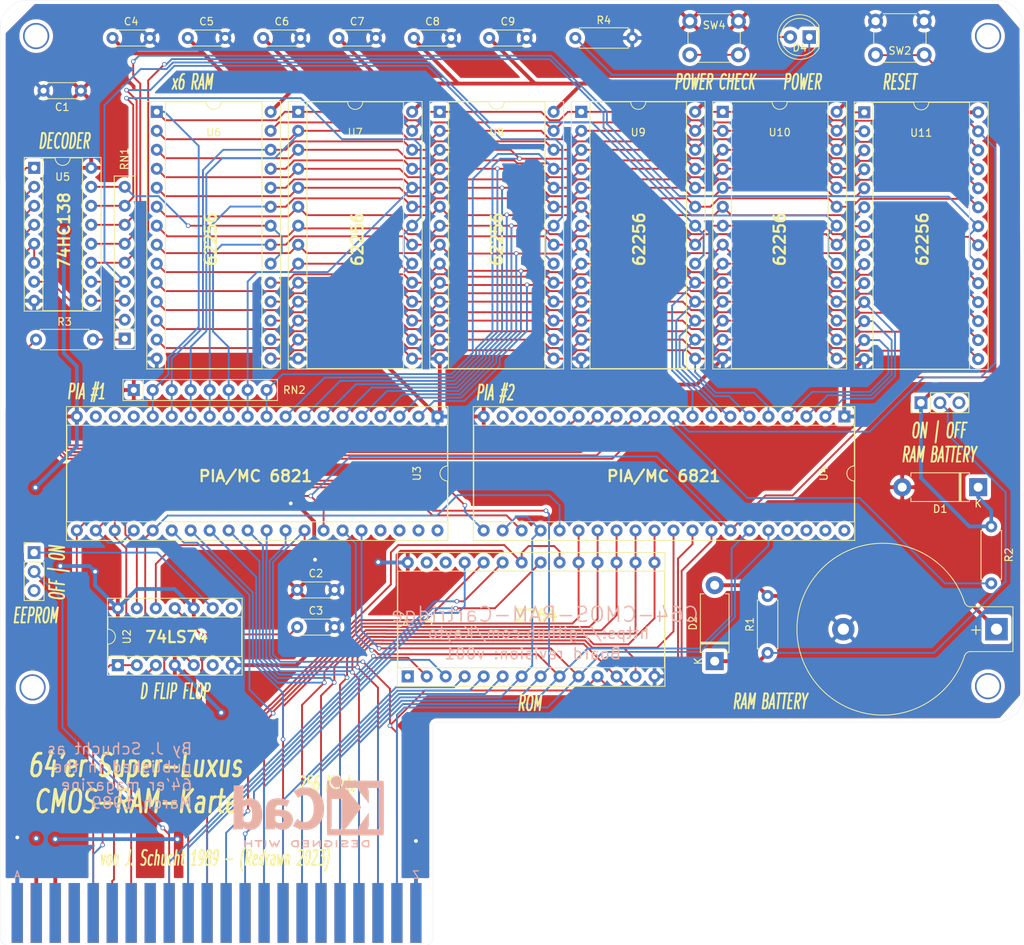
<source format=kicad_pcb>
(kicad_pcb (version 20171130) (host pcbnew "(5.1.9)-1")
  (layers (0 F.Cu signal hide) (31 B.Cu signal hide) (34 B.Paste user) (35 F.Paste user) (36 B.SilkS user) (37 F.SilkS user) (38 B.Mask user) (39 F.Mask user) (44 Edge.Cuts user))
  (net 0 "")
  (net 1 GND)
  (net 2 "Net-(D2-Pad1)")
  (net 3 "Net-(BT1-Pad1)")
  (net 4 +5V)
  (net 5 "Net-(J1-PadD)")
  (net 6 "Net-(J1-PadB)")
  (net 7 "Net-(J1-Pad13)")
  (net 8 "Net-(J1-Pad12)")
  (net 9 "Net-(J1-Pad9)")
  (net 10 "Net-(J1-Pad8)")
  (net 11 "Net-(J1-Pad4)")
  (net 12 "Net-(U1-Pad1)")
  (net 13 "Net-(U1-Pad26)")
  (net 14 "Net-(U1-Pad27)")
  (net 15 "Net-(U2-Pad8)")
  (net 16 "Net-(U2-Pad6)")
  (net 17 "Net-(U3-Pad40)")
  (net 18 "Net-(U3-Pad39)")
  (net 19 "Net-(U3-Pad19)")
  (net 20 "Net-(U3-Pad38)")
  (net 21 "Net-(U3-Pad18)")
  (net 22 "Net-(U3-Pad37)")
  (net 23 "Net-(U3-Pad17)")
  (net 24 "Net-(U4-Pad16)")
  (net 25 "Net-(U4-Pad17)")
  (net 26 "Net-(U4-Pad37)")
  (net 27 "Net-(U4-Pad18)")
  (net 28 "Net-(U4-Pad38)")
  (net 29 "Net-(U4-Pad19)")
  (net 30 "Net-(U4-Pad39)")
  (net 31 "Net-(U4-Pad40)")
  (net 32 ~IO2)
  (net 33 a0)
  (net 34 a1)
  (net 35 a2)
  (net 36 a3)
  (net 37 PHI2)
  (net 38 ~RES)
  (net 39 d0)
  (net 40 ~ROML)
  (net 41 ~IO1)
  (net 42 DOT-CLK)
  (net 43 R-~W)
  (net 44 R'-~W')
  (net 45 "Net-(R3-Pad2)")
  (net 46 y7)
  (net 47 y6)
  (net 48 y5)
  (net 49 y4)
  (net 50 y3)
  (net 51 y2)
  (net 52 y1)
  (net 53 y0)
  (net 54 ~EXROM)
  (net 55 EN)
  (net 56 RES)
  (net 57 BVcc)
  (net 58 pb5)
  (net 59 pb4)
  (net 60 pb3)
  (net 61 pb2)
  (net 62 pb1)
  (net 63 ar14)
  (net 64 ar13)
  (net 65 ar12)
  (net 66 ar11)
  (net 67 ar10)
  (net 68 ar9)
  (net 69 ar8)
  (net 70 ar0)
  (net 71 ar1)
  (net 72 ar2)
  (net 73 ar3)
  (net 74 ar4)
  (net 75 ar5)
  (net 76 ar6)
  (net 77 ar7)
  (net 78 dr7)
  (net 79 dr6)
  (net 80 dr5)
  (net 81 dr4)
  (net 82 dr3)
  (net 83 dr2)
  (net 84 dr1)
  (net 85 dr0)
  (net 86 a4)
  (net 87 a5)
  (net 88 a6)
  (net 89 a7)
  (net 90 a8)
  (net 91 a9)
  (net 92 a10)
  (net 93 a11)
  (net 94 a12)
  (net 95 a13)
  (net 96 a14)
  (net 97 a15)
  (net 98 d1)
  (net 99 d2)
  (net 100 d3)
  (net 101 d4)
  (net 102 d5)
  (net 103 d6)
  (net 104 d7)
  (net 105 "Net-(D4-Pad1)")
  (net 106 "Net-(D4-Pad2)")
  (module Battery:BatteryHolder_Keystone_103_1x20mm (layer F.Cu) (at 213.379 119.47 180)
    (fp_text reference BT1 hide)
    (fp_text value Battery_Cell)
    (fp_text user + (at 2.75 0) (layer F.SilkS) (effects (font (size 1.5 1.5))))
    (pad 1 thru_hole rect (at 0 0 180) (size 3 3) (drill 1.5) (layers *.Cu *.Mask) (net 3 "Net-(BT1-Pad1)"))
    (pad 2 thru_hole circle (at 20.49 0 180) (size 3 3) (drill 1.5) (layers *.Cu *.Mask) (net 1 GND))
  )
  (module Resistor_THT:R_Axial_DIN0207_L6.3mm_D2.5mm_P7.62mm_Horizontal (layer F.Cu) (at 157.029 40.37)
    (fp_text reference R4 (at 3.81 -2.37) (layer F.SilkS))
    (fp_text value R_Small)
    (pad 1 thru_hole circle (at 0 0) (size 1.6 1.6) (drill 0.8) (layers *.Cu *.Mask) (net 105 "Net-(D4-Pad1)"))
    (pad 2 thru_hole oval (at 7.62 0) (size 1.6 1.6) (drill 0.8) (layers *.Cu *.Mask) (net 1 GND))
  )
  (module Capacitor_THT:C_Disc_D4.3mm_W1.9mm_P5.00mm (layer F.Cu) (at 145.504 40.37)
    (fp_text reference C9 (at 2.5 -2.2) (layer F.SilkS))
    (fp_text value C)
    (pad 1 thru_hole circle (at 0 0) (size 1.6 1.6) (drill 0.8) (layers *.Cu *.Mask) (net 57 BVcc))
    (pad 2 thru_hole circle (at 5 0) (size 1.6 1.6) (drill 0.8) (layers *.Cu *.Mask) (net 1 GND))
  )
  (module Capacitor_THT:C_Disc_D4.3mm_W1.9mm_P5.00mm (layer F.Cu) (at 135.424 40.37)
    (fp_text reference C8 (at 2.5 -2.2) (layer F.SilkS))
    (fp_text value C)
    (pad 1 thru_hole circle (at 0 0) (size 1.6 1.6) (drill 0.8) (layers *.Cu *.Mask) (net 57 BVcc))
    (pad 2 thru_hole circle (at 5 0) (size 1.6 1.6) (drill 0.8) (layers *.Cu *.Mask) (net 1 GND))
  )
  (module Capacitor_THT:C_Disc_D4.3mm_W1.9mm_P5.00mm (layer F.Cu) (at 125.344 40.37)
    (fp_text reference C7 (at 2.5 -2.2) (layer F.SilkS))
    (fp_text value C)
    (pad 1 thru_hole circle (at 0 0) (size 1.6 1.6) (drill 0.8) (layers *.Cu *.Mask) (net 57 BVcc))
    (pad 2 thru_hole circle (at 5 0) (size 1.6 1.6) (drill 0.8) (layers *.Cu *.Mask) (net 1 GND))
  )
  (module Capacitor_THT:C_Disc_D4.3mm_W1.9mm_P5.00mm (layer F.Cu) (at 115.264 40.37)
    (fp_text reference C6 (at 2.5 -2.2) (layer F.SilkS))
    (fp_text value C)
    (pad 1 thru_hole circle (at 0 0) (size 1.6 1.6) (drill 0.8) (layers *.Cu *.Mask) (net 57 BVcc))
    (pad 2 thru_hole circle (at 5 0) (size 1.6 1.6) (drill 0.8) (layers *.Cu *.Mask) (net 1 GND))
  )
  (module Capacitor_THT:C_Disc_D4.3mm_W1.9mm_P5.00mm (layer F.Cu) (at 105.184 40.37)
    (fp_text reference C5 (at 2.5 -2.2) (layer F.SilkS))
    (fp_text value C)
    (pad 1 thru_hole circle (at 0 0) (size 1.6 1.6) (drill 0.8) (layers *.Cu *.Mask) (net 57 BVcc))
    (pad 2 thru_hole circle (at 5 0) (size 1.6 1.6) (drill 0.8) (layers *.Cu *.Mask) (net 1 GND))
  )
  (module Capacitor_THT:C_Disc_D4.3mm_W1.9mm_P5.00mm (layer F.Cu) (at 95.104 40.37)
    (fp_text reference C4 (at 2.5 -2.2) (layer F.SilkS))
    (fp_text value C)
    (pad 2 thru_hole circle (at 5 0) (size 1.6 1.6) (drill 0.8) (layers *.Cu *.Mask) (net 1 GND))
    (pad 1 thru_hole circle (at 0 0) (size 1.6 1.6) (drill 0.8) (layers *.Cu *.Mask) (net 57 BVcc))
  )
  (module Button_Switch_THT:SW_PUSH_6mm_H7.3mm (layer F.Cu) (at 203.704 42.62 180)
    (fp_text reference SW2 (at 3.25 0.54) (layer F.SilkS))
    (fp_text value SW_Push)
    (pad 1 thru_hole circle (at 6.5 0 270) (size 2 2) (drill 1.1) (layers *.Cu *.Mask) (net 56 RES))
    (pad 2 thru_hole circle (at 6.5 4.5 270) (size 2 2) (drill 1.1) (layers *.Cu *.Mask) (net 1 GND))
    (pad 1 thru_hole circle (at 0 0 270) (size 2 2) (drill 1.1) (layers *.Cu *.Mask) (net 56 RES))
    (pad 2 thru_hole circle (at 0 4.5 270) (size 2 2) (drill 1.1) (layers *.Cu *.Mask) (net 1 GND))
  )
  (module C64:M3_pin (layer F.Cu) (at 212.25 40.111)
    (fp_text reference REF** hide)
    (fp_text value 1pin hide)
    (pad 1 thru_hole circle (at 0 0) (size 3.5 3.5) (drill 3.048) (layers *.Cu *.Mask))
  )
  (module C64:M3_pin (layer F.Cu) (at 84.409 127.255)
    (fp_text reference REF** hide)
    (fp_text value 1pin hide)
    (pad 1 thru_hole circle (at 0 0) (size 3.5 3.5) (drill 3.048) (layers *.Cu *.Mask))
  )
  (module C64:M3_pin (layer F.Cu) (at 212.25 127.095)
    (fp_text reference REF** hide)
    (fp_text value 1pin hide)
    (pad 1 thru_hole circle (at 0 0) (size 3.5 3.5) (drill 3.048) (layers *.Cu *.Mask))
  )
  (module C64:M3_pin (layer F.Cu) (at 84.889 40.111)
    (fp_text reference REF** hide)
    (fp_text value 1pin hide)
    (pad 1 thru_hole circle (at 0 0) (size 3.5 3.5) (drill 3.048) (layers *.Cu *.Mask))
  )
  (module C64:C64_Expansion_Port (layer F.Cu) (at 109.035 161.75)
    (fp_text reference J1 hide)
    (fp_text value C64-Exp-Port_C64-Exp-Port hide)
    (fp_text user A (at -26.67 -9.398) (layer B.SilkS) (effects (justify mirror)))
    (fp_text user Z (at 26.67 -9.398) (layer B.SilkS) (effects (justify mirror)))
    (pad Z connect rect (at 26.67 -4.318) (size 1.5 8) (layers B.Cu F.Mask) (net 1 GND))
    (pad Y connect rect (at 24.13 -4.318) (size 1.5 8) (layers B.Cu F.Mask) (net 33 a0))
    (pad X connect rect (at 21.59 -4.318) (size 1.5 8) (layers B.Cu F.Mask) (net 34 a1))
    (pad W connect rect (at 19.05 -4.318) (size 1.5 8) (layers B.Cu F.Mask) (net 35 a2))
    (pad V connect rect (at 16.51 -4.318) (size 1.5 8) (layers B.Cu F.Mask) (net 36 a3))
    (pad U connect rect (at 13.97 -4.318) (size 1.5 8) (layers B.Cu F.Mask) (net 86 a4))
    (pad T connect rect (at 11.43 -4.318) (size 1.5 8) (layers B.Cu F.Mask) (net 87 a5))
    (pad S connect rect (at 8.89 -4.318) (size 1.5 8) (layers B.Cu F.Mask) (net 88 a6))
    (pad R connect rect (at 6.35 -4.318) (size 1.5 8) (layers B.Cu F.Mask) (net 89 a7))
    (pad P connect rect (at 3.81 -4.318) (size 1.5 8) (layers B.Cu F.Mask) (net 90 a8))
    (pad N connect rect (at 1.27 -4.318) (size 1.5 8) (layers B.Cu F.Mask) (net 91 a9))
    (pad M connect rect (at -1.27 -4.318) (size 1.5 8) (layers B.Cu F.Mask) (net 92 a10))
    (pad L connect rect (at -3.81 -4.318) (size 1.5 8) (layers B.Cu F.Mask) (net 93 a11))
    (pad K connect rect (at -6.35 -4.318) (size 1.5 8) (layers B.Cu F.Mask) (net 94 a12))
    (pad J connect rect (at -8.89 -4.318) (size 1.5 8) (layers B.Cu F.Mask) (net 95 a13))
    (pad H connect rect (at -11.43 -4.318) (size 1.5 8) (layers B.Cu F.Mask) (net 96 a14))
    (pad F connect rect (at -13.97 -4.318) (size 1.5 8) (layers B.Cu F.Mask) (net 97 a15))
    (pad E connect rect (at -16.51 -4.318) (size 1.5 8) (layers B.Cu F.Mask) (net 37 PHI2))
    (pad D connect rect (at -19.05 -4.318) (size 1.5 8) (layers B.Cu F.Mask) (net 5 "Net-(J1-PadD)"))
    (pad C connect rect (at -21.59 -4.318) (size 1.5 8) (layers B.Cu F.Mask) (net 38 ~RES))
    (pad B connect rect (at -24.13 -4.318) (size 1.5 8) (layers B.Cu F.Mask) (net 6 "Net-(J1-PadB)"))
    (pad A connect rect (at -26.67 -4.318) (size 1.5 8) (layers B.Cu F.Mask) (net 1 GND))
    (pad 22 connect rect (at 26.67 -4.318) (size 1.5 8) (layers F.Cu F.Mask) (net 1 GND))
    (pad 21 connect rect (at 24.13 -4.318) (size 1.5 8) (layers F.Cu F.Mask) (net 39 d0))
    (pad 20 connect rect (at 21.59 -4.318) (size 1.5 8) (layers F.Cu F.Mask) (net 98 d1))
    (pad 19 connect rect (at 19.05 -4.318) (size 1.5 8) (layers F.Cu F.Mask) (net 99 d2))
    (pad 18 connect rect (at 16.51 -4.318) (size 1.5 8) (layers F.Cu F.Mask) (net 100 d3))
    (pad 17 connect rect (at 13.97 -4.318) (size 1.5 8) (layers F.Cu F.Mask) (net 101 d4))
    (pad 16 connect rect (at 11.43 -4.318) (size 1.5 8) (layers F.Cu F.Mask) (net 102 d5))
    (pad 15 connect rect (at 8.89 -4.318) (size 1.5 8) (layers F.Cu F.Mask) (net 103 d6))
    (pad 14 connect rect (at 6.35 -4.318) (size 1.5 8) (layers F.Cu F.Mask) (net 104 d7))
    (pad 13 connect rect (at 3.81 -4.318) (size 1.5 8) (layers F.Cu F.Mask) (net 7 "Net-(J1-Pad13)"))
    (pad 12 connect rect (at 1.27 -4.318) (size 1.5 8) (layers F.Cu F.Mask) (net 8 "Net-(J1-Pad12)"))
    (pad 11 connect rect (at -1.27 -4.318) (size 1.5 8) (layers F.Cu F.Mask) (net 40 ~ROML))
    (pad 10 connect rect (at -3.81 -4.318) (size 1.5 8) (layers F.Cu F.Mask) (net 32 ~IO2))
    (pad 9 connect rect (at -6.35 -4.318) (size 1.5 8) (layers F.Cu F.Mask) (net 9 "Net-(J1-Pad9)"))
    (pad 8 connect rect (at -8.89 -4.318) (size 1.5 8) (layers F.Cu F.Mask) (net 10 "Net-(J1-Pad8)"))
    (pad 7 connect rect (at -11.43 -4.318) (size 1.5 8) (layers F.Cu F.Mask) (net 41 ~IO1))
    (pad 6 connect rect (at -13.97 -4.318) (size 1.5 8) (layers F.Cu F.Mask) (net 42 DOT-CLK))
    (pad 5 connect rect (at -16.51 -4.318) (size 1.5 8) (layers F.Cu F.Mask) (net 43 R-~W))
    (pad 4 connect rect (at -19.05 -4.318) (size 1.5 8) (layers F.Cu F.Mask) (net 11 "Net-(J1-Pad4)"))
    (pad 3 connect rect (at -21.59 -4.318) (size 1.5 8) (layers F.Cu F.Mask) (net 4 +5V))
    (pad 2 connect rect (at -24.13 -4.318) (size 1.5 8) (layers F.Cu F.Mask) (net 4 +5V))
    (pad 1 connect rect (at -26.67 -4.318) (size 1.5 8) (layers F.Cu F.Mask) (net 1 GND))
  )
  (module Capacitor_THT:C_Disc_D4.3mm_W1.9mm_P5.00mm (layer F.Cu) (at 90.879 47.42 180)
    (fp_text reference C1 (at 2.5 -2.2) (layer F.SilkS))
    (fp_text value C)
    (pad 2 thru_hole circle (at 5 0 180) (size 1.6 1.6) (drill 0.8) (layers *.Cu *.Mask) (net 1 GND))
    (pad 1 thru_hole circle (at 0 0 180) (size 1.6 1.6) (drill 0.8) (layers *.Cu *.Mask) (net 4 +5V))
  )
  (module Capacitor_THT:C_Disc_D4.3mm_W1.9mm_P5.00mm (layer F.Cu) (at 119.819 114.215)
    (fp_text reference C2 (at 2.5 -2.2) (layer F.SilkS))
    (fp_text value C)
    (pad 1 thru_hole circle (at 0 0) (size 1.6 1.6) (drill 0.8) (layers *.Cu *.Mask) (net 4 +5V))
    (pad 2 thru_hole circle (at 5 0) (size 1.6 1.6) (drill 0.8) (layers *.Cu *.Mask) (net 1 GND))
  )
  (module Diode_THT:D_DO-15_P10.16mm_Horizontal (layer F.Cu) (at 210.929 100.47 180)
    (fp_text reference D1 (at 5.08 -2.92) (layer F.SilkS))
    (fp_text value D_Small)
    (fp_text user K (at 0 -2.2) (layer F.SilkS))
    (pad 2 thru_hole oval (at 10.16 0 180) (size 2.4 2.4) (drill 1.2) (layers *.Cu *.Mask) (net 4 +5V))
    (pad 1 thru_hole rect (at 0 0 180) (size 2.4 2.4) (drill 1.2) (layers *.Cu *.Mask) (net 57 BVcc))
  )
  (module Diode_THT:D_DO-15_P10.16mm_Horizontal (layer F.Cu) (at 175.679 123.745 90)
    (fp_text reference D2 (at 5.08 -2.92 90) (layer F.SilkS))
    (fp_text value D_Small)
    (fp_text user K (at 0 -2.2 90) (layer F.SilkS))
    (pad 1 thru_hole rect (at 0 0 90) (size 2.4 2.4) (drill 1.2) (layers *.Cu *.Mask) (net 2 "Net-(D2-Pad1)"))
    (pad 2 thru_hole oval (at 10.16 0 90) (size 2.4 2.4) (drill 1.2) (layers *.Cu *.Mask) (net 3 "Net-(BT1-Pad1)"))
  )
  (module Resistor_THT:R_Axial_DIN0207_L6.3mm_D2.5mm_P7.62mm_Horizontal (layer F.Cu) (at 182.754 122.645 90)
    (fp_text reference R1 (at 3.81 -2.37 90) (layer F.SilkS))
    (fp_text value R_Small)
    (pad 1 thru_hole circle (at 0 0 90) (size 1.6 1.6) (drill 0.8) (layers *.Cu *.Mask) (net 2 "Net-(D2-Pad1)"))
    (pad 2 thru_hole oval (at 7.62 0 90) (size 1.6 1.6) (drill 0.8) (layers *.Cu *.Mask) (net 3 "Net-(BT1-Pad1)"))
  )
  (module Connector_PinHeader_2.54mm:PinHeader_1x03_P2.54mm_Vertical (layer F.Cu) (at 203.274 89.17 90)
    (fp_text reference SW1 hide)
    (fp_text value SW_SPST)
    (pad 1 thru_hole rect (at 0 0 90) (size 1.7 1.7) (drill 1) (layers *.Cu *.Mask) (net 57 BVcc))
    (pad 2 thru_hole oval (at 0 2.54 90) (size 1.7 1.7) (drill 1) (layers *.Cu *.Mask) (net 2 "Net-(D2-Pad1)"))
    (pad 3 thru_hole oval (at 0 5.08 90) (size 1.7 1.7) (drill 1) (layers *.Cu *.Mask))
  )
  (module Package_DIP:DIP-14_W7.62mm_Socket (layer F.Cu) (at 95.819 124.285 90)
    (fp_text reference U2 (at 3.81 1.21 90) (layer F.SilkS))
    (fp_text value 74LS74)
    (pad 1 thru_hole rect (at 0 0 90) (size 1.6 1.6) (drill 0.8) (layers *.Cu *.Mask) (net 37 PHI2))
    (pad 8 thru_hole oval (at 7.62 15.24 90) (size 1.6 1.6) (drill 0.8) (layers *.Cu *.Mask) (net 15 "Net-(U2-Pad8)"))
    (pad 2 thru_hole oval (at 0 2.54 90) (size 1.6 1.6) (drill 0.8) (layers *.Cu *.Mask) (net 37 PHI2))
    (pad 9 thru_hole oval (at 7.62 12.7 90) (size 1.6 1.6) (drill 0.8) (layers *.Cu *.Mask) (net 54 ~EXROM))
    (pad 3 thru_hole oval (at 0 5.08 90) (size 1.6 1.6) (drill 0.8) (layers *.Cu *.Mask) (net 42 DOT-CLK))
    (pad 10 thru_hole oval (at 7.62 10.16 90) (size 1.6 1.6) (drill 0.8) (layers *.Cu *.Mask) (net 4 +5V))
    (pad 4 thru_hole oval (at 0 7.62 90) (size 1.6 1.6) (drill 0.8) (layers *.Cu *.Mask) (net 4 +5V))
    (pad 11 thru_hole oval (at 7.62 7.62 90) (size 1.6 1.6) (drill 0.8) (layers *.Cu *.Mask) (net 32 ~IO2))
    (pad 5 thru_hole oval (at 0 10.16 90) (size 1.6 1.6) (drill 0.8) (layers *.Cu *.Mask) (net 55 EN))
    (pad 12 thru_hole oval (at 7.62 5.08 90) (size 1.6 1.6) (drill 0.8) (layers *.Cu *.Mask) (net 39 d0))
    (pad 6 thru_hole oval (at 0 12.7 90) (size 1.6 1.6) (drill 0.8) (layers *.Cu *.Mask) (net 16 "Net-(U2-Pad6)"))
    (pad 13 thru_hole oval (at 7.62 2.54 90) (size 1.6 1.6) (drill 0.8) (layers *.Cu *.Mask) (net 56 RES))
    (pad 7 thru_hole oval (at 0 15.24 90) (size 1.6 1.6) (drill 0.8) (layers *.Cu *.Mask) (net 1 GND))
    (pad 14 thru_hole oval (at 7.62 0 90) (size 1.6 1.6) (drill 0.8) (layers *.Cu *.Mask) (net 4 +5V))
  )
  (module Capacitor_THT:C_Disc_D4.3mm_W1.9mm_P5.00mm (layer F.Cu) (at 119.819 119.195)
    (fp_text reference C3 (at 2.5 -2.2) (layer F.SilkS))
    (fp_text value C3)
    (pad 1 thru_hole circle (at 0 0) (size 1.6 1.6) (drill 0.8) (layers *.Cu *.Mask) (net 32 ~IO2))
    (pad 2 thru_hole circle (at 5 0) (size 1.6 1.6) (drill 0.8) (layers *.Cu *.Mask) (net 1 GND))
  )
  (module Resistor_THT:R_Axial_DIN0207_L6.3mm_D2.5mm_P7.62mm_Horizontal (layer F.Cu) (at 212.679 105.72 270)
    (fp_text reference R2 (at 3.81 -2.37 90) (layer F.SilkS))
    (fp_text value R_Small)
    (pad 2 thru_hole oval (at 7.62 0 270) (size 1.6 1.6) (drill 0.8) (layers *.Cu *.Mask) (net 44 R'-~W'))
    (pad 1 thru_hole circle (at 0 0 270) (size 1.6 1.6) (drill 0.8) (layers *.Cu *.Mask) (net 57 BVcc))
  )
  (module Resistor_THT:R_Axial_DIN0207_L6.3mm_D2.5mm_P7.62mm_Horizontal (layer F.Cu) (at 84.879 80.72)
    (fp_text reference R3 (at 3.81 -2.37) (layer F.SilkS))
    (fp_text value R_Small)
    (pad 1 thru_hole circle (at 0 0) (size 1.6 1.6) (drill 0.8) (layers *.Cu *.Mask) (net 58 pb5))
    (pad 2 thru_hole oval (at 7.62 0) (size 1.6 1.6) (drill 0.8) (layers *.Cu *.Mask) (net 45 "Net-(R3-Pad2)"))
  )
  (module Resistor_THT:R_Array_SIP9 (layer F.Cu) (at 96.739 80.605 90)
    (fp_text reference RN1 (at 24.06 -0.035 90) (layer F.SilkS))
    (fp_text value R_Network08)
    (pad 1 thru_hole rect (at 0 0 90) (size 1.6 1.6) (drill 0.8) (layers *.Cu *.Mask) (net 45 "Net-(R3-Pad2)"))
    (pad 2 thru_hole oval (at 2.54 0 90) (size 1.6 1.6) (drill 0.8) (layers *.Cu *.Mask) (net 46 y7))
    (pad 3 thru_hole oval (at 5.08 0 90) (size 1.6 1.6) (drill 0.8) (layers *.Cu *.Mask) (net 47 y6))
    (pad 4 thru_hole oval (at 7.62 0 90) (size 1.6 1.6) (drill 0.8) (layers *.Cu *.Mask) (net 48 y5))
    (pad 5 thru_hole oval (at 10.16 0 90) (size 1.6 1.6) (drill 0.8) (layers *.Cu *.Mask) (net 49 y4))
    (pad 6 thru_hole oval (at 12.7 0 90) (size 1.6 1.6) (drill 0.8) (layers *.Cu *.Mask) (net 50 y3))
    (pad 7 thru_hole oval (at 15.24 0 90) (size 1.6 1.6) (drill 0.8) (layers *.Cu *.Mask) (net 51 y2))
    (pad 8 thru_hole oval (at 17.78 0 90) (size 1.6 1.6) (drill 0.8) (layers *.Cu *.Mask) (net 52 y1))
    (pad 9 thru_hole oval (at 20.32 0 90) (size 1.6 1.6) (drill 0.8) (layers *.Cu *.Mask) (net 53 y0))
  )
  (module Resistor_THT:R_Array_SIP8 (layer F.Cu) (at 97.949999 87.475)
    (fp_text reference RN2 (at 21.479001 -0.005) (layer F.SilkS))
    (fp_text value R_Network07)
    (pad 1 thru_hole rect (at 0 0) (size 1.6 1.6) (drill 0.8) (layers *.Cu *.Mask) (net 4 +5V))
    (pad 2 thru_hole oval (at 2.54 0) (size 1.6 1.6) (drill 0.8) (layers *.Cu *.Mask) (net 63 ar14))
    (pad 3 thru_hole oval (at 5.08 0) (size 1.6 1.6) (drill 0.8) (layers *.Cu *.Mask) (net 64 ar13))
    (pad 4 thru_hole oval (at 7.62 0) (size 1.6 1.6) (drill 0.8) (layers *.Cu *.Mask) (net 65 ar12))
    (pad 5 thru_hole oval (at 10.16 0) (size 1.6 1.6) (drill 0.8) (layers *.Cu *.Mask) (net 66 ar11))
    (pad 6 thru_hole oval (at 12.7 0) (size 1.6 1.6) (drill 0.8) (layers *.Cu *.Mask) (net 67 ar10))
    (pad 7 thru_hole oval (at 15.24 0) (size 1.6 1.6) (drill 0.8) (layers *.Cu *.Mask) (net 68 ar9))
    (pad 8 thru_hole oval (at 17.78 0) (size 1.6 1.6) (drill 0.8) (layers *.Cu *.Mask) (net 69 ar8))
  )
  (module Connector_PinHeader_2.54mm:PinHeader_1x03_P2.54mm_Vertical (layer F.Cu) (at 84.619 109.225)
    (fp_text reference SW3 hide)
    (fp_text value SW_SPST)
    (pad 3 thru_hole oval (at 0 5.08) (size 1.7 1.7) (drill 1) (layers *.Cu *.Mask))
    (pad 2 thru_hole oval (at 0 2.54) (size 1.7 1.7) (drill 1) (layers *.Cu *.Mask) (net 9 "Net-(J1-Pad9)"))
    (pad 1 thru_hole rect (at 0 0) (size 1.7 1.7) (drill 1) (layers *.Cu *.Mask) (net 54 ~EXROM))
  )
  (module Package_DIP:DIP-16_W7.62mm_Socket (layer F.Cu) (at 84.629 57.745)
    (fp_text reference U5 (at 3.81 1.21) (layer F.SilkS))
    (fp_text value 74LS138)
    (pad 1 thru_hole rect (at 0 0) (size 1.6 1.6) (drill 0.8) (layers *.Cu *.Mask) (net 62 pb1))
    (pad 9 thru_hole oval (at 7.62 17.78) (size 1.6 1.6) (drill 0.8) (layers *.Cu *.Mask) (net 47 y6))
    (pad 2 thru_hole oval (at 0 2.54) (size 1.6 1.6) (drill 0.8) (layers *.Cu *.Mask) (net 61 pb2))
    (pad 10 thru_hole oval (at 7.62 15.24) (size 1.6 1.6) (drill 0.8) (layers *.Cu *.Mask) (net 48 y5))
    (pad 3 thru_hole oval (at 0 5.08) (size 1.6 1.6) (drill 0.8) (layers *.Cu *.Mask) (net 60 pb3))
    (pad 11 thru_hole oval (at 7.62 12.7) (size 1.6 1.6) (drill 0.8) (layers *.Cu *.Mask) (net 49 y4))
    (pad 4 thru_hole oval (at 0 7.62) (size 1.6 1.6) (drill 0.8) (layers *.Cu *.Mask) (net 59 pb4))
    (pad 12 thru_hole oval (at 7.62 10.16) (size 1.6 1.6) (drill 0.8) (layers *.Cu *.Mask) (net 50 y3))
    (pad 5 thru_hole oval (at 0 10.16) (size 1.6 1.6) (drill 0.8) (layers *.Cu *.Mask) (net 58 pb5))
    (pad 13 thru_hole oval (at 7.62 7.62) (size 1.6 1.6) (drill 0.8) (layers *.Cu *.Mask) (net 51 y2))
    (pad 6 thru_hole oval (at 0 12.7) (size 1.6 1.6) (drill 0.8) (layers *.Cu *.Mask) (net 58 pb5))
    (pad 14 thru_hole oval (at 7.62 5.08) (size 1.6 1.6) (drill 0.8) (layers *.Cu *.Mask) (net 52 y1))
    (pad 7 thru_hole oval (at 0 15.24) (size 1.6 1.6) (drill 0.8) (layers *.Cu *.Mask) (net 46 y7))
    (pad 15 thru_hole oval (at 7.62 2.54) (size 1.6 1.6) (drill 0.8) (layers *.Cu *.Mask) (net 53 y0))
    (pad 8 thru_hole oval (at 0 17.78) (size 1.6 1.6) (drill 0.8) (layers *.Cu *.Mask) (net 1 GND))
    (pad 16 thru_hole oval (at 7.62 0) (size 1.6 1.6) (drill 0.8) (layers *.Cu *.Mask) (net 4 +5V))
  )
  (module Package_DIP:DIP-28_W15.24mm_Socket (layer F.Cu) (at 134.609 125.785 90)
    (fp_text reference U1 (at 7.62 2.75 90) (layer F.SilkS))
    (fp_text value 2764)
    (pad 1 thru_hole rect (at 0 0 90) (size 1.6 1.6) (drill 0.8) (layers *.Cu *.Mask) (net 12 "Net-(U1-Pad1)"))
    (pad 15 thru_hole oval (at 15.24 33.02 90) (size 1.6 1.6) (drill 0.8) (layers *.Cu *.Mask) (net 100 d3))
    (pad 2 thru_hole oval (at 0 2.54 90) (size 1.6 1.6) (drill 0.8) (layers *.Cu *.Mask) (net 94 a12))
    (pad 16 thru_hole oval (at 15.24 30.48 90) (size 1.6 1.6) (drill 0.8) (layers *.Cu *.Mask) (net 101 d4))
    (pad 3 thru_hole oval (at 0 5.08 90) (size 1.6 1.6) (drill 0.8) (layers *.Cu *.Mask) (net 89 a7))
    (pad 17 thru_hole oval (at 15.24 27.94 90) (size 1.6 1.6) (drill 0.8) (layers *.Cu *.Mask) (net 102 d5))
    (pad 4 thru_hole oval (at 0 7.62 90) (size 1.6 1.6) (drill 0.8) (layers *.Cu *.Mask) (net 88 a6))
    (pad 18 thru_hole oval (at 15.24 25.4 90) (size 1.6 1.6) (drill 0.8) (layers *.Cu *.Mask) (net 103 d6))
    (pad 5 thru_hole oval (at 0 10.16 90) (size 1.6 1.6) (drill 0.8) (layers *.Cu *.Mask) (net 87 a5))
    (pad 19 thru_hole oval (at 15.24 22.86 90) (size 1.6 1.6) (drill 0.8) (layers *.Cu *.Mask) (net 104 d7))
    (pad 6 thru_hole oval (at 0 12.7 90) (size 1.6 1.6) (drill 0.8) (layers *.Cu *.Mask) (net 86 a4))
    (pad 20 thru_hole oval (at 15.24 20.32 90) (size 1.6 1.6) (drill 0.8) (layers *.Cu *.Mask) (net 40 ~ROML))
    (pad 7 thru_hole oval (at 0 15.24 90) (size 1.6 1.6) (drill 0.8) (layers *.Cu *.Mask) (net 36 a3))
    (pad 21 thru_hole oval (at 15.24 17.78 90) (size 1.6 1.6) (drill 0.8) (layers *.Cu *.Mask) (net 92 a10))
    (pad 8 thru_hole oval (at 0 17.78 90) (size 1.6 1.6) (drill 0.8) (layers *.Cu *.Mask) (net 35 a2))
    (pad 22 thru_hole oval (at 15.24 15.24 90) (size 1.6 1.6) (drill 0.8) (layers *.Cu *.Mask) (net 40 ~ROML))
    (pad 9 thru_hole oval (at 0 20.32 90) (size 1.6 1.6) (drill 0.8) (layers *.Cu *.Mask) (net 34 a1))
    (pad 23 thru_hole oval (at 15.24 12.7 90) (size 1.6 1.6) (drill 0.8) (layers *.Cu *.Mask) (net 93 a11))
    (pad 10 thru_hole oval (at 0 22.86 90) (size 1.6 1.6) (drill 0.8) (layers *.Cu *.Mask) (net 33 a0))
    (pad 24 thru_hole oval (at 15.24 10.16 90) (size 1.6 1.6) (drill 0.8) (layers *.Cu *.Mask) (net 91 a9))
    (pad 11 thru_hole oval (at 0 25.4 90) (size 1.6 1.6) (drill 0.8) (layers *.Cu *.Mask) (net 39 d0))
    (pad 25 thru_hole oval (at 15.24 7.62 90) (size 1.6 1.6) (drill 0.8) (layers *.Cu *.Mask) (net 90 a8))
    (pad 12 thru_hole oval (at 0 27.94 90) (size 1.6 1.6) (drill 0.8) (layers *.Cu *.Mask) (net 98 d1))
    (pad 26 thru_hole oval (at 15.24 5.08 90) (size 1.6 1.6) (drill 0.8) (layers *.Cu *.Mask) (net 13 "Net-(U1-Pad26)"))
    (pad 13 thru_hole oval (at 0 30.48 90) (size 1.6 1.6) (drill 0.8) (layers *.Cu *.Mask) (net 99 d2))
    (pad 27 thru_hole oval (at 15.24 2.54 90) (size 1.6 1.6) (drill 0.8) (layers *.Cu *.Mask) (net 14 "Net-(U1-Pad27)"))
    (pad 14 thru_hole oval (at 0 33.02 90) (size 1.6 1.6) (drill 0.8) (layers *.Cu *.Mask) (net 1 GND))
    (pad 28 thru_hole oval (at 15.24 0 90) (size 1.6 1.6) (drill 0.8) (layers *.Cu *.Mask) (net 4 +5V))
  )
  (module Package_DIP:DIP-40_W15.24mm_Socket (layer F.Cu) (at 138.589999 91.02 270)
    (fp_text reference U3 (at 7.62 2.75 90) (layer F.SilkS))
    (fp_text value 6821)
    (pad 1 thru_hole rect (at 0 0 270) (size 1.6 1.6) (drill 0.8) (layers *.Cu *.Mask) (net 1 GND))
    (pad 21 thru_hole oval (at 15.24 48.26 270) (size 1.6 1.6) (drill 0.8) (layers *.Cu *.Mask) (net 43 R-~W))
    (pad 2 thru_hole oval (at 0 2.54 270) (size 1.6 1.6) (drill 0.8) (layers *.Cu *.Mask) (net 70 ar0))
    (pad 22 thru_hole oval (at 15.24 45.72 270) (size 1.6 1.6) (drill 0.8) (layers *.Cu *.Mask) (net 35 a2))
    (pad 3 thru_hole oval (at 0 5.08 270) (size 1.6 1.6) (drill 0.8) (layers *.Cu *.Mask) (net 71 ar1))
    (pad 23 thru_hole oval (at 15.24 43.18 270) (size 1.6 1.6) (drill 0.8) (layers *.Cu *.Mask) (net 41 ~IO1))
    (pad 4 thru_hole oval (at 0 7.62 270) (size 1.6 1.6) (drill 0.8) (layers *.Cu *.Mask) (net 72 ar2))
    (pad 24 thru_hole oval (at 15.24 40.64 270) (size 1.6 1.6) (drill 0.8) (layers *.Cu *.Mask) (net 35 a2))
    (pad 5 thru_hole oval (at 0 10.16 270) (size 1.6 1.6) (drill 0.8) (layers *.Cu *.Mask) (net 73 ar3))
    (pad 25 thru_hole oval (at 15.24 38.1 270) (size 1.6 1.6) (drill 0.8) (layers *.Cu *.Mask) (net 55 EN))
    (pad 6 thru_hole oval (at 0 12.7 270) (size 1.6 1.6) (drill 0.8) (layers *.Cu *.Mask) (net 74 ar4))
    (pad 26 thru_hole oval (at 15.24 35.56 270) (size 1.6 1.6) (drill 0.8) (layers *.Cu *.Mask) (net 104 d7))
    (pad 7 thru_hole oval (at 0 15.24 270) (size 1.6 1.6) (drill 0.8) (layers *.Cu *.Mask) (net 75 ar5))
    (pad 27 thru_hole oval (at 15.24 33.02 270) (size 1.6 1.6) (drill 0.8) (layers *.Cu *.Mask) (net 103 d6))
    (pad 8 thru_hole oval (at 0 17.78 270) (size 1.6 1.6) (drill 0.8) (layers *.Cu *.Mask) (net 76 ar6))
    (pad 28 thru_hole oval (at 15.24 30.48 270) (size 1.6 1.6) (drill 0.8) (layers *.Cu *.Mask) (net 102 d5))
    (pad 9 thru_hole oval (at 0 20.32 270) (size 1.6 1.6) (drill 0.8) (layers *.Cu *.Mask) (net 77 ar7))
    (pad 29 thru_hole oval (at 15.24 27.94 270) (size 1.6 1.6) (drill 0.8) (layers *.Cu *.Mask) (net 101 d4))
    (pad 10 thru_hole oval (at 0 22.86 270) (size 1.6 1.6) (drill 0.8) (layers *.Cu *.Mask) (net 69 ar8))
    (pad 30 thru_hole oval (at 15.24 25.4 270) (size 1.6 1.6) (drill 0.8) (layers *.Cu *.Mask) (net 100 d3))
    (pad 11 thru_hole oval (at 0 25.4 270) (size 1.6 1.6) (drill 0.8) (layers *.Cu *.Mask) (net 68 ar9))
    (pad 31 thru_hole oval (at 15.24 22.86 270) (size 1.6 1.6) (drill 0.8) (layers *.Cu *.Mask) (net 99 d2))
    (pad 12 thru_hole oval (at 0 27.94 270) (size 1.6 1.6) (drill 0.8) (layers *.Cu *.Mask) (net 67 ar10))
    (pad 32 thru_hole oval (at 15.24 20.32 270) (size 1.6 1.6) (drill 0.8) (layers *.Cu *.Mask) (net 98 d1))
    (pad 13 thru_hole oval (at 0 30.48 270) (size 1.6 1.6) (drill 0.8) (layers *.Cu *.Mask) (net 66 ar11))
    (pad 33 thru_hole oval (at 15.24 17.78 270) (size 1.6 1.6) (drill 0.8) (layers *.Cu *.Mask) (net 39 d0))
    (pad 14 thru_hole oval (at 0 33.02 270) (size 1.6 1.6) (drill 0.8) (layers *.Cu *.Mask) (net 65 ar12))
    (pad 34 thru_hole oval (at 15.24 15.24 270) (size 1.6 1.6) (drill 0.8) (layers *.Cu *.Mask) (net 56 RES))
    (pad 15 thru_hole oval (at 0 35.56 270) (size 1.6 1.6) (drill 0.8) (layers *.Cu *.Mask) (net 64 ar13))
    (pad 35 thru_hole oval (at 15.24 12.7 270) (size 1.6 1.6) (drill 0.8) (layers *.Cu *.Mask) (net 34 a1))
    (pad 16 thru_hole oval (at 0 38.1 270) (size 1.6 1.6) (drill 0.8) (layers *.Cu *.Mask) (net 63 ar14))
    (pad 36 thru_hole oval (at 15.24 10.16 270) (size 1.6 1.6) (drill 0.8) (layers *.Cu *.Mask) (net 33 a0))
    (pad 17 thru_hole oval (at 0 40.64 270) (size 1.6 1.6) (drill 0.8) (layers *.Cu *.Mask) (net 23 "Net-(U3-Pad17)"))
    (pad 37 thru_hole oval (at 15.24 7.62 270) (size 1.6 1.6) (drill 0.8) (layers *.Cu *.Mask) (net 22 "Net-(U3-Pad37)"))
    (pad 18 thru_hole oval (at 0 43.18 270) (size 1.6 1.6) (drill 0.8) (layers *.Cu *.Mask) (net 21 "Net-(U3-Pad18)"))
    (pad 38 thru_hole oval (at 15.24 5.08 270) (size 1.6 1.6) (drill 0.8) (layers *.Cu *.Mask) (net 20 "Net-(U3-Pad38)"))
    (pad 19 thru_hole oval (at 0 45.72 270) (size 1.6 1.6) (drill 0.8) (layers *.Cu *.Mask) (net 19 "Net-(U3-Pad19)"))
    (pad 39 thru_hole oval (at 15.24 2.54 270) (size 1.6 1.6) (drill 0.8) (layers *.Cu *.Mask) (net 18 "Net-(U3-Pad39)"))
    (pad 20 thru_hole oval (at 0 48.26 270) (size 1.6 1.6) (drill 0.8) (layers *.Cu *.Mask) (net 4 +5V))
    (pad 40 thru_hole oval (at 15.24 0 270) (size 1.6 1.6) (drill 0.8) (layers *.Cu *.Mask) (net 17 "Net-(U3-Pad40)"))
  )
  (module Package_DIP:DIP-40_W15.24mm_Socket (layer F.Cu) (at 193.029 91.02 270)
    (fp_text reference U4 (at 7.62 2.75 90) (layer F.SilkS))
    (fp_text value 6821)
    (pad 40 thru_hole oval (at 15.24 0 270) (size 1.6 1.6) (drill 0.8) (layers *.Cu *.Mask) (net 31 "Net-(U4-Pad40)"))
    (pad 20 thru_hole oval (at 0 48.26 270) (size 1.6 1.6) (drill 0.8) (layers *.Cu *.Mask) (net 4 +5V))
    (pad 39 thru_hole oval (at 15.24 2.54 270) (size 1.6 1.6) (drill 0.8) (layers *.Cu *.Mask) (net 30 "Net-(U4-Pad39)"))
    (pad 19 thru_hole oval (at 0 45.72 270) (size 1.6 1.6) (drill 0.8) (layers *.Cu *.Mask) (net 29 "Net-(U4-Pad19)"))
    (pad 38 thru_hole oval (at 15.24 5.08 270) (size 1.6 1.6) (drill 0.8) (layers *.Cu *.Mask) (net 28 "Net-(U4-Pad38)"))
    (pad 18 thru_hole oval (at 0 43.18 270) (size 1.6 1.6) (drill 0.8) (layers *.Cu *.Mask) (net 27 "Net-(U4-Pad18)"))
    (pad 37 thru_hole oval (at 15.24 7.62 270) (size 1.6 1.6) (drill 0.8) (layers *.Cu *.Mask) (net 26 "Net-(U4-Pad37)"))
    (pad 17 thru_hole oval (at 0 40.64 270) (size 1.6 1.6) (drill 0.8) (layers *.Cu *.Mask) (net 25 "Net-(U4-Pad17)"))
    (pad 36 thru_hole oval (at 15.24 10.16 270) (size 1.6 1.6) (drill 0.8) (layers *.Cu *.Mask) (net 33 a0))
    (pad 16 thru_hole oval (at 0 38.1 270) (size 1.6 1.6) (drill 0.8) (layers *.Cu *.Mask) (net 24 "Net-(U4-Pad16)"))
    (pad 35 thru_hole oval (at 15.24 12.7 270) (size 1.6 1.6) (drill 0.8) (layers *.Cu *.Mask) (net 34 a1))
    (pad 15 thru_hole oval (at 0 35.56 270) (size 1.6 1.6) (drill 0.8) (layers *.Cu *.Mask) (net 58 pb5))
    (pad 34 thru_hole oval (at 15.24 15.24 270) (size 1.6 1.6) (drill 0.8) (layers *.Cu *.Mask) (net 56 RES))
    (pad 14 thru_hole oval (at 0 33.02 270) (size 1.6 1.6) (drill 0.8) (layers *.Cu *.Mask) (net 59 pb4))
    (pad 33 thru_hole oval (at 15.24 17.78 270) (size 1.6 1.6) (drill 0.8) (layers *.Cu *.Mask) (net 39 d0))
    (pad 13 thru_hole oval (at 0 30.48 270) (size 1.6 1.6) (drill 0.8) (layers *.Cu *.Mask) (net 60 pb3))
    (pad 32 thru_hole oval (at 15.24 20.32 270) (size 1.6 1.6) (drill 0.8) (layers *.Cu *.Mask) (net 98 d1))
    (pad 12 thru_hole oval (at 0 27.94 270) (size 1.6 1.6) (drill 0.8) (layers *.Cu *.Mask) (net 61 pb2))
    (pad 31 thru_hole oval (at 15.24 22.86 270) (size 1.6 1.6) (drill 0.8) (layers *.Cu *.Mask) (net 99 d2))
    (pad 11 thru_hole oval (at 0 25.4 270) (size 1.6 1.6) (drill 0.8) (layers *.Cu *.Mask) (net 62 pb1))
    (pad 30 thru_hole oval (at 15.24 25.4 270) (size 1.6 1.6) (drill 0.8) (layers *.Cu *.Mask) (net 100 d3))
    (pad 10 thru_hole oval (at 0 22.86 270) (size 1.6 1.6) (drill 0.8) (layers *.Cu *.Mask) (net 44 R'-~W'))
    (pad 29 thru_hole oval (at 15.24 27.94 270) (size 1.6 1.6) (drill 0.8) (layers *.Cu *.Mask) (net 101 d4))
    (pad 9 thru_hole oval (at 0 20.32 270) (size 1.6 1.6) (drill 0.8) (layers *.Cu *.Mask) (net 78 dr7))
    (pad 28 thru_hole oval (at 15.24 30.48 270) (size 1.6 1.6) (drill 0.8) (layers *.Cu *.Mask) (net 102 d5))
    (pad 8 thru_hole oval (at 0 17.78 270) (size 1.6 1.6) (drill 0.8) (layers *.Cu *.Mask) (net 79 dr6))
    (pad 27 thru_hole oval (at 15.24 33.02 270) (size 1.6 1.6) (drill 0.8) (layers *.Cu *.Mask) (net 103 d6))
    (pad 7 thru_hole oval (at 0 15.24 270) (size 1.6 1.6) (drill 0.8) (layers *.Cu *.Mask) (net 80 dr5))
    (pad 26 thru_hole oval (at 15.24 35.56 270) (size 1.6 1.6) (drill 0.8) (layers *.Cu *.Mask) (net 104 d7))
    (pad 6 thru_hole oval (at 0 12.7 270) (size 1.6 1.6) (drill 0.8) (layers *.Cu *.Mask) (net 81 dr4))
    (pad 25 thru_hole oval (at 15.24 38.1 270) (size 1.6 1.6) (drill 0.8) (layers *.Cu *.Mask) (net 55 EN))
    (pad 5 thru_hole oval (at 0 10.16 270) (size 1.6 1.6) (drill 0.8) (layers *.Cu *.Mask) (net 82 dr3))
    (pad 24 thru_hole oval (at 15.24 40.64 270) (size 1.6 1.6) (drill 0.8) (layers *.Cu *.Mask) (net 36 a3))
    (pad 4 thru_hole oval (at 0 7.62 270) (size 1.6 1.6) (drill 0.8) (layers *.Cu *.Mask) (net 83 dr2))
    (pad 23 thru_hole oval (at 15.24 43.18 270) (size 1.6 1.6) (drill 0.8) (layers *.Cu *.Mask) (net 41 ~IO1))
    (pad 3 thru_hole oval (at 0 5.08 270) (size 1.6 1.6) (drill 0.8) (layers *.Cu *.Mask) (net 84 dr1))
    (pad 22 thru_hole oval (at 15.24 45.72 270) (size 1.6 1.6) (drill 0.8) (layers *.Cu *.Mask) (net 36 a3))
    (pad 2 thru_hole oval (at 0 2.54 270) (size 1.6 1.6) (drill 0.8) (layers *.Cu *.Mask) (net 85 dr0))
    (pad 21 thru_hole oval (at 15.24 48.26 270) (size 1.6 1.6) (drill 0.8) (layers *.Cu *.Mask) (net 43 R-~W))
    (pad 1 thru_hole rect (at 0 0 270) (size 1.6 1.6) (drill 0.8) (layers *.Cu *.Mask) (net 1 GND))
  )
  (module Package_DIP:DIP-28_W15.24mm_Socket (layer F.Cu) (at 101.024001 50.250001)
    (fp_text reference U6 (at 7.62 2.75) (layer F.SilkS))
    (fp_text value KM62256CLP)
    (pad 1 thru_hole rect (at 0 0) (size 1.6 1.6) (drill 0.8) (layers *.Cu *.Mask) (net 63 ar14))
    (pad 15 thru_hole oval (at 15.24 33.02) (size 1.6 1.6) (drill 0.8) (layers *.Cu *.Mask) (net 82 dr3))
    (pad 2 thru_hole oval (at 0 2.54) (size 1.6 1.6) (drill 0.8) (layers *.Cu *.Mask) (net 65 ar12))
    (pad 16 thru_hole oval (at 15.24 30.48) (size 1.6 1.6) (drill 0.8) (layers *.Cu *.Mask) (net 81 dr4))
    (pad 3 thru_hole oval (at 0 5.08) (size 1.6 1.6) (drill 0.8) (layers *.Cu *.Mask) (net 77 ar7))
    (pad 17 thru_hole oval (at 15.24 27.94) (size 1.6 1.6) (drill 0.8) (layers *.Cu *.Mask) (net 80 dr5))
    (pad 4 thru_hole oval (at 0 7.62) (size 1.6 1.6) (drill 0.8) (layers *.Cu *.Mask) (net 76 ar6))
    (pad 18 thru_hole oval (at 15.24 25.4) (size 1.6 1.6) (drill 0.8) (layers *.Cu *.Mask) (net 79 dr6))
    (pad 5 thru_hole oval (at 0 10.16) (size 1.6 1.6) (drill 0.8) (layers *.Cu *.Mask) (net 75 ar5))
    (pad 19 thru_hole oval (at 15.24 22.86) (size 1.6 1.6) (drill 0.8) (layers *.Cu *.Mask) (net 78 dr7))
    (pad 6 thru_hole oval (at 0 12.7) (size 1.6 1.6) (drill 0.8) (layers *.Cu *.Mask) (net 74 ar4))
    (pad 20 thru_hole oval (at 15.24 20.32) (size 1.6 1.6) (drill 0.8) (layers *.Cu *.Mask) (net 53 y0))
    (pad 7 thru_hole oval (at 0 15.24) (size 1.6 1.6) (drill 0.8) (layers *.Cu *.Mask) (net 73 ar3))
    (pad 21 thru_hole oval (at 15.24 17.78) (size 1.6 1.6) (drill 0.8) (layers *.Cu *.Mask) (net 67 ar10))
    (pad 8 thru_hole oval (at 0 17.78) (size 1.6 1.6) (drill 0.8) (layers *.Cu *.Mask) (net 72 ar2))
    (pad 22 thru_hole oval (at 15.24 15.24) (size 1.6 1.6) (drill 0.8) (layers *.Cu *.Mask) (net 53 y0))
    (pad 9 thru_hole oval (at 0 20.32) (size 1.6 1.6) (drill 0.8) (layers *.Cu *.Mask) (net 71 ar1))
    (pad 23 thru_hole oval (at 15.24 12.7) (size 1.6 1.6) (drill 0.8) (layers *.Cu *.Mask) (net 66 ar11))
    (pad 10 thru_hole oval (at 0 22.86) (size 1.6 1.6) (drill 0.8) (layers *.Cu *.Mask) (net 70 ar0))
    (pad 24 thru_hole oval (at 15.24 10.16) (size 1.6 1.6) (drill 0.8) (layers *.Cu *.Mask) (net 68 ar9))
    (pad 11 thru_hole oval (at 0 25.4) (size 1.6 1.6) (drill 0.8) (layers *.Cu *.Mask) (net 85 dr0))
    (pad 25 thru_hole oval (at 15.24 7.62) (size 1.6 1.6) (drill 0.8) (layers *.Cu *.Mask) (net 69 ar8))
    (pad 12 thru_hole oval (at 0 27.94) (size 1.6 1.6) (drill 0.8) (layers *.Cu *.Mask) (net 84 dr1))
    (pad 26 thru_hole oval (at 15.24 5.08) (size 1.6 1.6) (drill 0.8) (layers *.Cu *.Mask) (net 64 ar13))
    (pad 13 thru_hole oval (at 0 30.48) (size 1.6 1.6) (drill 0.8) (layers *.Cu *.Mask) (net 83 dr2))
    (pad 27 thru_hole oval (at 15.24 2.54) (size 1.6 1.6) (drill 0.8) (layers *.Cu *.Mask) (net 44 R'-~W'))
    (pad 14 thru_hole oval (at 0 33.02) (size 1.6 1.6) (drill 0.8) (layers *.Cu *.Mask) (net 1 GND))
    (pad 28 thru_hole oval (at 15.24 0) (size 1.6 1.6) (drill 0.8) (layers *.Cu *.Mask) (net 57 BVcc))
  )
  (module Package_DIP:DIP-28_W15.24mm_Socket (layer F.Cu) (at 119.957 50.250001)
    (fp_text reference U7 (at 7.62 2.75) (layer F.SilkS))
    (fp_text value KM62256CLP)
    (pad 28 thru_hole oval (at 15.24 0) (size 1.6 1.6) (drill 0.8) (layers *.Cu *.Mask) (net 57 BVcc))
    (pad 14 thru_hole oval (at 0 33.02) (size 1.6 1.6) (drill 0.8) (layers *.Cu *.Mask) (net 1 GND))
    (pad 27 thru_hole oval (at 15.24 2.54) (size 1.6 1.6) (drill 0.8) (layers *.Cu *.Mask) (net 44 R'-~W'))
    (pad 13 thru_hole oval (at 0 30.48) (size 1.6 1.6) (drill 0.8) (layers *.Cu *.Mask) (net 83 dr2))
    (pad 26 thru_hole oval (at 15.24 5.08) (size 1.6 1.6) (drill 0.8) (layers *.Cu *.Mask) (net 64 ar13))
    (pad 12 thru_hole oval (at 0 27.94) (size 1.6 1.6) (drill 0.8) (layers *.Cu *.Mask) (net 84 dr1))
    (pad 25 thru_hole oval (at 15.24 7.62) (size 1.6 1.6) (drill 0.8) (layers *.Cu *.Mask) (net 69 ar8))
    (pad 11 thru_hole oval (at 0 25.4) (size 1.6 1.6) (drill 0.8) (layers *.Cu *.Mask) (net 85 dr0))
    (pad 24 thru_hole oval (at 15.24 10.16) (size 1.6 1.6) (drill 0.8) (layers *.Cu *.Mask) (net 68 ar9))
    (pad 10 thru_hole oval (at 0 22.86) (size 1.6 1.6) (drill 0.8) (layers *.Cu *.Mask) (net 70 ar0))
    (pad 23 thru_hole oval (at 15.24 12.7) (size 1.6 1.6) (drill 0.8) (layers *.Cu *.Mask) (net 66 ar11))
    (pad 9 thru_hole oval (at 0 20.32) (size 1.6 1.6) (drill 0.8) (layers *.Cu *.Mask) (net 71 ar1))
    (pad 22 thru_hole oval (at 15.24 15.24) (size 1.6 1.6) (drill 0.8) (layers *.Cu *.Mask) (net 52 y1))
    (pad 8 thru_hole oval (at 0 17.78) (size 1.6 1.6) (drill 0.8) (layers *.Cu *.Mask) (net 72 ar2))
    (pad 21 thru_hole oval (at 15.24 17.78) (size 1.6 1.6) (drill 0.8) (layers *.Cu *.Mask) (net 67 ar10))
    (pad 7 thru_hole oval (at 0 15.24) (size 1.6 1.6) (drill 0.8) (layers *.Cu *.Mask) (net 73 ar3))
    (pad 20 thru_hole oval (at 15.24 20.32) (size 1.6 1.6) (drill 0.8) (layers *.Cu *.Mask) (net 52 y1))
    (pad 6 thru_hole oval (at 0 12.7) (size 1.6 1.6) (drill 0.8) (layers *.Cu *.Mask) (net 74 ar4))
    (pad 19 thru_hole oval (at 15.24 22.86) (size 1.6 1.6) (drill 0.8) (layers *.Cu *.Mask) (net 78 dr7))
    (pad 5 thru_hole oval (at 0 10.16) (size 1.6 1.6) (drill 0.8) (layers *.Cu *.Mask) (net 75 ar5))
    (pad 18 thru_hole oval (at 15.24 25.4) (size 1.6 1.6) (drill 0.8) (layers *.Cu *.Mask) (net 79 dr6))
    (pad 4 thru_hole oval (at 0 7.62) (size 1.6 1.6) (drill 0.8) (layers *.Cu *.Mask) (net 76 ar6))
    (pad 17 thru_hole oval (at 15.24 27.94) (size 1.6 1.6) (drill 0.8) (layers *.Cu *.Mask) (net 80 dr5))
    (pad 3 thru_hole oval (at 0 5.08) (size 1.6 1.6) (drill 0.8) (layers *.Cu *.Mask) (net 77 ar7))
    (pad 16 thru_hole oval (at 15.24 30.48) (size 1.6 1.6) (drill 0.8) (layers *.Cu *.Mask) (net 81 dr4))
    (pad 2 thru_hole oval (at 0 2.54) (size 1.6 1.6) (drill 0.8) (layers *.Cu *.Mask) (net 65 ar12))
    (pad 15 thru_hole oval (at 15.24 33.02) (size 1.6 1.6) (drill 0.8) (layers *.Cu *.Mask) (net 82 dr3))
    (pad 1 thru_hole rect (at 0 0) (size 1.6 1.6) (drill 0.8) (layers *.Cu *.Mask) (net 63 ar14))
  )
  (module Package_DIP:DIP-28_W15.24mm_Socket (layer F.Cu) (at 138.889999 50.250001)
    (fp_text reference U8 (at 7.62 2.75) (layer F.SilkS))
    (fp_text value KM62256CLP)
    (pad 1 thru_hole rect (at 0 0) (size 1.6 1.6) (drill 0.8) (layers *.Cu *.Mask) (net 63 ar14))
    (pad 15 thru_hole oval (at 15.24 33.02) (size 1.6 1.6) (drill 0.8) (layers *.Cu *.Mask) (net 82 dr3))
    (pad 2 thru_hole oval (at 0 2.54) (size 1.6 1.6) (drill 0.8) (layers *.Cu *.Mask) (net 65 ar12))
    (pad 16 thru_hole oval (at 15.24 30.48) (size 1.6 1.6) (drill 0.8) (layers *.Cu *.Mask) (net 81 dr4))
    (pad 3 thru_hole oval (at 0 5.08) (size 1.6 1.6) (drill 0.8) (layers *.Cu *.Mask) (net 77 ar7))
    (pad 17 thru_hole oval (at 15.24 27.94) (size 1.6 1.6) (drill 0.8) (layers *.Cu *.Mask) (net 80 dr5))
    (pad 4 thru_hole oval (at 0 7.62) (size 1.6 1.6) (drill 0.8) (layers *.Cu *.Mask) (net 76 ar6))
    (pad 18 thru_hole oval (at 15.24 25.4) (size 1.6 1.6) (drill 0.8) (layers *.Cu *.Mask) (net 79 dr6))
    (pad 5 thru_hole oval (at 0 10.16) (size 1.6 1.6) (drill 0.8) (layers *.Cu *.Mask) (net 75 ar5))
    (pad 19 thru_hole oval (at 15.24 22.86) (size 1.6 1.6) (drill 0.8) (layers *.Cu *.Mask) (net 78 dr7))
    (pad 6 thru_hole oval (at 0 12.7) (size 1.6 1.6) (drill 0.8) (layers *.Cu *.Mask) (net 74 ar4))
    (pad 20 thru_hole oval (at 15.24 20.32) (size 1.6 1.6) (drill 0.8) (layers *.Cu *.Mask) (net 51 y2))
    (pad 7 thru_hole oval (at 0 15.24) (size 1.6 1.6) (drill 0.8) (layers *.Cu *.Mask) (net 73 ar3))
    (pad 21 thru_hole oval (at 15.24 17.78) (size 1.6 1.6) (drill 0.8) (layers *.Cu *.Mask) (net 67 ar10))
    (pad 8 thru_hole oval (at 0 17.78) (size 1.6 1.6) (drill 0.8) (layers *.Cu *.Mask) (net 72 ar2))
    (pad 22 thru_hole oval (at 15.24 15.24) (size 1.6 1.6) (drill 0.8) (layers *.Cu *.Mask) (net 51 y2))
    (pad 9 thru_hole oval (at 0 20.32) (size 1.6 1.6) (drill 0.8) (layers *.Cu *.Mask) (net 71 ar1))
    (pad 23 thru_hole oval (at 15.24 12.7) (size 1.6 1.6) (drill 0.8) (layers *.Cu *.Mask) (net 66 ar11))
    (pad 10 thru_hole oval (at 0 22.86) (size 1.6 1.6) (drill 0.8) (layers *.Cu *.Mask) (net 70 ar0))
    (pad 24 thru_hole oval (at 15.24 10.16) (size 1.6 1.6) (drill 0.8) (layers *.Cu *.Mask) (net 68 ar9))
    (pad 11 thru_hole oval (at 0 25.4) (size 1.6 1.6) (drill 0.8) (layers *.Cu *.Mask) (net 85 dr0))
    (pad 25 thru_hole oval (at 15.24 7.62) (size 1.6 1.6) (drill 0.8) (layers *.Cu *.Mask) (net 69 ar8))
    (pad 12 thru_hole oval (at 0 27.94) (size 1.6 1.6) (drill 0.8) (layers *.Cu *.Mask) (net 84 dr1))
    (pad 26 thru_hole oval (at 15.24 5.08) (size 1.6 1.6) (drill 0.8) (layers *.Cu *.Mask) (net 64 ar13))
    (pad 13 thru_hole oval (at 0 30.48) (size 1.6 1.6) (drill 0.8) (layers *.Cu *.Mask) (net 83 dr2))
    (pad 27 thru_hole oval (at 15.24 2.54) (size 1.6 1.6) (drill 0.8) (layers *.Cu *.Mask) (net 44 R'-~W'))
    (pad 14 thru_hole oval (at 0 33.02) (size 1.6 1.6) (drill 0.8) (layers *.Cu *.Mask) (net 1 GND))
    (pad 28 thru_hole oval (at 15.24 0) (size 1.6 1.6) (drill 0.8) (layers *.Cu *.Mask) (net 57 BVcc))
  )
  (module Package_DIP:DIP-28_W15.24mm_Socket (layer F.Cu) (at 157.822998 50.250001)
    (fp_text reference U9 (at 7.62 2.75) (layer F.SilkS))
    (fp_text value KM62256CLP)
    (pad 28 thru_hole oval (at 15.24 0) (size 1.6 1.6) (drill 0.8) (layers *.Cu *.Mask) (net 57 BVcc))
    (pad 14 thru_hole oval (at 0 33.02) (size 1.6 1.6) (drill 0.8) (layers *.Cu *.Mask) (net 1 GND))
    (pad 27 thru_hole oval (at 15.24 2.54) (size 1.6 1.6) (drill 0.8) (layers *.Cu *.Mask) (net 44 R'-~W'))
    (pad 13 thru_hole oval (at 0 30.48) (size 1.6 1.6) (drill 0.8) (layers *.Cu *.Mask) (net 83 dr2))
    (pad 26 thru_hole oval (at 15.24 5.08) (size 1.6 1.6) (drill 0.8) (layers *.Cu *.Mask) (net 64 ar13))
    (pad 12 thru_hole oval (at 0 27.94) (size 1.6 1.6) (drill 0.8) (layers *.Cu *.Mask) (net 84 dr1))
    (pad 25 thru_hole oval (at 15.24 7.62) (size 1.6 1.6) (drill 0.8) (layers *.Cu *.Mask) (net 69 ar8))
    (pad 11 thru_hole oval (at 0 25.4) (size 1.6 1.6) (drill 0.8) (layers *.Cu *.Mask) (net 85 dr0))
    (pad 24 thru_hole oval (at 15.24 10.16) (size 1.6 1.6) (drill 0.8) (layers *.Cu *.Mask) (net 68 ar9))
    (pad 10 thru_hole oval (at 0 22.86) (size 1.6 1.6) (drill 0.8) (layers *.Cu *.Mask) (net 70 ar0))
    (pad 23 thru_hole oval (at 15.24 12.7) (size 1.6 1.6) (drill 0.8) (layers *.Cu *.Mask) (net 66 ar11))
    (pad 9 thru_hole oval (at 0 20.32) (size 1.6 1.6) (drill 0.8) (layers *.Cu *.Mask) (net 71 ar1))
    (pad 22 thru_hole oval (at 15.24 15.24) (size 1.6 1.6) (drill 0.8) (layers *.Cu *.Mask) (net 48 y5))
    (pad 8 thru_hole oval (at 0 17.78) (size 1.6 1.6) (drill 0.8) (layers *.Cu *.Mask) (net 72 ar2))
    (pad 21 thru_hole oval (at 15.24 17.78) (size 1.6 1.6) (drill 0.8) (layers *.Cu *.Mask) (net 67 ar10))
    (pad 7 thru_hole oval (at 0 15.24) (size 1.6 1.6) (drill 0.8) (layers *.Cu *.Mask) (net 73 ar3))
    (pad 20 thru_hole oval (at 15.24 20.32) (size 1.6 1.6) (drill 0.8) (layers *.Cu *.Mask) (net 48 y5))
    (pad 6 thru_hole oval (at 0 12.7) (size 1.6 1.6) (drill 0.8) (layers *.Cu *.Mask) (net 74 ar4))
    (pad 19 thru_hole oval (at 15.24 22.86) (size 1.6 1.6) (drill 0.8) (layers *.Cu *.Mask) (net 78 dr7))
    (pad 5 thru_hole oval (at 0 10.16) (size 1.6 1.6) (drill 0.8) (layers *.Cu *.Mask) (net 75 ar5))
    (pad 18 thru_hole oval (at 15.24 25.4) (size 1.6 1.6) (drill 0.8) (layers *.Cu *.Mask) (net 79 dr6))
    (pad 4 thru_hole oval (at 0 7.62) (size 1.6 1.6) (drill 0.8) (layers *.Cu *.Mask) (net 76 ar6))
    (pad 17 thru_hole oval (at 15.24 27.94) (size 1.6 1.6) (drill 0.8) (layers *.Cu *.Mask) (net 80 dr5))
    (pad 3 thru_hole oval (at 0 5.08) (size 1.6 1.6) (drill 0.8) (layers *.Cu *.Mask) (net 77 ar7))
    (pad 16 thru_hole oval (at 15.24 30.48) (size 1.6 1.6) (drill 0.8) (layers *.Cu *.Mask) (net 81 dr4))
    (pad 2 thru_hole oval (at 0 2.54) (size 1.6 1.6) (drill 0.8) (layers *.Cu *.Mask) (net 65 ar12))
    (pad 15 thru_hole oval (at 15.24 33.02) (size 1.6 1.6) (drill 0.8) (layers *.Cu *.Mask) (net 82 dr3))
    (pad 1 thru_hole rect (at 0 0) (size 1.6 1.6) (drill 0.8) (layers *.Cu *.Mask) (net 63 ar14))
  )
  (module Package_DIP:DIP-28_W15.24mm_Socket (layer F.Cu) (at 176.755997 50.250001)
    (fp_text reference U10 (at 7.62 2.75) (layer F.SilkS))
    (fp_text value KM62256CLP)
    (pad 1 thru_hole rect (at 0 0) (size 1.6 1.6) (drill 0.8) (layers *.Cu *.Mask) (net 63 ar14))
    (pad 15 thru_hole oval (at 15.24 33.02) (size 1.6 1.6) (drill 0.8) (layers *.Cu *.Mask) (net 82 dr3))
    (pad 2 thru_hole oval (at 0 2.54) (size 1.6 1.6) (drill 0.8) (layers *.Cu *.Mask) (net 65 ar12))
    (pad 16 thru_hole oval (at 15.24 30.48) (size 1.6 1.6) (drill 0.8) (layers *.Cu *.Mask) (net 81 dr4))
    (pad 3 thru_hole oval (at 0 5.08) (size 1.6 1.6) (drill 0.8) (layers *.Cu *.Mask) (net 77 ar7))
    (pad 17 thru_hole oval (at 15.24 27.94) (size 1.6 1.6) (drill 0.8) (layers *.Cu *.Mask) (net 80 dr5))
    (pad 4 thru_hole oval (at 0 7.62) (size 1.6 1.6) (drill 0.8) (layers *.Cu *.Mask) (net 76 ar6))
    (pad 18 thru_hole oval (at 15.24 25.4) (size 1.6 1.6) (drill 0.8) (layers *.Cu *.Mask) (net 79 dr6))
    (pad 5 thru_hole oval (at 0 10.16) (size 1.6 1.6) (drill 0.8) (layers *.Cu *.Mask) (net 75 ar5))
    (pad 19 thru_hole oval (at 15.24 22.86) (size 1.6 1.6) (drill 0.8) (layers *.Cu *.Mask) (net 78 dr7))
    (pad 6 thru_hole oval (at 0 12.7) (size 1.6 1.6) (drill 0.8) (layers *.Cu *.Mask) (net 74 ar4))
    (pad 20 thru_hole oval (at 15.24 20.32) (size 1.6 1.6) (drill 0.8) (layers *.Cu *.Mask) (net 49 y4))
    (pad 7 thru_hole oval (at 0 15.24) (size 1.6 1.6) (drill 0.8) (layers *.Cu *.Mask) (net 73 ar3))
    (pad 21 thru_hole oval (at 15.24 17.78) (size 1.6 1.6) (drill 0.8) (layers *.Cu *.Mask) (net 67 ar10))
    (pad 8 thru_hole oval (at 0 17.78) (size 1.6 1.6) (drill 0.8) (layers *.Cu *.Mask) (net 72 ar2))
    (pad 22 thru_hole oval (at 15.24 15.24) (size 1.6 1.6) (drill 0.8) (layers *.Cu *.Mask) (net 49 y4))
    (pad 9 thru_hole oval (at 0 20.32) (size 1.6 1.6) (drill 0.8) (layers *.Cu *.Mask) (net 71 ar1))
    (pad 23 thru_hole oval (at 15.24 12.7) (size 1.6 1.6) (drill 0.8) (layers *.Cu *.Mask) (net 66 ar11))
    (pad 10 thru_hole oval (at 0 22.86) (size 1.6 1.6) (drill 0.8) (layers *.Cu *.Mask) (net 70 ar0))
    (pad 24 thru_hole oval (at 15.24 10.16) (size 1.6 1.6) (drill 0.8) (layers *.Cu *.Mask) (net 68 ar9))
    (pad 11 thru_hole oval (at 0 25.4) (size 1.6 1.6) (drill 0.8) (layers *.Cu *.Mask) (net 85 dr0))
    (pad 25 thru_hole oval (at 15.24 7.62) (size 1.6 1.6) (drill 0.8) (layers *.Cu *.Mask) (net 69 ar8))
    (pad 12 thru_hole oval (at 0 27.94) (size 1.6 1.6) (drill 0.8) (layers *.Cu *.Mask) (net 84 dr1))
    (pad 26 thru_hole oval (at 15.24 5.08) (size 1.6 1.6) (drill 0.8) (layers *.Cu *.Mask) (net 64 ar13))
    (pad 13 thru_hole oval (at 0 30.48) (size 1.6 1.6) (drill 0.8) (layers *.Cu *.Mask) (net 83 dr2))
    (pad 27 thru_hole oval (at 15.24 2.54) (size 1.6 1.6) (drill 0.8) (layers *.Cu *.Mask) (net 44 R'-~W'))
    (pad 14 thru_hole oval (at 0 33.02) (size 1.6 1.6) (drill 0.8) (layers *.Cu *.Mask) (net 1 GND))
    (pad 28 thru_hole oval (at 15.24 0) (size 1.6 1.6) (drill 0.8) (layers *.Cu *.Mask) (net 57 BVcc))
  )
  (module Package_DIP:DIP-28_W15.24mm_Socket (layer F.Cu) (at 195.689 50.315)
    (fp_text reference U11 (at 7.62 2.75) (layer F.SilkS))
    (fp_text value KM62256CLP)
    (pad 28 thru_hole oval (at 15.24 0) (size 1.6 1.6) (drill 0.8) (layers *.Cu *.Mask) (net 57 BVcc))
    (pad 14 thru_hole oval (at 0 33.02) (size 1.6 1.6) (drill 0.8) (layers *.Cu *.Mask) (net 1 GND))
    (pad 27 thru_hole oval (at 15.24 2.54) (size 1.6 1.6) (drill 0.8) (layers *.Cu *.Mask) (net 44 R'-~W'))
    (pad 13 thru_hole oval (at 0 30.48) (size 1.6 1.6) (drill 0.8) (layers *.Cu *.Mask) (net 83 dr2))
    (pad 26 thru_hole oval (at 15.24 5.08) (size 1.6 1.6) (drill 0.8) (layers *.Cu *.Mask) (net 64 ar13))
    (pad 12 thru_hole oval (at 0 27.94) (size 1.6 1.6) (drill 0.8) (layers *.Cu *.Mask) (net 84 dr1))
    (pad 25 thru_hole oval (at 15.24 7.62) (size 1.6 1.6) (drill 0.8) (layers *.Cu *.Mask) (net 69 ar8))
    (pad 11 thru_hole oval (at 0 25.4) (size 1.6 1.6) (drill 0.8) (layers *.Cu *.Mask) (net 85 dr0))
    (pad 24 thru_hole oval (at 15.24 10.16) (size 1.6 1.6) (drill 0.8) (layers *.Cu *.Mask) (net 68 ar9))
    (pad 10 thru_hole oval (at 0 22.86) (size 1.6 1.6) (drill 0.8) (layers *.Cu *.Mask) (net 70 ar0))
    (pad 23 thru_hole oval (at 15.24 12.7) (size 1.6 1.6) (drill 0.8) (layers *.Cu *.Mask) (net 66 ar11))
    (pad 9 thru_hole oval (at 0 20.32) (size 1.6 1.6) (drill 0.8) (layers *.Cu *.Mask) (net 71 ar1))
    (pad 22 thru_hole oval (at 15.24 15.24) (size 1.6 1.6) (drill 0.8) (layers *.Cu *.Mask) (net 50 y3))
    (pad 8 thru_hole oval (at 0 17.78) (size 1.6 1.6) (drill 0.8) (layers *.Cu *.Mask) (net 72 ar2))
    (pad 21 thru_hole oval (at 15.24 17.78) (size 1.6 1.6) (drill 0.8) (layers *.Cu *.Mask) (net 67 ar10))
    (pad 7 thru_hole oval (at 0 15.24) (size 1.6 1.6) (drill 0.8) (layers *.Cu *.Mask) (net 73 ar3))
    (pad 20 thru_hole oval (at 15.24 20.32) (size 1.6 1.6) (drill 0.8) (layers *.Cu *.Mask) (net 50 y3))
    (pad 6 thru_hole oval (at 0 12.7) (size 1.6 1.6) (drill 0.8) (layers *.Cu *.Mask) (net 74 ar4))
    (pad 19 thru_hole oval (at 15.24 22.86) (size 1.6 1.6) (drill 0.8) (layers *.Cu *.Mask) (net 78 dr7))
    (pad 5 thru_hole oval (at 0 10.16) (size 1.6 1.6) (drill 0.8) (layers *.Cu *.Mask) (net 75 ar5))
    (pad 18 thru_hole oval (at 15.24 25.4) (size 1.6 1.6) (drill 0.8) (layers *.Cu *.Mask) (net 79 dr6))
    (pad 4 thru_hole oval (at 0 7.62) (size 1.6 1.6) (drill 0.8) (layers *.Cu *.Mask) (net 76 ar6))
    (pad 17 thru_hole oval (at 15.24 27.94) (size 1.6 1.6) (drill 0.8) (layers *.Cu *.Mask) (net 80 dr5))
    (pad 3 thru_hole oval (at 0 5.08) (size 1.6 1.6) (drill 0.8) (layers *.Cu *.Mask) (net 77 ar7))
    (pad 16 thru_hole oval (at 15.24 30.48) (size 1.6 1.6) (drill 0.8) (layers *.Cu *.Mask) (net 81 dr4))
    (pad 2 thru_hole oval (at 0 2.54) (size 1.6 1.6) (drill 0.8) (layers *.Cu *.Mask) (net 65 ar12))
    (pad 15 thru_hole oval (at 15.24 33.02) (size 1.6 1.6) (drill 0.8) (layers *.Cu *.Mask) (net 82 dr3))
    (pad 1 thru_hole rect (at 0 0) (size 1.6 1.6) (drill 0.8) (layers *.Cu *.Mask) (net 63 ar14))
  )
  (module LED_THT:LED_D5.0mm (layer F.Cu) (at 188.329 40.245 180)
    (fp_text reference D4 (at 1.27 -1.42) (layer F.SilkS))
    (fp_text value LED_Small)
    (pad 1 thru_hole rect (at 0 0 180) (size 1.8 1.8) (drill 0.9) (layers *.Cu *.Mask) (net 105 "Net-(D4-Pad1)"))
    (pad 2 thru_hole circle (at 2.54 0 180) (size 1.8 1.8) (drill 0.9) (layers *.Cu *.Mask) (net 106 "Net-(D4-Pad2)"))
  )
  (module Button_Switch_THT:SW_PUSH_6mm_H7.3mm (layer F.Cu) (at 172.354 38.12)
    (fp_text reference SW4 (at 3.25 0.54) (layer F.SilkS))
    (fp_text value SW_Push)
    (pad 2 thru_hole circle (at 0 4.5 90) (size 2 2) (drill 1.1) (layers *.Cu *.Mask) (net 106 "Net-(D4-Pad2)"))
    (pad 1 thru_hole circle (at 0 0 90) (size 2 2) (drill 1.1) (layers *.Cu *.Mask) (net 4 +5V))
    (pad 2 thru_hole circle (at 6.5 4.5 90) (size 2 2) (drill 1.1) (layers *.Cu *.Mask) (net 106 "Net-(D4-Pad2)"))
    (pad 1 thru_hole circle (at 6.5 0 90) (size 2 2) (drill 1.1) (layers *.Cu *.Mask) (net 4 +5V))
  )
  (module "" (layer F.Cu) (at 206.67 45.105)
    (fp_text reference "" (at 170.61 47.63) (layer F.SilkS) (effects (font (size 1.27 1.27))))
    (fp_text value "" (at 170.61 47.63) (layer F.SilkS) (effects (font (size 1.27 1.27))))
  )
  (module Symbol:KiCad-Logo2_8mm_SilkScreen (layer B.Cu) (at 121.29 143.075 180)
    (fp_text reference REF** hide)
    (fp_text value KiCad-Logo2_8mm_SilkScreen hide)
  )
  (gr_text EEPROM (at 84.79 117.65) (layer F.SilkS) (effects (font (size 2 1) (thickness 0.25) italic)))
  (gr_text "OFF | ON\n" (at 87.715 111.95 90) (layer F.SilkS) (effects (font (size 2 1) (thickness 0.25) italic)))
  (gr_text "By J. Schucht as \npublished in the \n64'er magazine\nMarch 1989" (at 105.89 139.1) (layer B.SilkS) (effects (font (size 1.5 1.5) (thickness 0.2)) (justify left mirror)))
  (gr_text "POWER CHECK" (at 175.704 46.27) (layer F.SilkS) (effects (font (size 2 1) (thickness 0.25) italic)))
  (gr_text POWER (at 187.379 46.27) (layer F.SilkS) (effects (font (size 2 1) (thickness 0.25) italic)))
  (gr_text RESET (at 200.404 46.27) (layer F.SilkS) (effects (font (size 2 1) (thickness 0.25) italic)))
  (gr_text 74HC138 (at 88.629 66.145 90) (layer F.SilkS) (effects (font (size 1.5 1.5) (thickness 0.3))))
  (gr_text 62256 (at 108.254 67.295 90) (layer F.SilkS) (effects (font (size 1.5 1.5) (thickness 0.3))))
  (gr_text 62256 (at 127.879 67.295 90) (layer F.SilkS) (effects (font (size 1.5 1.5) (thickness 0.3))))
  (gr_text 62256 (at 146.529 67.295 90) (layer F.SilkS) (effects (font (size 1.5 1.5) (thickness 0.3))))
  (gr_text 62256 (at 203.479 67.295 90) (layer F.SilkS) (effects (font (size 1.5 1.5) (thickness 0.3))))
  (gr_text 62256 (at 184.379 67.295 90) (layer F.SilkS) (effects (font (size 1.5 1.5) (thickness 0.3))))
  (gr_text 62256 (at 165.579 67.295 90) (layer F.SilkS) (effects (font (size 1.5 1.5) (thickness 0.3))))
  (gr_text "PIA/MC 6821" (at 168.854 98.995) (layer F.SilkS) (effects (font (size 1.5 1.5) (thickness 0.3))))
  (gr_text "PIA/MC 6821" (at 114.254 98.995) (layer F.SilkS) (effects (font (size 1.5 1.5) (thickness 0.3))))
  (gr_text 2764 (at 151.804 117.645) (layer F.SilkS) (effects (font (size 1.5 1.5) (thickness 0.3))))
  (gr_text 74LS74 (at 103.704 120.52) (layer F.SilkS) (effects (font (size 1.5 1.5) (thickness 0.3))))
  (gr_text "ON | OFF\nRAM BATTERY" (at 205.654 94.52) (layer F.SilkS) (effects (font (size 2 1) (thickness 0.25) italic)))
  (gr_text DECODER (at 88.654 54.17) (layer F.SilkS) (effects (font (size 2 1) (thickness 0.25) italic)))
  (gr_text "D FLIP FLOP" (at 103.454 127.795) (layer F.SilkS) (effects (font (size 2 1) (thickness 0.25) italic)))
  (gr_text "PIA #2" (at 146.279 87.845) (layer F.SilkS) (effects (font (size 2 1) (thickness 0.25) italic)))
  (gr_text "PIA #1" (at 91.579 87.695) (layer F.SilkS) (effects (font (size 2 1) (thickness 0.25) italic)))
  (gr_text "RAM BATTERY" (at 183.054 129.145) (layer F.SilkS) (effects (font (size 2 1) (thickness 0.25) italic)))
  (gr_text "x6 RAM" (at 105.754 46.27) (layer F.SilkS) (effects (font (size 2 1) (thickness 0.25) italic)))
  (gr_text ROM (at 150.904 129.395) (layer F.SilkS) (effects (font (size 2 1) (thickness 0.25) italic)))
  (gr_text "256 KByte" (at 123.859 140.195) (layer F.SilkS) (effects (font (size 2 1) (thickness 0.25) italic)))
  (gr_text "von J. Schucht 1989 - (Redrawn 2023)" (at 108.779 150.095) (layer F.SilkS) (effects (font (size 2 1) (thickness 0.25) italic)))
  (gr_text "64'er Super-Luxus\nCMOS-RAM-Karte\n" (at 98.189 140.1275) (layer F.SilkS) (effects (font (size 3 2) (thickness 0.4) italic)))
  (gr_arc (start 83.889 39.111) (end 83.889 35.301) (angle -90) (layer Edge.Cuts) (width 0.0254))
  (gr_line (start 213.25 35.301) (end 83.889 35.301) (layer Edge.Cuts) (width 0.0254))
  (gr_arc (start 213.25 39.111) (end 217.06 39.111) (angle -90) (layer Edge.Cuts) (width 0.0254))
  (gr_arc (start 213.25 128.095) (end 213.25 131.905) (angle -90) (layer Edge.Cuts) (width 0.0254))
  (gr_arc (start 138.499 132.413) (end 137.991 132.413) (angle 90) (layer Edge.Cuts) (width 0.0254))
  (gr_line (start 213.25 131.905) (end 138.499 131.905) (layer Edge.Cuts) (width 0.0254))
  (gr_line (start 217.06 128.095) (end 217.06 39.111) (angle 90) (layer Edge.Cuts) (width 0.0254))
  (gr_line (start 137.991 132.413) (end 137.991 160.353) (angle 90) (layer Edge.Cuts) (width 0.0254))
  (gr_line (start 80.079 160.353) (end 80.079 160.734) (angle 90) (layer Edge.Cuts) (width 0.0254))
  (gr_arc (start 81.095 160.734) (end 81.095 161.75) (angle 90) (layer Edge.Cuts) (width 0.0254))
  (gr_line (start 137.991 160.734) (end 137.991 160.353) (angle 90) (layer Edge.Cuts) (width 0.0254))
  (gr_arc (start 136.975 160.734) (end 137.991 160.734) (angle 90) (layer Edge.Cuts) (width 0.0254))
  (gr_line (start 80.079 39.111) (end 80.079 160.353) (angle 90) (layer Edge.Cuts) (width 0.0254))
  (gr_line (start 81.095 161.75) (end 136.975 161.75) (angle 90) (layer Edge.Cuts) (width 0.0254))
  (gr_text https://github.com/Kayto (at 167.065 120) (layer B.SilkS) (effects (font (size 1.5 1.5) (thickness 0.2)) (justify left mirror)))
  (gr_text C64-CMOS-RAM-Cartridge (at 152.94 117.5) (layer B.SilkS) (effects (font (size 2 2) (thickness 0.2)) (justify mirror)))
  (gr_text "Board revision: v001" (at 163.29 122.75) (layer B.SilkS) (effects (font (size 1.5 1.5) (thickness 0.2)) (justify left mirror)))
  (segment (start 82.365 157.432) (end 82.365 147.331) (width 0.508) (layer F.Cu) (net 1))
  (segment (start 82.365 147.331) (end 82.365 147.331) (width 0.508) (layer F.Cu) (net 1))
  (via (at 82.365 147.331) (size 1) (drill 0.508) (layers F.Cu B.Cu) (net 1))
  (segment (start 135.705 147.811) (end 135.705 147.811) (width 0.508) (layer F.Cu) (net 1))
  (via (at 135.705 147.811) (size 1) (drill 0.508) (layers F.Cu B.Cu) (net 1))
  (segment (start 82.365 147.331) (end 82.365 157.432) (width 0.508) (layer B.Cu) (net 1))
  (segment (start 135.705 157.432) (end 135.705 147.811) (width 0.508) (layer F.Cu) (net 1))
  (segment (start 135.705 157.432) (end 135.705 147.811) (width 0.508) (layer B.Cu) (net 1))
  (via (at 118.954 102.645) (size 1) (drill 0.508) (layers F.Cu B.Cu) (net 1))
  (via (at 122.204 110.17) (size 1) (drill 0.508) (layers F.Cu B.Cu) (net 1))
  (segment (start 122.095998 110.061998) (end 122.204 110.17) (width 0.508) (layer F.Cu) (net 1))
  (segment (start 122.095998 105.079892) (end 122.095998 110.061998) (width 0.508) (layer F.Cu) (net 1))
  (segment (start 119.661106 102.645) (end 122.095998 105.079892) (width 0.508) (layer F.Cu) (net 1))
  (segment (start 118.954 102.645) (end 119.661106 102.645) (width 0.508) (layer F.Cu) (net 1))
  (segment (start 157.822998 83.270001) (end 166.929001 83.270001) (width 0.508) (layer F.Cu) (net 1))
  (segment (start 166.929001 83.270001) (end 170.404 86.745) (width 0.508) (layer F.Cu) (net 1))
  (segment (start 173.280998 86.745) (end 176.755997 83.270001) (width 0.508) (layer F.Cu) (net 1))
  (segment (start 170.404 86.745) (end 173.280998 86.745) (width 0.508) (layer F.Cu) (net 1))
  (segment (start 195.689 83.335) (end 193.004 86.02) (width 0.508) (layer F.Cu) (net 1))
  (segment (start 193.004 90.995) (end 193.029 91.02) (width 0.508) (layer F.Cu) (net 1))
  (segment (start 193.004 86.02) (end 193.004 90.995) (width 0.508) (layer F.Cu) (net 1))
  (segment (start 138.889999 90.72) (end 138.589999 91.02) (width 0.508) (layer F.Cu) (net 1))
  (segment (start 138.889999 83.270001) (end 138.889999 90.72) (width 0.508) (layer F.Cu) (net 1))
  (segment (start 130.84 83.270001) (end 138.589999 91.02) (width 0.508) (layer F.Cu) (net 1))
  (segment (start 119.957 83.270001) (end 130.84 83.270001) (width 0.508) (layer F.Cu) (net 1))
  (segment (start 203.729 38.445) (end 203.104 38.445) (width 0.25) (layer F.Cu) (net 1))
  (segment (start 119.729 124.285) (end 124.819 119.195) (width 0.508) (layer F.Cu) (net 1))
  (segment (start 111.059 124.285) (end 119.729 124.285) (width 0.508) (layer F.Cu) (net 1))
  (segment (start 181.654 123.745) (end 182.754 122.645) (width 0.508) (layer F.Cu) (net 2))
  (segment (start 175.679 123.745) (end 181.654 123.745) (width 0.508) (layer F.Cu) (net 2))
  (segment (start 205.039002 122.645) (end 214.604 113.080002) (width 0.25) (layer B.Cu) (net 2))
  (segment (start 182.754 122.645) (end 205.039002 122.645) (width 0.25) (layer B.Cu) (net 2))
  (segment (start 214.604 101.159998) (end 206.864002 93.42) (width 0.25) (layer B.Cu) (net 2))
  (segment (start 214.604 113.080002) (end 214.604 101.159998) (width 0.25) (layer B.Cu) (net 2))
  (segment (start 206.864002 93.42) (end 206.864002 90.220002) (width 0.25) (layer B.Cu) (net 2))
  (segment (start 206.864002 90.220002) (end 205.814 89.17) (width 0.25) (layer B.Cu) (net 2))
  (segment (start 181.314 113.585) (end 182.754 115.025) (width 0.508) (layer F.Cu) (net 3))
  (segment (start 175.679 113.585) (end 181.314 113.585) (width 0.508) (layer F.Cu) (net 3))
  (segment (start 208.934 115.025) (end 213.379 119.47) (width 0.508) (layer F.Cu) (net 3))
  (segment (start 182.754 115.025) (end 208.934 115.025) (width 0.508) (layer F.Cu) (net 3))
  (segment (start 84.905 157.432) (end 84.905 147.459) (width 0.508) (layer F.Cu) (net 4))
  (segment (start 84.905 147.459) (end 84.905 147.459) (width 0.508) (layer F.Cu) (net 4))
  (via (at 84.905 147.459) (size 1) (drill 0.508) (layers F.Cu B.Cu) (net 4))
  (via (at 87.445009 147.561009) (size 1) (drill 0.508) (layers F.Cu B.Cu) (net 4))
  (segment (start 87.445 157.432) (end 87.445 147.561) (width 0.508) (layer F.Cu) (net 4))
  (segment (start 87.343 147.459) (end 87.445009 147.561009) (width 0.508) (layer F.Cu) (net 4))
  (segment (start 84.905 147.459) (end 87.343 147.459) (width 0.508) (layer F.Cu) (net 4))
  (via (at 88.604 66.17) (size 1) (drill 0.508) (layers F.Cu B.Cu) (net 4))
  (via (at 88.129 111.02) (size 1) (drill 0.508) (layers F.Cu B.Cu) (net 4))
  (segment (start 90.329999 91.02) (end 90.329999 84.295999) (width 0.508) (layer B.Cu) (net 4))
  (segment (start 88.604 82.57) (end 88.604 66.17) (width 0.508) (layer B.Cu) (net 4))
  (segment (start 90.329999 84.295999) (end 88.604 82.57) (width 0.508) (layer B.Cu) (net 4))
  (via (at 92.779 111.77) (size 1) (drill 0.508) (layers F.Cu B.Cu) (net 4))
  (segment (start 88.129 111.02) (end 92.029 111.02) (width 0.508) (layer B.Cu) (net 4))
  (segment (start 92.029 111.02) (end 92.779 111.77) (width 0.508) (layer B.Cu) (net 4))
  (segment (start 92.779 113.625) (end 95.819 116.665) (width 0.508) (layer B.Cu) (net 4))
  (segment (start 92.779 111.77) (end 92.779 113.625) (width 0.508) (layer B.Cu) (net 4))
  (via (at 130.654 110.495) (size 1) (drill 0.508) (layers F.Cu B.Cu) (net 4))
  (segment (start 130.704 110.545) (end 130.654 110.495) (width 0.508) (layer B.Cu) (net 4))
  (segment (start 134.609 110.545) (end 130.704 110.545) (width 0.508) (layer B.Cu) (net 4))
  (via (at 84.804 100.52) (size 1) (drill 0.508) (layers F.Cu B.Cu) (net 4))
  (segment (start 90.329999 94.994001) (end 84.804 100.52) (width 0.508) (layer B.Cu) (net 4))
  (segment (start 90.329999 91.02) (end 90.329999 94.994001) (width 0.508) (layer B.Cu) (net 4))
  (segment (start 103.779 147.57) (end 103.779 147.57) (width 0.508) (layer B.Cu) (net 4))
  (via (at 103.779 147.57) (size 1) (drill 0.508) (layers F.Cu B.Cu) (net 4))
  (via (at 109.654 130.645) (size 1) (drill 0.508) (layers F.Cu B.Cu) (net 4))
  (segment (start 109.654 130.5) (end 109.654 130.645) (width 0.508) (layer B.Cu) (net 4))
  (segment (start 103.439 124.285) (end 109.654 130.5) (width 0.508) (layer B.Cu) (net 4))
  (segment (start 95.819 116.665) (end 98.389 114.095) (width 0.508) (layer B.Cu) (net 4))
  (segment (start 103.409 114.095) (end 105.979 116.665) (width 0.508) (layer B.Cu) (net 4))
  (segment (start 98.389 114.095) (end 103.409 114.095) (width 0.508) (layer B.Cu) (net 4))
  (segment (start 103.770009 147.561009) (end 103.779 147.57) (width 0.508) (layer B.Cu) (net 4))
  (segment (start 87.445009 147.561009) (end 103.770009 147.561009) (width 0.508) (layer B.Cu) (net 4))
  (via (at 101.829 146.07) (size 0.6) (drill 0.4) (layers F.Cu B.Cu) (net 9))
  (segment (start 102.685 157.432) (end 102.685 146.926) (width 0.25) (layer F.Cu) (net 9))
  (segment (start 88.404 115.55) (end 88.404 132.645) (width 0.25) (layer B.Cu) (net 9))
  (segment (start 102.685 146.926) (end 101.829 146.07) (width 0.25) (layer F.Cu) (net 9))
  (segment (start 84.619 111.765) (end 88.404 115.55) (width 0.25) (layer B.Cu) (net 9))
  (segment (start 88.404 132.645) (end 101.829 146.07) (width 0.25) (layer B.Cu) (net 9))
  (segment (start 106.954 120.195) (end 106.969 120.195) (width 0.25) (layer F.Cu) (net 32))
  (segment (start 106.954 123.594998) (end 106.954 120.195) (width 0.25) (layer F.Cu) (net 32))
  (segment (start 107.104001 123.744999) (end 106.954 123.594998) (width 0.25) (layer F.Cu) (net 32))
  (segment (start 107.104001 124.825001) (end 107.104001 123.744999) (width 0.25) (layer F.Cu) (net 32))
  (segment (start 106.954 124.975002) (end 107.104001 124.825001) (width 0.25) (layer F.Cu) (net 32))
  (segment (start 106.954 139.27) (end 106.954 124.975002) (width 0.25) (layer F.Cu) (net 32))
  (segment (start 105.225 140.999) (end 106.954 139.27) (width 0.25) (layer F.Cu) (net 32))
  (segment (start 106.969 120.195) (end 106.9365 120.1625) (width 0.25) (layer F.Cu) (net 32))
  (segment (start 105.225 157.432) (end 105.225 140.999) (width 0.25) (layer F.Cu) (net 32))
  (segment (start 106.9365 120.1625) (end 103.439 116.665) (width 0.25) (layer F.Cu) (net 32))
  (via (at 106.9365 120.1625) (size 0.6) (drill 0.4) (layers F.Cu B.Cu) (net 32))
  (segment (start 118.8515 120.1625) (end 119.819 119.195) (width 0.25) (layer F.Cu) (net 32))
  (segment (start 106.9365 120.1625) (end 118.8515 120.1625) (width 0.25) (layer F.Cu) (net 32))
  (segment (start 153.308934 129.945066) (end 134.158808 129.945066) (width 0.25) (layer B.Cu) (net 33))
  (segment (start 157.469 125.785) (end 153.308934 129.945066) (width 0.25) (layer B.Cu) (net 33))
  (segment (start 134.158808 129.945066) (end 133.165 130.93887) (width 0.25) (layer B.Cu) (net 33))
  (segment (start 133.165 130.93887) (end 133.165 153.182) (width 0.25) (layer B.Cu) (net 33))
  (segment (start 133.165 153.182) (end 133.165 157.432) (width 0.25) (layer B.Cu) (net 33))
  (segment (start 128.429999 106.26) (end 128.429999 119.6871) (width 0.25) (layer B.Cu) (net 33))
  (segment (start 157.469 125.785) (end 153.717277 122.033277) (width 0.25) (layer F.Cu) (net 33))
  (segment (start 128.429999 119.6871) (end 130.776176 122.033277) (width 0.25) (layer B.Cu) (net 33))
  (via (at 130.776176 122.033277) (size 0.6) (drill 0.4) (layers F.Cu B.Cu) (net 33))
  (segment (start 153.717277 122.033277) (end 130.776176 122.033277) (width 0.25) (layer F.Cu) (net 33))
  (segment (start 178.389 112.765) (end 182.869 108.285) (width 0.25) (layer B.Cu) (net 33))
  (segment (start 178.389 117.835) (end 178.389 112.765) (width 0.25) (layer B.Cu) (net 33))
  (segment (start 160.749 122.505) (end 173.719 122.505) (width 0.25) (layer B.Cu) (net 33))
  (segment (start 173.719 122.505) (end 178.389 117.835) (width 0.25) (layer B.Cu) (net 33))
  (segment (start 157.469 125.785) (end 160.749 122.505) (width 0.25) (layer B.Cu) (net 33))
  (segment (start 182.869 108.285) (end 182.869 106.26) (width 0.25) (layer B.Cu) (net 33))
  (segment (start 154.929 125.785) (end 151.218945 129.495055) (width 0.25) (layer B.Cu) (net 34))
  (segment (start 133.972405 129.495055) (end 130.625 132.84246) (width 0.25) (layer B.Cu) (net 34))
  (segment (start 130.625 153.182) (end 130.625 157.432) (width 0.25) (layer B.Cu) (net 34))
  (segment (start 151.218945 129.495055) (end 133.972405 129.495055) (width 0.25) (layer B.Cu) (net 34))
  (segment (start 130.625 132.84246) (end 130.625 153.182) (width 0.25) (layer B.Cu) (net 34))
  (via (at 129.791584 122.3017) (size 0.6) (drill 0.4) (layers F.Cu B.Cu) (net 34))
  (segment (start 154.929 125.785) (end 151.972051 122.828051) (width 0.25) (layer F.Cu) (net 34))
  (segment (start 130.1607 122.3017) (end 129.791584 122.3017) (width 0.25) (layer F.Cu) (net 34))
  (segment (start 127.654 108.024001) (end 127.654 120.164116) (width 0.25) (layer B.Cu) (net 34))
  (segment (start 130.687051 122.828051) (end 130.1607 122.3017) (width 0.25) (layer F.Cu) (net 34))
  (segment (start 151.972051 122.828051) (end 130.687051 122.828051) (width 0.25) (layer F.Cu) (net 34))
  (segment (start 127.654 120.164116) (end 129.791584 122.3017) (width 0.25) (layer B.Cu) (net 34))
  (segment (start 125.889999 106.26) (end 127.654 108.024001) (width 0.25) (layer B.Cu) (net 34))
  (segment (start 158.65901 122.05499) (end 154.929 125.785) (width 0.25) (layer B.Cu) (net 34))
  (segment (start 173.5326 122.05499) (end 158.65901 122.05499) (width 0.25) (layer B.Cu) (net 34))
  (segment (start 180.329 106.26) (end 177.93899 108.65001) (width 0.25) (layer B.Cu) (net 34))
  (segment (start 177.93899 108.65001) (end 177.938989 117.648601) (width 0.25) (layer B.Cu) (net 34))
  (segment (start 177.938989 117.648601) (end 173.5326 122.05499) (width 0.25) (layer B.Cu) (net 34))
  (segment (start 96.289999 107.92) (end 97.949999 106.26) (width 0.25) (layer B.Cu) (net 35))
  (segment (start 94.529999 107.92) (end 96.289999 107.92) (width 0.25) (layer B.Cu) (net 35))
  (segment (start 92.869999 106.26) (end 94.529999 107.92) (width 0.25) (layer B.Cu) (net 35))
  (segment (start 153.514001 124.659999) (end 153.514001 104.030011) (width 0.25) (layer B.Cu) (net 35))
  (segment (start 153.514001 104.030011) (end 153.104 103.62001) (width 0.25) (layer B.Cu) (net 35))
  (segment (start 152.389 125.785) (end 153.514001 124.659999) (width 0.25) (layer B.Cu) (net 35))
  (via (at 153.104 103.62001) (size 0.6) (drill 0.4) (layers F.Cu B.Cu) (net 35))
  (segment (start 137.979006 103.62001) (end 152.679736 103.62001) (width 0.25) (layer F.Cu) (net 35))
  (segment (start 152.679736 103.62001) (end 153.104 103.62001) (width 0.25) (layer F.Cu) (net 35))
  (segment (start 134.403985 100.044989) (end 137.979006 103.62001) (width 0.25) (layer F.Cu) (net 35))
  (segment (start 99.08501 100.044989) (end 134.403985 100.044989) (width 0.25) (layer F.Cu) (net 35))
  (segment (start 92.869999 106.26) (end 99.08501 100.044989) (width 0.25) (layer F.Cu) (net 35))
  (segment (start 128.085 134.74605) (end 128.085 153.182) (width 0.25) (layer B.Cu) (net 35))
  (segment (start 128.085 153.182) (end 128.085 157.432) (width 0.25) (layer B.Cu) (net 35))
  (segment (start 152.389 125.785) (end 149.128956 129.045044) (width 0.25) (layer B.Cu) (net 35))
  (segment (start 133.786006 129.045044) (end 128.085 134.74605) (width 0.25) (layer B.Cu) (net 35))
  (segment (start 149.128956 129.045044) (end 133.786006 129.045044) (width 0.25) (layer B.Cu) (net 35))
  (segment (start 151.263999 124.370001) (end 149.849 125.785) (width 0.25) (layer B.Cu) (net 36))
  (segment (start 151.263999 107.385001) (end 151.263999 124.370001) (width 0.25) (layer B.Cu) (net 36))
  (segment (start 152.389 106.26) (end 151.263999 107.385001) (width 0.25) (layer B.Cu) (net 36))
  (segment (start 147.309 106.26) (end 149.124 104.445) (width 0.25) (layer B.Cu) (net 36))
  (segment (start 150.574 104.445) (end 152.389 106.26) (width 0.25) (layer B.Cu) (net 36))
  (segment (start 149.124 104.445) (end 150.574 104.445) (width 0.25) (layer B.Cu) (net 36))
  (segment (start 125.545 153.182) (end 125.545 157.432) (width 0.25) (layer B.Cu) (net 36))
  (segment (start 125.545 136.64964) (end 125.545 153.182) (width 0.25) (layer B.Cu) (net 36))
  (segment (start 147.038967 128.595033) (end 133.599607 128.595033) (width 0.25) (layer B.Cu) (net 36))
  (segment (start 149.849 125.785) (end 147.038967 128.595033) (width 0.25) (layer B.Cu) (net 36))
  (segment (start 133.599607 128.595033) (end 125.545 136.64964) (width 0.25) (layer B.Cu) (net 36))
  (segment (start 95.819 124.285) (end 98.359 124.285) (width 0.25) (layer F.Cu) (net 37))
  (segment (start 92.525 157.432) (end 92.525 149.599) (width 0.25) (layer B.Cu) (net 37))
  (segment (start 92.525 149.599) (end 93.779 148.345) (width 0.25) (layer B.Cu) (net 37))
  (segment (start 94.769 124.285) (end 93.779 125.275) (width 0.25) (layer F.Cu) (net 37))
  (via (at 93.779 148.345) (size 0.6) (drill 0.4) (layers F.Cu B.Cu) (net 37))
  (segment (start 95.819 124.285) (end 94.769 124.285) (width 0.25) (layer F.Cu) (net 37))
  (segment (start 93.779 125.275) (end 93.779 148.345) (width 0.25) (layer F.Cu) (net 37))
  (segment (start 160.009 125.795) (end 160.009 125.785) (width 0.25) (layer F.Cu) (net 39))
  (segment (start 120.809999 107.614001) (end 120.809999 106.26) (width 0.25) (layer F.Cu) (net 39))
  (segment (start 120.204 108.22) (end 120.809999 107.614001) (width 0.25) (layer F.Cu) (net 39))
  (segment (start 103.429 108.22) (end 120.204 108.22) (width 0.25) (layer F.Cu) (net 39))
  (segment (start 100.899 110.75) (end 103.429 108.22) (width 0.25) (layer F.Cu) (net 39))
  (segment (start 100.899 116.665) (end 100.899 110.75) (width 0.25) (layer F.Cu) (net 39))
  (via (at 132.229 132.395) (size 0.6) (drill 0.4) (layers F.Cu B.Cu) (net 39))
  (segment (start 133.154 133.32) (end 132.229 132.395) (width 0.25) (layer F.Cu) (net 39))
  (segment (start 133.154 157.421) (end 133.154 133.32) (width 0.25) (layer F.Cu) (net 39))
  (segment (start 133.165 157.432) (end 133.154 157.421) (width 0.25) (layer F.Cu) (net 39))
  (segment (start 158.589 127.205) (end 160.009 125.785) (width 0.25) (layer F.Cu) (net 39))
  (segment (start 158.124 127.67) (end 158.589 127.205) (width 0.25) (layer F.Cu) (net 39))
  (segment (start 136.904 127.67) (end 158.124 127.67) (width 0.25) (layer F.Cu) (net 39))
  (segment (start 132.229 132.345) (end 136.904 127.67) (width 0.25) (layer F.Cu) (net 39))
  (segment (start 132.229 132.395) (end 132.229 132.345) (width 0.25) (layer F.Cu) (net 39))
  (via (at 128.61314 123.82914) (size 0.6) (drill 0.4) (layers F.Cu B.Cu) (net 39))
  (segment (start 132.229 132.395) (end 132.229 127.445) (width 0.25) (layer F.Cu) (net 39))
  (segment (start 132.229 127.445) (end 128.61314 123.82914) (width 0.25) (layer F.Cu) (net 39))
  (segment (start 117.56314 123.82914) (end 128.61314 123.82914) (width 0.25) (layer B.Cu) (net 39))
  (segment (start 116.579 122.845) (end 117.56314 123.82914) (width 0.25) (layer B.Cu) (net 39))
  (segment (start 116.579 110.490999) (end 116.579 122.845) (width 0.25) (layer B.Cu) (net 39))
  (segment (start 120.809999 106.26) (end 116.579 110.490999) (width 0.25) (layer B.Cu) (net 39))
  (segment (start 161.489 127.265) (end 160.009 125.785) (width 0.25) (layer F.Cu) (net 39))
  (segment (start 169.954 127.945) (end 162.169 127.945) (width 0.25) (layer F.Cu) (net 39))
  (segment (start 162.169 127.945) (end 161.489 127.265) (width 0.25) (layer F.Cu) (net 39))
  (segment (start 171.254 126.645) (end 169.954 127.945) (width 0.25) (layer F.Cu) (net 39))
  (segment (start 171.254 111.67) (end 171.254 126.645) (width 0.25) (layer F.Cu) (net 39))
  (segment (start 175.249 107.675) (end 171.254 111.67) (width 0.25) (layer F.Cu) (net 39))
  (segment (start 175.249 106.26) (end 175.249 107.675) (width 0.25) (layer F.Cu) (net 39))
  (segment (start 149.849 110.545) (end 149.849 109.275) (width 0.25) (layer F.Cu) (net 40))
  (segment (start 149.849 109.275) (end 150.779 108.345) (width 0.25) (layer F.Cu) (net 40))
  (segment (start 150.779 108.345) (end 154.204 108.345) (width 0.25) (layer F.Cu) (net 40))
  (segment (start 154.929 109.07) (end 154.929 110.545) (width 0.25) (layer F.Cu) (net 40))
  (segment (start 154.204 108.345) (end 154.929 109.07) (width 0.25) (layer F.Cu) (net 40))
  (segment (start 147.524 108.22) (end 149.849 110.545) (width 0.25) (layer F.Cu) (net 40))
  (segment (start 132.354 109.195) (end 133.329 108.22) (width 0.25) (layer F.Cu) (net 40))
  (segment (start 133.329 108.22) (end 147.524 108.22) (width 0.25) (layer F.Cu) (net 40))
  (segment (start 116.142598 129.644987) (end 116.194776 129.644987) (width 0.25) (layer F.Cu) (net 40))
  (segment (start 132.354 113.485763) (end 132.354 109.195) (width 0.25) (layer F.Cu) (net 40))
  (segment (start 116.194776 129.644987) (end 132.354 113.485763) (width 0.25) (layer F.Cu) (net 40))
  (segment (start 107.765 138.022585) (end 116.142598 129.644987) (width 0.25) (layer F.Cu) (net 40))
  (segment (start 107.765 157.432) (end 107.765 138.022585) (width 0.25) (layer F.Cu) (net 40))
  (segment (start 95.409999 107.134998) (end 95.409999 106.26) (width 0.25) (layer F.Cu) (net 41))
  (segment (start 96.944001 117.710001) (end 96.944001 108.668999) (width 0.25) (layer F.Cu) (net 41))
  (segment (start 102.024001 122.790001) (end 96.944001 117.710001) (width 0.25) (layer F.Cu) (net 41))
  (segment (start 96.944001 108.668999) (end 95.409999 107.134998) (width 0.25) (layer F.Cu) (net 41))
  (segment (start 102.024001 126.199999) (end 102.024001 122.790001) (width 0.25) (layer F.Cu) (net 41))
  (segment (start 97.605 130.619) (end 102.024001 126.199999) (width 0.25) (layer F.Cu) (net 41))
  (segment (start 97.605 157.432) (end 97.605 130.619) (width 0.25) (layer F.Cu) (net 41))
  (segment (start 147.834022 104.245022) (end 149.049001 105.460001) (width 0.25) (layer F.Cu) (net 41))
  (segment (start 134.167584 100.495) (end 137.917606 104.245022) (width 0.25) (layer F.Cu) (net 41))
  (segment (start 137.917606 104.245022) (end 147.834022 104.245022) (width 0.25) (layer F.Cu) (net 41))
  (segment (start 99.94259 100.495) (end 134.167584 100.495) (width 0.25) (layer F.Cu) (net 41))
  (segment (start 95.409999 105.027591) (end 99.94259 100.495) (width 0.25) (layer F.Cu) (net 41))
  (segment (start 149.049001 105.460001) (end 149.849 106.26) (width 0.25) (layer F.Cu) (net 41))
  (segment (start 95.409999 106.26) (end 95.409999 105.027591) (width 0.25) (layer F.Cu) (net 41))
  (segment (start 95.065 153.182) (end 95.065 157.432) (width 0.25) (layer F.Cu) (net 42))
  (segment (start 95.304001 152.942999) (end 95.065 153.182) (width 0.25) (layer F.Cu) (net 42))
  (segment (start 100.899 124.285) (end 95.304001 129.879999) (width 0.25) (layer F.Cu) (net 42))
  (segment (start 95.304001 129.879999) (end 95.304001 152.942999) (width 0.25) (layer F.Cu) (net 42))
  (segment (start 92.525 157.432) (end 92.525 125.916) (width 0.25) (layer F.Cu) (net 43))
  (segment (start 90.329999 123.720999) (end 90.329999 106.26) (width 0.25) (layer F.Cu) (net 43))
  (segment (start 92.525 125.916) (end 90.329999 123.720999) (width 0.25) (layer F.Cu) (net 43))
  (via (at 142.254 102.895) (size 0.6) (drill 0.4) (layers F.Cu B.Cu) (net 43))
  (segment (start 144.769 106.26) (end 142.254 103.745) (width 0.25) (layer B.Cu) (net 43))
  (segment (start 90.329999 106.26) (end 96.995021 99.594978) (width 0.25) (layer F.Cu) (net 43))
  (segment (start 96.995021 99.594978) (end 138.953978 99.594978) (width 0.25) (layer F.Cu) (net 43))
  (segment (start 138.953978 99.594978) (end 142.254 102.895) (width 0.25) (layer F.Cu) (net 43))
  (segment (start 142.254 103.745) (end 142.254 102.895) (width 0.25) (layer B.Cu) (net 43))
  (segment (start 134.071999 51.665) (end 135.197 52.790001) (width 0.25) (layer F.Cu) (net 44))
  (segment (start 117.389002 51.665) (end 134.071999 51.665) (width 0.25) (layer F.Cu) (net 44))
  (segment (start 116.264001 52.790001) (end 117.389002 51.665) (width 0.25) (layer F.Cu) (net 44))
  (segment (start 136.322001 51.665) (end 153.004998 51.665) (width 0.25) (layer F.Cu) (net 44))
  (segment (start 153.004998 51.665) (end 154.129999 52.790001) (width 0.25) (layer F.Cu) (net 44))
  (segment (start 135.197 52.790001) (end 136.322001 51.665) (width 0.25) (layer F.Cu) (net 44))
  (segment (start 171.937997 51.665) (end 173.062998 52.790001) (width 0.25) (layer F.Cu) (net 44))
  (segment (start 155.255 51.665) (end 171.937997 51.665) (width 0.25) (layer F.Cu) (net 44))
  (segment (start 154.129999 52.790001) (end 155.255 51.665) (width 0.25) (layer F.Cu) (net 44))
  (segment (start 190.870996 51.665) (end 191.995997 52.790001) (width 0.25) (layer F.Cu) (net 44))
  (segment (start 174.187999 51.665) (end 190.870996 51.665) (width 0.25) (layer F.Cu) (net 44))
  (segment (start 173.062998 52.790001) (end 174.187999 51.665) (width 0.25) (layer F.Cu) (net 44))
  (segment (start 209.514001 51.440001) (end 210.929 52.855) (width 0.25) (layer F.Cu) (net 44))
  (segment (start 193.345997 51.440001) (end 209.514001 51.440001) (width 0.25) (layer F.Cu) (net 44))
  (segment (start 191.995997 52.790001) (end 193.345997 51.440001) (width 0.25) (layer F.Cu) (net 44))
  (segment (start 213.204 55.13) (end 210.929 52.855) (width 0.25) (layer B.Cu) (net 44))
  (segment (start 213.204 83.845) (end 213.204 55.13) (width 0.25) (layer B.Cu) (net 44))
  (segment (start 170.169 92.02) (end 170.169 91.02) (width 0.25) (layer B.Cu) (net 44))
  (segment (start 180.069 101.92) (end 170.169 92.02) (width 0.25) (layer B.Cu) (net 44))
  (segment (start 180.069 101.92) (end 195.079 101.92) (width 0.25) (layer B.Cu) (net 44))
  (segment (start 206.499 113.34) (end 212.679 113.34) (width 0.25) (layer B.Cu) (net 44))
  (segment (start 195.079 101.92) (end 206.499 113.34) (width 0.25) (layer B.Cu) (net 44))
  (segment (start 170.169 91.02) (end 172.194 93.045) (width 0.25) (layer B.Cu) (net 44))
  (segment (start 172.194 93.045) (end 196.404 93.045) (width 0.25) (layer B.Cu) (net 44))
  (segment (start 196.404 93.045) (end 203.654 85.795) (width 0.25) (layer B.Cu) (net 44))
  (segment (start 211.254 85.795) (end 213.204 83.845) (width 0.25) (layer B.Cu) (net 44))
  (segment (start 203.654 85.795) (end 211.254 85.795) (width 0.25) (layer B.Cu) (net 44))
  (segment (start 96.624 80.72) (end 96.739 80.605) (width 0.25) (layer F.Cu) (net 45))
  (segment (start 92.499 80.72) (end 96.624 80.72) (width 0.25) (layer F.Cu) (net 45))
  (segment (start 84.629 72.985) (end 86.879 72.985) (width 0.25) (layer F.Cu) (net 46))
  (segment (start 91.959 78.065) (end 96.739 78.065) (width 0.25) (layer F.Cu) (net 46))
  (segment (start 86.879 72.985) (end 91.959 78.065) (width 0.25) (layer F.Cu) (net 46))
  (segment (start 92.249 75.525) (end 96.739 75.525) (width 0.25) (layer F.Cu) (net 47))
  (segment (start 92.249 72.985) (end 96.739 72.985) (width 0.25) (layer F.Cu) (net 48))
  (segment (start 174.187999 66.615002) (end 173.062998 65.490001) (width 0.25) (layer B.Cu) (net 48))
  (segment (start 174.187999 69.445) (end 174.187999 66.615002) (width 0.25) (layer B.Cu) (net 48))
  (segment (start 173.062998 70.570001) (end 174.187999 69.445) (width 0.25) (layer B.Cu) (net 48))
  (segment (start 145.465411 51.645) (end 159.217997 51.645) (width 0.25) (layer B.Cu) (net 48))
  (segment (start 103.209931 43.644989) (end 137.4654 43.644989) (width 0.25) (layer B.Cu) (net 48))
  (segment (start 98.873077 44.525919) (end 102.329001 44.525919) (width 0.25) (layer B.Cu) (net 48))
  (segment (start 159.217997 51.645) (end 172.262999 64.690002) (width 0.25) (layer B.Cu) (net 48))
  (segment (start 137.4654 43.644989) (end 145.465411 51.645) (width 0.25) (layer B.Cu) (net 48))
  (segment (start 94.029 49.369996) (end 98.873077 44.525919) (width 0.25) (layer B.Cu) (net 48))
  (segment (start 96.739 72.985) (end 94.029 70.275) (width 0.25) (layer B.Cu) (net 48))
  (segment (start 102.329001 44.525919) (end 103.209931 43.644989) (width 0.25) (layer B.Cu) (net 48))
  (segment (start 94.029 70.275) (end 94.029 49.369996) (width 0.25) (layer B.Cu) (net 48))
  (segment (start 172.262999 64.690002) (end 173.062998 65.490001) (width 0.25) (layer B.Cu) (net 48))
  (segment (start 92.249 70.445) (end 96.739 70.445) (width 0.25) (layer F.Cu) (net 49))
  (segment (start 190.870996 69.445) (end 191.995997 70.570001) (width 0.25) (layer B.Cu) (net 49))
  (segment (start 190.870996 66.615002) (end 190.870996 69.445) (width 0.25) (layer B.Cu) (net 49))
  (segment (start 191.995997 65.490001) (end 190.870996 66.615002) (width 0.25) (layer B.Cu) (net 49))
  (segment (start 96.739 70.445) (end 96.739 71.126412) (width 0.25) (layer F.Cu) (net 49))
  (via (at 102.029 43.900918) (size 0.6) (drill 0.4) (layers F.Cu B.Cu) (net 49))
  (segment (start 99.879 46.050918) (end 102.029 43.900918) (width 0.25) (layer F.Cu) (net 49))
  (segment (start 99.879 67.305) (end 99.879 46.050918) (width 0.25) (layer F.Cu) (net 49))
  (segment (start 96.739 70.445) (end 99.879 67.305) (width 0.25) (layer F.Cu) (net 49))
  (segment (start 190.625996 64.12) (end 191.995997 65.490001) (width 0.25) (layer B.Cu) (net 49))
  (segment (start 172.567995 64.12) (end 190.625996 64.12) (width 0.25) (layer B.Cu) (net 49))
  (segment (start 160.804 52.356005) (end 172.567995 64.12) (width 0.25) (layer B.Cu) (net 49))
  (segment (start 160.804 50.409591) (end 160.804 52.356005) (width 0.25) (layer B.Cu) (net 49))
  (segment (start 153.589387 43.194978) (end 160.804 50.409591) (width 0.25) (layer B.Cu) (net 49))
  (segment (start 102.317591 43.900918) (end 103.023531 43.194978) (width 0.25) (layer B.Cu) (net 49))
  (segment (start 103.023531 43.194978) (end 153.589387 43.194978) (width 0.25) (layer B.Cu) (net 49))
  (segment (start 102.029 43.900918) (end 102.317591 43.900918) (width 0.25) (layer B.Cu) (net 49))
  (segment (start 92.249 67.905) (end 96.739 67.905) (width 0.25) (layer F.Cu) (net 50))
  (segment (start 209.803999 69.509999) (end 210.929 70.635) (width 0.25) (layer B.Cu) (net 50))
  (segment (start 209.803999 66.680001) (end 209.803999 69.509999) (width 0.25) (layer B.Cu) (net 50))
  (segment (start 210.929 65.555) (end 209.803999 66.680001) (width 0.25) (layer B.Cu) (net 50))
  (segment (start 96.739 67.905) (end 98.817057 65.826943) (width 0.25) (layer F.Cu) (net 50))
  (segment (start 98.817057 65.826943) (end 98.817057 62.445) (width 0.25) (layer F.Cu) (net 50))
  (segment (start 98.817057 62.445) (end 98.817057 46.483057) (width 0.25) (layer F.Cu) (net 50))
  (segment (start 98.817057 46.483057) (end 97.879 45.545) (width 0.25) (layer F.Cu) (net 50))
  (segment (start 97.879 45.545) (end 97.879 43.52) (width 0.25) (layer F.Cu) (net 50))
  (segment (start 97.879 43.52) (end 97.879 43.52) (width 0.25) (layer F.Cu) (net 50))
  (via (at 97.879 43.52) (size 0.6) (drill 0.4) (layers F.Cu B.Cu) (net 50))
  (segment (start 98.178999 43.220001) (end 97.879 43.52) (width 0.25) (layer B.Cu) (net 50))
  (segment (start 98.654033 42.744967) (end 98.178999 43.220001) (width 0.25) (layer B.Cu) (net 50))
  (segment (start 161.254011 51.84501) (end 161.254011 50.223191) (width 0.25) (layer B.Cu) (net 50))
  (segment (start 153.775787 42.744967) (end 98.654033 42.744967) (width 0.25) (layer B.Cu) (net 50))
  (segment (start 195.148999 61.600001) (end 195.084 61.535002) (width 0.25) (layer B.Cu) (net 50))
  (segment (start 206.974001 61.600001) (end 195.148999 61.600001) (width 0.25) (layer B.Cu) (net 50))
  (segment (start 210.929 65.555) (end 206.974001 61.600001) (width 0.25) (layer B.Cu) (net 50))
  (segment (start 170.944003 61.535002) (end 161.254011 51.84501) (width 0.25) (layer B.Cu) (net 50))
  (segment (start 161.254011 50.223191) (end 153.775787 42.744967) (width 0.25) (layer B.Cu) (net 50))
  (segment (start 195.084 61.535002) (end 170.944003 61.535002) (width 0.25) (layer B.Cu) (net 50))
  (segment (start 92.249 65.365) (end 96.739 65.365) (width 0.25) (layer F.Cu) (net 51))
  (segment (start 153.004998 66.615002) (end 154.129999 65.490001) (width 0.25) (layer B.Cu) (net 51))
  (segment (start 153.004998 69.445) (end 153.004998 66.615002) (width 0.25) (layer B.Cu) (net 51))
  (segment (start 154.129999 70.570001) (end 153.004998 69.445) (width 0.25) (layer B.Cu) (net 51))
  (via (at 96.979 47.345) (size 0.6) (drill 0.4) (layers F.Cu B.Cu) (net 51))
  (segment (start 98.329 48.695) (end 96.979 47.345) (width 0.25) (layer F.Cu) (net 51))
  (segment (start 98.329 63.775) (end 98.329 48.695) (width 0.25) (layer F.Cu) (net 51))
  (segment (start 96.739 65.365) (end 98.329 63.775) (width 0.25) (layer F.Cu) (net 51))
  (segment (start 100.146331 47.345) (end 96.979 47.345) (width 0.25) (layer B.Cu) (net 51))
  (segment (start 103.396331 44.095) (end 100.146331 47.345) (width 0.25) (layer B.Cu) (net 51))
  (segment (start 147.099002 53.915002) (end 137.279 44.095) (width 0.25) (layer B.Cu) (net 51))
  (segment (start 154.380002 53.915002) (end 147.099002 53.915002) (width 0.25) (layer B.Cu) (net 51))
  (segment (start 155.255 64.365) (end 155.255 54.79) (width 0.25) (layer B.Cu) (net 51))
  (segment (start 155.255 54.79) (end 154.380002 53.915002) (width 0.25) (layer B.Cu) (net 51))
  (segment (start 137.279 44.095) (end 103.396331 44.095) (width 0.25) (layer B.Cu) (net 51))
  (segment (start 154.129999 65.490001) (end 155.255 64.365) (width 0.25) (layer B.Cu) (net 51))
  (segment (start 92.249 62.825) (end 96.739 62.825) (width 0.25) (layer F.Cu) (net 52))
  (segment (start 134.071999 71.695002) (end 135.197 70.570001) (width 0.25) (layer B.Cu) (net 52))
  (segment (start 134.071999 66.615002) (end 135.197 65.490001) (width 0.25) (layer B.Cu) (net 52))
  (segment (start 134.071999 69.445) (end 134.071999 66.615002) (width 0.25) (layer B.Cu) (net 52))
  (segment (start 135.197 70.570001) (end 134.071999 69.445) (width 0.25) (layer B.Cu) (net 52))
  (segment (start 120.312001 48.42) (end 96.979 48.42) (width 0.25) (layer B.Cu) (net 52))
  (segment (start 125.807003 53.915002) (end 120.312001 48.42) (width 0.25) (layer B.Cu) (net 52))
  (segment (start 136.322001 54.79) (end 135.447003 53.915002) (width 0.25) (layer B.Cu) (net 52))
  (segment (start 136.322001 64.365) (end 136.322001 54.79) (width 0.25) (layer B.Cu) (net 52))
  (segment (start 135.197 65.490001) (end 136.322001 64.365) (width 0.25) (layer B.Cu) (net 52))
  (segment (start 135.447003 53.915002) (end 125.807003 53.915002) (width 0.25) (layer B.Cu) (net 52))
  (via (at 96.979 48.42) (size 0.6) (drill 0.4) (layers F.Cu B.Cu) (net 52))
  (segment (start 96.739 62.825) (end 97.878989 61.685011) (width 0.25) (layer F.Cu) (net 52))
  (segment (start 97.878989 61.685011) (end 97.878989 49.319989) (width 0.25) (layer F.Cu) (net 52))
  (segment (start 97.878989 49.319989) (end 96.979 48.42) (width 0.25) (layer F.Cu) (net 52))
  (segment (start 92.249 60.285) (end 96.739 60.285) (width 0.25) (layer F.Cu) (net 53))
  (segment (start 116.264001 65.490001) (end 117.754 66.98) (width 0.25) (layer B.Cu) (net 53))
  (segment (start 117.754 69.080002) (end 116.264001 70.570001) (width 0.25) (layer B.Cu) (net 53))
  (segment (start 117.754 66.98) (end 117.754 69.080002) (width 0.25) (layer B.Cu) (net 53))
  (segment (start 97.989002 61.535002) (end 101.274004 61.535002) (width 0.25) (layer B.Cu) (net 53))
  (segment (start 101.274004 61.535002) (end 105.229 65.489998) (width 0.25) (layer B.Cu) (net 53))
  (segment (start 96.739 60.285) (end 97.989002 61.535002) (width 0.25) (layer B.Cu) (net 53))
  (segment (start 105.229 65.489998) (end 105.229 65.489998) (width 0.25) (layer B.Cu) (net 53))
  (via (at 105.229 65.489998) (size 0.6) (drill 0.4) (layers F.Cu B.Cu) (net 53))
  (segment (start 116.263998 65.489998) (end 116.264001 65.490001) (width 0.25) (layer F.Cu) (net 53))
  (segment (start 105.229 65.489998) (end 116.263998 65.489998) (width 0.25) (layer F.Cu) (net 53))
  (segment (start 101.079 109.225) (end 84.619 109.225) (width 0.25) (layer B.Cu) (net 54))
  (segment (start 108.519 116.665) (end 101.079 109.225) (width 0.25) (layer B.Cu) (net 54))
  (segment (start 99.484001 117.790001) (end 105.979 124.285) (width 0.25) (layer F.Cu) (net 55))
  (segment (start 99.484001 107.265998) (end 99.484001 117.790001) (width 0.25) (layer F.Cu) (net 55))
  (segment (start 100.489999 106.26) (end 99.484001 107.265998) (width 0.25) (layer F.Cu) (net 55))
  (segment (start 153.554 101.545) (end 154.929 102.92) (width 0.25) (layer B.Cu) (net 55))
  (segment (start 141.253988 101.545) (end 153.554 101.545) (width 0.25) (layer B.Cu) (net 55))
  (segment (start 138.528988 104.27) (end 141.253988 101.545) (width 0.25) (layer B.Cu) (net 55))
  (segment (start 102.479999 104.27) (end 138.528988 104.27) (width 0.25) (layer B.Cu) (net 55))
  (segment (start 154.929 102.92) (end 154.929 106.26) (width 0.25) (layer B.Cu) (net 55))
  (segment (start 100.489999 106.26) (end 102.479999 104.27) (width 0.25) (layer B.Cu) (net 55))
  (segment (start 96.824998 106.800001) (end 96.824998 104.249002) (width 0.25) (layer F.Cu) (net 56))
  (segment (start 98.359 108.334003) (end 96.824998 106.800001) (width 0.25) (layer F.Cu) (net 56))
  (segment (start 98.359 116.665) (end 98.359 108.334003) (width 0.25) (layer F.Cu) (net 56))
  (segment (start 96.824998 104.249002) (end 99.429 101.645) (width 0.25) (layer F.Cu) (net 56))
  (segment (start 99.429 101.645) (end 121.629 101.645) (width 0.25) (layer F.Cu) (net 56))
  (segment (start 123.349999 103.365999) (end 123.349999 106.26) (width 0.25) (layer F.Cu) (net 56))
  (segment (start 121.629 101.645) (end 123.349999 103.365999) (width 0.25) (layer F.Cu) (net 56))
  (segment (start 177.789 106.26) (end 167.899 96.37) (width 0.25) (layer B.Cu) (net 56))
  (segment (start 121.629 101.645) (end 121.629 101.645) (width 0.25) (layer F.Cu) (net 56))
  (via (at 121.629 101.645) (size 0.6) (drill 0.4) (layers F.Cu B.Cu) (net 56))
  (segment (start 126.904 96.37) (end 127.029 96.37) (width 0.25) (layer B.Cu) (net 56))
  (segment (start 121.629 101.645) (end 126.904 96.37) (width 0.25) (layer B.Cu) (net 56))
  (segment (start 167.899 96.37) (end 127.029 96.37) (width 0.25) (layer B.Cu) (net 56))
  (segment (start 203.654 42.67) (end 203.704 42.62) (width 0.25) (layer F.Cu) (net 56))
  (segment (start 197.254 42.67) (end 203.654 42.67) (width 0.25) (layer F.Cu) (net 56))
  (segment (start 197.204 42.62) (end 197.254 42.67) (width 0.25) (layer F.Cu) (net 56))
  (segment (start 182.479 101.57) (end 177.789 106.26) (width 0.25) (layer F.Cu) (net 56))
  (segment (start 201.904 85.77) (end 186.104 101.57) (width 0.25) (layer F.Cu) (net 56))
  (segment (start 214.004 85.445) (end 213.679 85.77) (width 0.25) (layer F.Cu) (net 56))
  (segment (start 214.004 48.72) (end 214.004 85.445) (width 0.25) (layer F.Cu) (net 56))
  (segment (start 213.679 85.77) (end 201.904 85.77) (width 0.25) (layer F.Cu) (net 56))
  (segment (start 212.204 46.92) (end 214.004 48.72) (width 0.25) (layer F.Cu) (net 56))
  (segment (start 186.104 101.57) (end 182.479 101.57) (width 0.25) (layer F.Cu) (net 56))
  (segment (start 208.004 46.92) (end 212.204 46.92) (width 0.25) (layer F.Cu) (net 56))
  (segment (start 203.704 42.62) (end 208.004 46.92) (width 0.25) (layer F.Cu) (net 56))
  (segment (start 119.749001 46.765001) (end 116.264001 50.250001) (width 0.508) (layer F.Cu) (net 57))
  (segment (start 120.039002 46.475) (end 119.749001 46.765001) (width 0.508) (layer F.Cu) (net 57))
  (segment (start 195.770998 46.475) (end 196.189 46.475) (width 0.508) (layer F.Cu) (net 57))
  (segment (start 191.995997 50.250001) (end 195.770998 46.475) (width 0.508) (layer F.Cu) (net 57))
  (segment (start 176.837999 46.475) (end 176.979 46.475) (width 0.508) (layer F.Cu) (net 57))
  (segment (start 173.062998 50.250001) (end 176.837999 46.475) (width 0.508) (layer F.Cu) (net 57))
  (segment (start 157.905 46.475) (end 158.049 46.475) (width 0.508) (layer F.Cu) (net 57))
  (segment (start 154.129999 50.250001) (end 157.905 46.475) (width 0.508) (layer F.Cu) (net 57))
  (segment (start 135.197 50.250001) (end 138.972001 46.475) (width 0.508) (layer F.Cu) (net 57))
  (segment (start 138.972001 46.475) (end 139.299 46.475) (width 0.508) (layer F.Cu) (net 57))
  (segment (start 130.974 46.475) (end 120.039002 46.475) (width 0.508) (layer F.Cu) (net 57))
  (segment (start 139.299 46.475) (end 130.974 46.475) (width 0.508) (layer F.Cu) (net 57))
  (segment (start 141.359 46.475) (end 139.299 46.475) (width 0.508) (layer F.Cu) (net 57))
  (segment (start 150.949 46.475) (end 141.359 46.475) (width 0.508) (layer F.Cu) (net 57))
  (segment (start 158.049 46.475) (end 150.949 46.475) (width 0.508) (layer F.Cu) (net 57))
  (segment (start 162.499 46.475) (end 158.049 46.475) (width 0.508) (layer F.Cu) (net 57))
  (segment (start 176.979 46.475) (end 162.499 46.475) (width 0.508) (layer F.Cu) (net 57))
  (segment (start 210.929 50.315) (end 211.099 50.315) (width 0.508) (layer F.Cu) (net 57))
  (segment (start 212.679 105.72) (end 209.754 105.72) (width 0.508) (layer B.Cu) (net 57))
  (segment (start 203.274 99.24) (end 203.274 89.17) (width 0.508) (layer B.Cu) (net 57))
  (segment (start 209.754 105.72) (end 203.274 99.24) (width 0.508) (layer B.Cu) (net 57))
  (segment (start 210.929 100.47) (end 210.929 101.82) (width 0.508) (layer B.Cu) (net 57))
  (segment (start 212.679 103.57) (end 212.679 105.72) (width 0.508) (layer B.Cu) (net 57))
  (segment (start 210.929 101.82) (end 212.679 103.57) (width 0.508) (layer B.Cu) (net 57))
  (segment (start 191.799 46.475) (end 176.979 46.475) (width 0.508) (layer F.Cu) (net 57))
  (segment (start 196.189 46.475) (end 191.799 46.475) (width 0.508) (layer F.Cu) (net 57))
  (segment (start 210.929 50.315) (end 206.724 50.315) (width 0.508) (layer F.Cu) (net 57))
  (segment (start 202.884 46.475) (end 196.189 46.475) (width 0.508) (layer F.Cu) (net 57))
  (segment (start 206.724 50.315) (end 202.884 46.475) (width 0.508) (layer F.Cu) (net 57))
  (segment (start 189.249 46.475) (end 188.924 46.475) (width 0.508) (layer F.Cu) (net 57))
  (segment (start 206.879 40.495) (end 195.229 40.495) (width 0.508) (layer F.Cu) (net 57))
  (segment (start 214.754 85.513842) (end 214.754 48.37) (width 0.508) (layer F.Cu) (net 57))
  (segment (start 214.754 48.37) (end 206.879 40.495) (width 0.508) (layer F.Cu) (net 57))
  (segment (start 213.918833 86.34901) (end 214.754 85.513842) (width 0.508) (layer F.Cu) (net 57))
  (segment (start 212.67499 86.34901) (end 213.918833 86.34901) (width 0.508) (layer F.Cu) (net 57))
  (segment (start 212.354 86.67) (end 212.67499 86.34901) (width 0.508) (layer F.Cu) (net 57))
  (segment (start 205.774 86.67) (end 212.354 86.67) (width 0.508) (layer F.Cu) (net 57))
  (segment (start 195.229 40.495) (end 189.249 46.475) (width 0.508) (layer F.Cu) (net 57))
  (segment (start 203.274 89.17) (end 205.774 86.67) (width 0.508) (layer F.Cu) (net 57))
  (segment (start 151.609 46.475) (end 151.934 46.475) (width 0.508) (layer F.Cu) (net 57))
  (segment (start 145.504 40.37) (end 151.609 46.475) (width 0.508) (layer F.Cu) (net 57))
  (segment (start 125.344 40.37) (end 131.449 46.475) (width 0.508) (layer F.Cu) (net 57))
  (segment (start 121.3215 46.4275) (end 121.274 46.475) (width 0.508) (layer F.Cu) (net 57))
  (segment (start 115.264 40.37) (end 121.3215 46.4275) (width 0.508) (layer F.Cu) (net 57))
  (segment (start 111.289 46.475) (end 120.039002 46.475) (width 0.508) (layer F.Cu) (net 57))
  (segment (start 95.104 40.37) (end 97.154 42.42) (width 0.508) (layer F.Cu) (net 57))
  (segment (start 107.234 42.42) (end 107.344 42.53) (width 0.508) (layer F.Cu) (net 57))
  (segment (start 97.154 42.42) (end 107.234 42.42) (width 0.508) (layer F.Cu) (net 57))
  (segment (start 107.344 42.53) (end 111.289 46.475) (width 0.508) (layer F.Cu) (net 57))
  (segment (start 105.184 40.37) (end 107.344 42.53) (width 0.508) (layer F.Cu) (net 57))
  (segment (start 135.424 40.54) (end 141.359 46.475) (width 0.508) (layer F.Cu) (net 57))
  (segment (start 135.424 40.37) (end 135.424 40.54) (width 0.508) (layer F.Cu) (net 57))
  (segment (start 83.019 69.515) (end 84.629 67.905) (width 0.25) (layer F.Cu) (net 58))
  (segment (start 84.629 67.905) (end 84.629 70.445) (width 0.25) (layer F.Cu) (net 58))
  (segment (start 83.019 82.58) (end 84.879 80.72) (width 0.25) (layer F.Cu) (net 58))
  (segment (start 83.019 82.63) (end 83.019 82.58) (width 0.25) (layer F.Cu) (net 58))
  (segment (start 83.019 82.63) (end 83.019 69.515) (width 0.25) (layer F.Cu) (net 58))
  (segment (start 156.669001 91.819999) (end 156.59259 91.819999) (width 0.25) (layer F.Cu) (net 58))
  (segment (start 153.54259 94.87) (end 89.379 94.87) (width 0.25) (layer F.Cu) (net 58))
  (segment (start 157.469 91.02) (end 156.669001 91.819999) (width 0.25) (layer F.Cu) (net 58))
  (segment (start 83.019 88.51) (end 83.019 82.63) (width 0.25) (layer F.Cu) (net 58))
  (segment (start 156.59259 91.819999) (end 153.54259 94.87) (width 0.25) (layer F.Cu) (net 58))
  (segment (start 89.379 94.87) (end 83.019 88.51) (width 0.25) (layer F.Cu) (net 58))
  (segment (start 156.764033 94.264967) (end 160.009 91.02) (width 0.25) (layer F.Cu) (net 59))
  (segment (start 155.708989 95.320011) (end 156.764033 94.264967) (width 0.25) (layer F.Cu) (net 59))
  (segment (start 82.568989 88.6964) (end 89.1926 95.320011) (width 0.25) (layer F.Cu) (net 59))
  (segment (start 82.568989 69.3286) (end 82.568989 88.6964) (width 0.25) (layer F.Cu) (net 59))
  (segment (start 83.018989 66.975011) (end 83.018989 68.8786) (width 0.25) (layer F.Cu) (net 59))
  (segment (start 89.1926 95.320011) (end 155.708989 95.320011) (width 0.25) (layer F.Cu) (net 59))
  (segment (start 83.018989 68.8786) (end 82.568989 69.3286) (width 0.25) (layer F.Cu) (net 59))
  (segment (start 84.629 65.365) (end 83.018989 66.975011) (width 0.25) (layer F.Cu) (net 59))
  (segment (start 83.829001 63.624999) (end 84.629 62.825) (width 0.25) (layer F.Cu) (net 60))
  (segment (start 82.118978 88.8828) (end 82.118978 69.1422) (width 0.25) (layer F.Cu) (net 60))
  (segment (start 82.568978 68.6922) (end 82.568978 64.885022) (width 0.25) (layer F.Cu) (net 60))
  (segment (start 162.549 91.02) (end 157.798978 95.770022) (width 0.25) (layer F.Cu) (net 60))
  (segment (start 82.568978 64.885022) (end 83.829001 63.624999) (width 0.25) (layer F.Cu) (net 60))
  (segment (start 89.0062 95.770022) (end 82.118978 88.8828) (width 0.25) (layer F.Cu) (net 60))
  (segment (start 157.798978 95.770022) (end 89.0062 95.770022) (width 0.25) (layer F.Cu) (net 60))
  (segment (start 82.118978 69.1422) (end 82.568978 68.6922) (width 0.25) (layer F.Cu) (net 60))
  (segment (start 164.289001 91.819999) (end 165.089 91.02) (width 0.25) (layer F.Cu) (net 61))
  (segment (start 81.668967 68.9558) (end 81.668967 89.0692) (width 0.25) (layer F.Cu) (net 61))
  (segment (start 159.888967 96.220033) (end 164.289001 91.819999) (width 0.25) (layer F.Cu) (net 61))
  (segment (start 88.8198 96.220033) (end 159.888967 96.220033) (width 0.25) (layer F.Cu) (net 61))
  (segment (start 82.118967 62.795033) (end 82.118967 68.5058) (width 0.25) (layer F.Cu) (net 61))
  (segment (start 81.668967 89.0692) (end 88.8198 96.220033) (width 0.25) (layer F.Cu) (net 61))
  (segment (start 82.118967 68.5058) (end 81.668967 68.9558) (width 0.25) (layer F.Cu) (net 61))
  (segment (start 84.629 60.285) (end 82.118967 62.795033) (width 0.25) (layer F.Cu) (net 61))
  (segment (start 83.579 57.745) (end 84.629 57.745) (width 0.25) (layer F.Cu) (net 62))
  (segment (start 167.629 91.02) (end 161.978956 96.670044) (width 0.25) (layer F.Cu) (net 62))
  (segment (start 88.6334 96.670044) (end 81.218956 89.2556) (width 0.25) (layer F.Cu) (net 62))
  (segment (start 81.218956 68.7694) (end 81.668956 68.3194) (width 0.25) (layer F.Cu) (net 62))
  (segment (start 81.218956 89.2556) (end 81.218956 68.7694) (width 0.25) (layer F.Cu) (net 62))
  (segment (start 81.668956 68.3194) (end 81.668956 59.655044) (width 0.25) (layer F.Cu) (net 62))
  (segment (start 161.978956 96.670044) (end 88.6334 96.670044) (width 0.25) (layer F.Cu) (net 62))
  (segment (start 81.668956 59.655044) (end 83.579 57.745) (width 0.25) (layer F.Cu) (net 62))
  (segment (start 118.167591 50.250001) (end 119.957 50.250001) (width 0.25) (layer F.Cu) (net 63))
  (segment (start 117.04259 51.375002) (end 118.167591 50.250001) (width 0.25) (layer F.Cu) (net 63))
  (segment (start 102.149002 51.375002) (end 117.04259 51.375002) (width 0.25) (layer F.Cu) (net 63))
  (segment (start 101.024001 50.250001) (end 102.149002 51.375002) (width 0.25) (layer F.Cu) (net 63))
  (segment (start 137.10059 50.250001) (end 138.889999 50.250001) (width 0.25) (layer F.Cu) (net 63))
  (segment (start 135.975589 51.375002) (end 137.10059 50.250001) (width 0.25) (layer F.Cu) (net 63))
  (segment (start 134.656999 51.375002) (end 135.975589 51.375002) (width 0.25) (layer F.Cu) (net 63))
  (segment (start 133.531998 50.250001) (end 134.656999 51.375002) (width 0.25) (layer F.Cu) (net 63))
  (segment (start 119.957 50.250001) (end 133.531998 50.250001) (width 0.25) (layer F.Cu) (net 63))
  (segment (start 156.033589 50.250001) (end 157.822998 50.250001) (width 0.25) (layer F.Cu) (net 63))
  (segment (start 154.908588 51.375002) (end 156.033589 50.250001) (width 0.25) (layer F.Cu) (net 63))
  (segment (start 153.589998 51.375002) (end 154.908588 51.375002) (width 0.25) (layer F.Cu) (net 63))
  (segment (start 152.464997 50.250001) (end 153.589998 51.375002) (width 0.25) (layer F.Cu) (net 63))
  (segment (start 138.889999 50.250001) (end 152.464997 50.250001) (width 0.25) (layer F.Cu) (net 63))
  (segment (start 174.966588 50.250001) (end 176.755997 50.250001) (width 0.25) (layer F.Cu) (net 63))
  (segment (start 173.841587 51.375002) (end 174.966588 50.250001) (width 0.25) (layer F.Cu) (net 63))
  (segment (start 172.522997 51.375002) (end 173.841587 51.375002) (width 0.25) (layer F.Cu) (net 63))
  (segment (start 171.397996 50.250001) (end 172.522997 51.375002) (width 0.25) (layer F.Cu) (net 63))
  (segment (start 157.822998 50.250001) (end 171.397996 50.250001) (width 0.25) (layer F.Cu) (net 63))
  (segment (start 193.834588 50.315) (end 195.689 50.315) (width 0.25) (layer F.Cu) (net 63))
  (segment (start 192.774586 51.375002) (end 193.834588 50.315) (width 0.25) (layer F.Cu) (net 63))
  (segment (start 191.455996 51.375002) (end 192.774586 51.375002) (width 0.25) (layer F.Cu) (net 63))
  (segment (start 190.330995 50.250001) (end 191.455996 51.375002) (width 0.25) (layer F.Cu) (net 63))
  (segment (start 176.755997 50.250001) (end 190.330995 50.250001) (width 0.25) (layer F.Cu) (net 63))
  (segment (start 100.489999 91.02) (end 100.489999 87.475) (width 0.25) (layer B.Cu) (net 63))
  (segment (start 100.489999 87.475) (end 102.579988 85.385011) (width 0.25) (layer B.Cu) (net 63))
  (segment (start 102.579988 85.385011) (end 102.579988 83.107601) (width 0.25) (layer B.Cu) (net 63))
  (segment (start 102.074001 50.250001) (end 101.024001 50.250001) (width 0.25) (layer B.Cu) (net 63))
  (segment (start 102.579988 83.107601) (end 106.639 79.04859) (width 0.25) (layer B.Cu) (net 63))
  (segment (start 106.639 79.04859) (end 106.639 54.815) (width 0.25) (layer B.Cu) (net 63))
  (segment (start 106.639 54.815) (end 102.074001 50.250001) (width 0.25) (layer B.Cu) (net 63))
  (segment (start 134.071999 54.205) (end 135.197 55.330001) (width 0.25) (layer F.Cu) (net 64))
  (segment (start 118.291998 55.330001) (end 119.416999 54.205) (width 0.25) (layer F.Cu) (net 64))
  (segment (start 119.416999 54.205) (end 134.071999 54.205) (width 0.25) (layer F.Cu) (net 64))
  (segment (start 116.264001 55.330001) (end 118.291998 55.330001) (width 0.25) (layer F.Cu) (net 64))
  (segment (start 153.004998 54.205) (end 154.129999 55.330001) (width 0.25) (layer F.Cu) (net 64))
  (segment (start 138.349998 54.205) (end 153.004998 54.205) (width 0.25) (layer F.Cu) (net 64))
  (segment (start 137.224997 55.330001) (end 138.349998 54.205) (width 0.25) (layer F.Cu) (net 64))
  (segment (start 135.197 55.330001) (end 137.224997 55.330001) (width 0.25) (layer F.Cu) (net 64))
  (segment (start 171.937997 54.205) (end 173.062998 55.330001) (width 0.25) (layer F.Cu) (net 64))
  (segment (start 157.282997 54.205) (end 171.937997 54.205) (width 0.25) (layer F.Cu) (net 64))
  (segment (start 156.157996 55.330001) (end 157.282997 54.205) (width 0.25) (layer F.Cu) (net 64))
  (segment (start 154.129999 55.330001) (end 156.157996 55.330001) (width 0.25) (layer F.Cu) (net 64))
  (segment (start 190.580998 53.915002) (end 191.995997 55.330001) (width 0.25) (layer F.Cu) (net 64))
  (segment (start 174.477997 53.915002) (end 190.580998 53.915002) (width 0.25) (layer F.Cu) (net 64))
  (segment (start 173.062998 55.330001) (end 174.477997 53.915002) (width 0.25) (layer F.Cu) (net 64))
  (segment (start 193.055999 54.269999) (end 210.033999 54.269999) (width 0.25) (layer F.Cu) (net 64))
  (segment (start 191.995997 55.330001) (end 193.055999 54.269999) (width 0.25) (layer F.Cu) (net 64))
  (segment (start 210.929 55.165) (end 210.929 55.395) (width 0.25) (layer F.Cu) (net 64))
  (segment (start 210.033999 54.269999) (end 210.929 55.165) (width 0.25) (layer F.Cu) (net 64))
  (segment (start 103.029999 91.02) (end 103.029999 87.475) (width 0.25) (layer B.Cu) (net 64))
  (segment (start 107.209 58.045) (end 109.923999 55.330001) (width 0.25) (layer B.Cu) (net 64))
  (segment (start 103.029999 83.294001) (end 107.209 79.115) (width 0.25) (layer B.Cu) (net 64))
  (segment (start 103.029999 87.475) (end 103.029999 83.294001) (width 0.25) (layer B.Cu) (net 64))
  (segment (start 107.209 79.115) (end 107.209 58.045) (width 0.25) (layer B.Cu) (net 64))
  (segment (start 109.923999 55.330001) (end 116.264001 55.330001) (width 0.25) (layer B.Cu) (net 64))
  (segment (start 118.831999 53.915002) (end 119.957 52.790001) (width 0.25) (layer F.Cu) (net 65))
  (segment (start 102.149002 53.915002) (end 118.831999 53.915002) (width 0.25) (layer F.Cu) (net 65))
  (segment (start 101.024001 52.790001) (end 102.149002 53.915002) (width 0.25) (layer F.Cu) (net 65))
  (segment (start 137.764998 53.915002) (end 138.889999 52.790001) (width 0.25) (layer F.Cu) (net 65))
  (segment (start 134.656999 53.915002) (end 137.764998 53.915002) (width 0.25) (layer F.Cu) (net 65))
  (segment (start 133.531998 52.790001) (end 134.656999 53.915002) (width 0.25) (layer F.Cu) (net 65))
  (segment (start 119.957 52.790001) (end 133.531998 52.790001) (width 0.25) (layer F.Cu) (net 65))
  (segment (start 156.697997 53.915002) (end 157.822998 52.790001) (width 0.25) (layer F.Cu) (net 65))
  (segment (start 153.589998 53.915002) (end 156.697997 53.915002) (width 0.25) (layer F.Cu) (net 65))
  (segment (start 152.464997 52.790001) (end 153.589998 53.915002) (width 0.25) (layer F.Cu) (net 65))
  (segment (start 138.889999 52.790001) (end 152.464997 52.790001) (width 0.25) (layer F.Cu) (net 65))
  (segment (start 193.834588 52.855) (end 195.689 52.855) (width 0.25) (layer F.Cu) (net 65))
  (segment (start 192.774586 53.915002) (end 193.834588 52.855) (width 0.25) (layer F.Cu) (net 65))
  (segment (start 191.455996 53.915002) (end 192.774586 53.915002) (width 0.25) (layer F.Cu) (net 65))
  (segment (start 190.330995 52.790001) (end 191.455996 53.915002) (width 0.25) (layer F.Cu) (net 65))
  (segment (start 176.755997 52.790001) (end 190.330995 52.790001) (width 0.25) (layer F.Cu) (net 65))
  (segment (start 105.569999 87.475) (end 105.569999 91.02) (width 0.25) (layer B.Cu) (net 65))
  (segment (start 116.804002 56.455002) (end 119.957 53.302004) (width 0.25) (layer B.Cu) (net 65))
  (segment (start 109.778998 56.455002) (end 116.804002 56.455002) (width 0.25) (layer B.Cu) (net 65))
  (segment (start 119.957 53.302004) (end 119.957 52.790001) (width 0.25) (layer B.Cu) (net 65))
  (segment (start 107.65901 58.57499) (end 109.778998 56.455002) (width 0.25) (layer B.Cu) (net 65))
  (segment (start 107.65901 79.600489) (end 107.65901 58.57499) (width 0.25) (layer B.Cu) (net 65))
  (segment (start 105.569999 81.6895) (end 107.65901 79.600489) (width 0.25) (layer B.Cu) (net 65))
  (segment (start 105.569999 87.475) (end 105.569999 81.6895) (width 0.25) (layer B.Cu) (net 65))
  (segment (start 174.966588 52.790001) (end 176.755997 52.790001) (width 0.25) (layer F.Cu) (net 65))
  (segment (start 173.786589 53.97) (end 174.966588 52.790001) (width 0.25) (layer F.Cu) (net 65))
  (segment (start 172.577995 53.97) (end 173.786589 53.97) (width 0.25) (layer F.Cu) (net 65))
  (segment (start 171.397996 52.790001) (end 172.577995 53.97) (width 0.25) (layer F.Cu) (net 65))
  (segment (start 157.822998 52.790001) (end 171.397996 52.790001) (width 0.25) (layer F.Cu) (net 65))
  (segment (start 134.071999 61.825) (end 135.197 62.950001) (width 0.25) (layer F.Cu) (net 66))
  (segment (start 119.416999 61.825) (end 134.071999 61.825) (width 0.25) (layer F.Cu) (net 66))
  (segment (start 118.291998 62.950001) (end 119.416999 61.825) (width 0.25) (layer F.Cu) (net 66))
  (segment (start 116.264001 62.950001) (end 118.291998 62.950001) (width 0.25) (layer F.Cu) (net 66))
  (segment (start 153.004998 61.825) (end 154.129999 62.950001) (width 0.25) (layer F.Cu) (net 66))
  (segment (start 138.349998 61.825) (end 153.004998 61.825) (width 0.25) (layer F.Cu) (net 66))
  (segment (start 137.224997 62.950001) (end 138.349998 61.825) (width 0.25) (layer F.Cu) (net 66))
  (segment (start 135.197 62.950001) (end 137.224997 62.950001) (width 0.25) (layer F.Cu) (net 66))
  (segment (start 171.937997 61.825) (end 173.062998 62.950001) (width 0.25) (layer F.Cu) (net 66))
  (segment (start 157.282997 61.825) (end 171.937997 61.825) (width 0.25) (layer F.Cu) (net 66))
  (segment (start 156.157996 62.950001) (end 157.282997 61.825) (width 0.25) (layer F.Cu) (net 66))
  (segment (start 154.129999 62.950001) (end 156.157996 62.950001) (width 0.25) (layer F.Cu) (net 66))
  (segment (start 190.870996 61.825) (end 191.995997 62.950001) (width 0.25) (layer F.Cu) (net 66))
  (segment (start 176.215996 61.825) (end 190.870996 61.825) (width 0.25) (layer F.Cu) (net 66))
  (segment (start 175.090995 62.950001) (end 176.215996 61.825) (width 0.25) (layer F.Cu) (net 66))
  (segment (start 173.062998 62.950001) (end 175.090995 62.950001) (width 0.25) (layer F.Cu) (net 66))
  (segment (start 209.803999 61.889999) (end 210.929 63.015) (width 0.25) (layer F.Cu) (net 66))
  (segment (start 194.088997 62.950001) (end 195.148999 61.889999) (width 0.25) (layer F.Cu) (net 66))
  (segment (start 195.148999 61.889999) (end 209.803999 61.889999) (width 0.25) (layer F.Cu) (net 66))
  (segment (start 191.995997 62.950001) (end 194.088997 62.950001) (width 0.25) (layer F.Cu) (net 66))
  (segment (start 108.109999 87.475) (end 108.109999 91.02) (width 0.25) (layer B.Cu) (net 66))
  (segment (start 116.239 62.925) (end 116.264001 62.950001) (width 0.25) (layer B.Cu) (net 66))
  (segment (start 110.86259 62.925) (end 116.239 62.925) (width 0.25) (layer B.Cu) (net 66))
  (segment (start 108.109999 65.677591) (end 110.86259 62.925) (width 0.25) (layer B.Cu) (net 66))
  (segment (start 108.109999 87.475) (end 108.109999 65.677591) (width 0.25) (layer B.Cu) (net 66))
  (segment (start 119.416999 66.905) (end 134.071999 66.905) (width 0.25) (layer F.Cu) (net 67))
  (segment (start 134.071999 66.905) (end 135.197 68.030001) (width 0.25) (layer F.Cu) (net 67))
  (segment (start 118.291998 68.030001) (end 119.416999 66.905) (width 0.25) (layer F.Cu) (net 67))
  (segment (start 116.264001 68.030001) (end 118.291998 68.030001) (width 0.25) (layer F.Cu) (net 67))
  (segment (start 153.004998 66.905) (end 154.129999 68.030001) (width 0.25) (layer F.Cu) (net 67))
  (segment (start 138.349998 66.905) (end 153.004998 66.905) (width 0.25) (layer F.Cu) (net 67))
  (segment (start 137.224997 68.030001) (end 138.349998 66.905) (width 0.25) (layer F.Cu) (net 67))
  (segment (start 135.197 68.030001) (end 137.224997 68.030001) (width 0.25) (layer F.Cu) (net 67))
  (segment (start 157.282997 66.905) (end 171.937997 66.905) (width 0.25) (layer F.Cu) (net 67))
  (segment (start 171.937997 66.905) (end 173.062998 68.030001) (width 0.25) (layer F.Cu) (net 67))
  (segment (start 156.157996 68.030001) (end 157.282997 66.905) (width 0.25) (layer F.Cu) (net 67))
  (segment (start 154.129999 68.030001) (end 156.157996 68.030001) (width 0.25) (layer F.Cu) (net 67))
  (segment (start 190.580998 66.615002) (end 191.995997 68.030001) (width 0.25) (layer F.Cu) (net 67))
  (segment (start 174.477997 66.615002) (end 190.580998 66.615002) (width 0.25) (layer F.Cu) (net 67))
  (segment (start 173.062998 68.030001) (end 174.477997 66.615002) (width 0.25) (layer F.Cu) (net 67))
  (segment (start 209.803999 66.969999) (end 210.929 68.095) (width 0.25) (layer F.Cu) (net 67))
  (segment (start 193.055999 66.969999) (end 209.803999 66.969999) (width 0.25) (layer F.Cu) (net 67))
  (segment (start 191.995997 68.030001) (end 193.055999 66.969999) (width 0.25) (layer F.Cu) (net 67))
  (segment (start 110.649999 87.475) (end 110.649999 91.02) (width 0.25) (layer B.Cu) (net 67))
  (segment (start 108.560009 79.651009) (end 108.560009 69.213991) (width 0.25) (layer B.Cu) (net 67))
  (segment (start 109.743999 68.030001) (end 116.264001 68.030001) (width 0.25) (layer B.Cu) (net 67))
  (segment (start 110.649999 81.740999) (end 108.560009 79.651009) (width 0.25) (layer B.Cu) (net 67))
  (segment (start 108.560009 69.213991) (end 109.743999 68.030001) (width 0.25) (layer B.Cu) (net 67))
  (segment (start 110.649999 87.475) (end 110.649999 81.740999) (width 0.25) (layer B.Cu) (net 67))
  (segment (start 134.071999 59.285) (end 135.197 60.410001) (width 0.25) (layer F.Cu) (net 68))
  (segment (start 119.416999 59.285) (end 134.071999 59.285) (width 0.25) (layer F.Cu) (net 68))
  (segment (start 118.291998 60.410001) (end 119.416999 59.285) (width 0.25) (layer F.Cu) (net 68))
  (segment (start 116.264001 60.410001) (end 118.291998 60.410001) (width 0.25) (layer F.Cu) (net 68))
  (segment (start 138.349998 59.285) (end 153.004998 59.285) (width 0.25) (layer F.Cu) (net 68))
  (segment (start 153.004998 59.285) (end 154.129999 60.410001) (width 0.25) (layer F.Cu) (net 68))
  (segment (start 137.224997 60.410001) (end 138.349998 59.285) (width 0.25) (layer F.Cu) (net 68))
  (segment (start 135.197 60.410001) (end 137.224997 60.410001) (width 0.25) (layer F.Cu) (net 68))
  (segment (start 171.937997 59.285) (end 173.062998 60.410001) (width 0.25) (layer F.Cu) (net 68))
  (segment (start 157.282997 59.285) (end 171.937997 59.285) (width 0.25) (layer F.Cu) (net 68))
  (segment (start 156.157996 60.410001) (end 157.282997 59.285) (width 0.25) (layer F.Cu) (net 68))
  (segment (start 154.129999 60.410001) (end 156.157996 60.410001) (width 0.25) (layer F.Cu) (net 68))
  (segment (start 190.870996 59.285) (end 191.995997 60.410001) (width 0.25) (layer F.Cu) (net 68))
  (segment (start 176.215996 59.285) (end 190.870996 59.285) (width 0.25) (layer F.Cu) (net 68))
  (segment (start 175.090995 60.410001) (end 176.215996 59.285) (width 0.25) (layer F.Cu) (net 68))
  (segment (start 173.062998 60.410001) (end 175.090995 60.410001) (width 0.25) (layer F.Cu) (net 68))
  (segment (start 209.803999 59.349999) (end 210.929 60.475) (width 0.25) (layer F.Cu) (net 68))
  (segment (start 195.148999 59.349999) (end 209.803999 59.349999) (width 0.25) (layer F.Cu) (net 68))
  (segment (start 194.088997 60.410001) (end 195.148999 59.349999) (width 0.25) (layer F.Cu) (net 68))
  (segment (start 191.995997 60.410001) (end 194.088997 60.410001) (width 0.25) (layer F.Cu) (net 68))
  (segment (start 113.189999 87.475) (end 113.189999 91.02) (width 0.25) (layer B.Cu) (net 68))
  (segment (start 123.912001 71.695) (end 135.197 60.410001) (width 0.25) (layer B.Cu) (net 68))
  (segment (start 123.354 71.695) (end 123.912001 71.695) (width 0.25) (layer B.Cu) (net 68))
  (segment (start 123.353998 71.695002) (end 123.354 71.695) (width 0.25) (layer B.Cu) (net 68))
  (segment (start 114.458998 71.695002) (end 123.353998 71.695002) (width 0.25) (layer B.Cu) (net 68))
  (segment (start 113.189999 72.964001) (end 114.458998 71.695002) (width 0.25) (layer B.Cu) (net 68))
  (segment (start 113.189999 87.475) (end 113.189999 72.964001) (width 0.25) (layer B.Cu) (net 68))
  (segment (start 134.071999 56.745) (end 135.197 57.870001) (width 0.25) (layer F.Cu) (net 69))
  (segment (start 119.416999 56.745) (end 134.071999 56.745) (width 0.25) (layer F.Cu) (net 69))
  (segment (start 118.291998 57.870001) (end 119.416999 56.745) (width 0.25) (layer F.Cu) (net 69))
  (segment (start 116.264001 57.870001) (end 118.291998 57.870001) (width 0.25) (layer F.Cu) (net 69))
  (segment (start 171.937997 56.745) (end 173.062998 57.870001) (width 0.25) (layer F.Cu) (net 69))
  (segment (start 157.199 56.745) (end 171.937997 56.745) (width 0.25) (layer F.Cu) (net 69))
  (segment (start 156.073999 57.870001) (end 157.199 56.745) (width 0.25) (layer F.Cu) (net 69))
  (segment (start 154.129999 57.870001) (end 156.073999 57.870001) (width 0.25) (layer F.Cu) (net 69))
  (segment (start 190.870996 56.745) (end 191.995997 57.870001) (width 0.25) (layer F.Cu) (net 69))
  (segment (start 175.090995 57.870001) (end 176.215996 56.745) (width 0.25) (layer F.Cu) (net 69))
  (segment (start 176.215996 56.745) (end 190.870996 56.745) (width 0.25) (layer F.Cu) (net 69))
  (segment (start 173.062998 57.870001) (end 175.090995 57.870001) (width 0.25) (layer F.Cu) (net 69))
  (segment (start 209.803999 56.809999) (end 210.929 57.935) (width 0.25) (layer F.Cu) (net 69))
  (segment (start 195.148999 56.809999) (end 209.803999 56.809999) (width 0.25) (layer F.Cu) (net 69))
  (segment (start 194.088997 57.870001) (end 195.148999 56.809999) (width 0.25) (layer F.Cu) (net 69))
  (segment (start 191.995997 57.870001) (end 194.088997 57.870001) (width 0.25) (layer F.Cu) (net 69))
  (segment (start 115.729999 87.475) (end 115.729999 91.02) (width 0.25) (layer B.Cu) (net 69))
  (segment (start 153.33 57.070002) (end 154.129999 57.870001) (width 0.25) (layer B.Cu) (net 69))
  (segment (start 146.654 55.895) (end 152.154998 55.895) (width 0.25) (layer B.Cu) (net 69))
  (segment (start 143.304 59.245) (end 146.654 55.895) (width 0.25) (layer B.Cu) (net 69))
  (segment (start 143.304 77.22) (end 143.304 59.245) (width 0.25) (layer B.Cu) (net 69))
  (segment (start 149.264 57.145011) (end 153.405009 57.145011) (width 0.25) (layer F.Cu) (net 69))
  (segment (start 153.405009 57.145011) (end 154.129999 57.870001) (width 0.25) (layer F.Cu) (net 69))
  (segment (start 148.863989 56.745) (end 149.264 57.145011) (width 0.25) (layer F.Cu) (net 69))
  (segment (start 138.349998 56.745) (end 148.863989 56.745) (width 0.25) (layer F.Cu) (net 69))
  (segment (start 135.197 57.870001) (end 137.224997 57.870001) (width 0.25) (layer F.Cu) (net 69))
  (segment (start 137.224997 57.870001) (end 138.349998 56.745) (width 0.25) (layer F.Cu) (net 69))
  (segment (start 152.154998 55.895) (end 153.33 57.070002) (width 0.25) (layer B.Cu) (net 69))
  (segment (start 143.304 82.495) (end 143.304 77.225012) (width 0.25) (layer B.Cu) (net 69))
  (segment (start 140.454 85.345) (end 143.304 82.495) (width 0.25) (layer B.Cu) (net 69))
  (segment (start 117.859999 85.345) (end 140.454 85.345) (width 0.25) (layer B.Cu) (net 69))
  (segment (start 115.729999 87.475) (end 117.859999 85.345) (width 0.25) (layer B.Cu) (net 69))
  (segment (start 118.831999 74.235002) (end 119.957 73.110001) (width 0.25) (layer F.Cu) (net 70))
  (segment (start 102.149002 74.235002) (end 118.831999 74.235002) (width 0.25) (layer F.Cu) (net 70))
  (segment (start 101.024001 73.110001) (end 102.149002 74.235002) (width 0.25) (layer F.Cu) (net 70))
  (segment (start 137.764998 74.235002) (end 138.889999 73.110001) (width 0.25) (layer F.Cu) (net 70))
  (segment (start 134.656999 74.235002) (end 137.764998 74.235002) (width 0.25) (layer F.Cu) (net 70))
  (segment (start 133.531998 73.110001) (end 134.656999 74.235002) (width 0.25) (layer F.Cu) (net 70))
  (segment (start 119.957 73.110001) (end 133.531998 73.110001) (width 0.25) (layer F.Cu) (net 70))
  (segment (start 175.630996 74.235002) (end 176.755997 73.110001) (width 0.25) (layer F.Cu) (net 70))
  (segment (start 172.522997 74.235002) (end 175.630996 74.235002) (width 0.25) (layer F.Cu) (net 70))
  (segment (start 171.397996 73.110001) (end 172.522997 74.235002) (width 0.25) (layer F.Cu) (net 70))
  (segment (start 157.822998 73.110001) (end 171.397996 73.110001) (width 0.25) (layer F.Cu) (net 70))
  (segment (start 194.628998 74.235002) (end 195.689 73.175) (width 0.25) (layer F.Cu) (net 70))
  (segment (start 191.455996 74.235002) (end 194.628998 74.235002) (width 0.25) (layer F.Cu) (net 70))
  (segment (start 190.330995 73.110001) (end 191.455996 74.235002) (width 0.25) (layer F.Cu) (net 70))
  (segment (start 176.755997 73.110001) (end 190.330995 73.110001) (width 0.25) (layer F.Cu) (net 70))
  (segment (start 156.697997 74.235002) (end 157.822998 73.110001) (width 0.25) (layer F.Cu) (net 70))
  (segment (start 153.589998 74.235002) (end 156.697997 74.235002) (width 0.25) (layer F.Cu) (net 70))
  (segment (start 152.774996 73.42) (end 153.589998 74.235002) (width 0.25) (layer F.Cu) (net 70))
  (segment (start 139.199998 73.42) (end 152.774996 73.42) (width 0.25) (layer F.Cu) (net 70))
  (segment (start 138.889999 73.110001) (end 139.199998 73.42) (width 0.25) (layer F.Cu) (net 70))
  (via (at 150.554 73.395) (size 0.6) (drill 0.4) (layers F.Cu B.Cu) (net 70))
  (segment (start 150.554 79.561288) (end 150.554 73.819264) (width 0.25) (layer B.Cu) (net 70))
  (segment (start 146.904088 83.2112) (end 150.554 79.561288) (width 0.25) (layer B.Cu) (net 70))
  (segment (start 146.904088 84.219912) (end 146.904088 83.2112) (width 0.25) (layer B.Cu) (net 70))
  (segment (start 142.178912 88.945088) (end 146.904088 84.219912) (width 0.25) (layer B.Cu) (net 70))
  (segment (start 150.554 73.819264) (end 150.554 73.395) (width 0.25) (layer B.Cu) (net 70))
  (segment (start 138.124911 88.945088) (end 142.178912 88.945088) (width 0.25) (layer B.Cu) (net 70))
  (segment (start 136.049999 91.02) (end 138.124911 88.945088) (width 0.25) (layer B.Cu) (net 70))
  (segment (start 118.831999 71.695002) (end 119.957 70.570001) (width 0.25) (layer F.Cu) (net 71))
  (segment (start 102.149002 71.695002) (end 118.831999 71.695002) (width 0.25) (layer F.Cu) (net 71))
  (segment (start 101.024001 70.570001) (end 102.149002 71.695002) (width 0.25) (layer F.Cu) (net 71))
  (segment (start 137.764998 71.695002) (end 138.889999 70.570001) (width 0.25) (layer F.Cu) (net 71))
  (segment (start 134.656999 71.695002) (end 137.764998 71.695002) (width 0.25) (layer F.Cu) (net 71))
  (segment (start 133.531998 70.570001) (end 134.656999 71.695002) (width 0.25) (layer F.Cu) (net 71))
  (segment (start 119.957 70.570001) (end 133.531998 70.570001) (width 0.25) (layer F.Cu) (net 71))
  (segment (start 175.630996 71.695002) (end 176.755997 70.570001) (width 0.25) (layer F.Cu) (net 71))
  (segment (start 172.522997 71.695002) (end 175.630996 71.695002) (width 0.25) (layer F.Cu) (net 71))
  (segment (start 171.397996 70.570001) (end 172.522997 71.695002) (width 0.25) (layer F.Cu) (net 71))
  (segment (start 157.822998 70.570001) (end 171.397996 70.570001) (width 0.25) (layer F.Cu) (net 71))
  (segment (start 191.455996 71.695002) (end 194.628998 71.695002) (width 0.25) (layer F.Cu) (net 71))
  (segment (start 190.330995 70.570001) (end 191.455996 71.695002) (width 0.25) (layer F.Cu) (net 71))
  (segment (start 194.628998 71.695002) (end 195.689 70.635) (width 0.25) (layer F.Cu) (net 71))
  (segment (start 176.755997 70.570001) (end 190.330995 70.570001) (width 0.25) (layer F.Cu) (net 71))
  (segment (start 156.697997 71.695002) (end 157.822998 70.570001) (width 0.25) (layer F.Cu) (net 71))
  (segment (start 153.589998 71.695002) (end 156.697997 71.695002) (width 0.25) (layer F.Cu) (net 71))
  (segment (start 153.414996 71.52) (end 153.589998 71.695002) (width 0.25) (layer F.Cu) (net 71))
  (segment (start 139.839998 71.52) (end 153.414996 71.52) (width 0.25) (layer F.Cu) (net 71))
  (segment (start 138.889999 70.570001) (end 139.839998 71.52) (width 0.25) (layer F.Cu) (net 71))
  (via (at 149.754 71.545) (size 0.6) (drill 0.4) (layers F.Cu B.Cu) (net 71))
  (segment (start 141.7588 88.495077) (end 146.454077 83.7998) (width 0.25) (layer B.Cu) (net 71))
  (segment (start 133.509999 91.02) (end 136.034922 88.495077) (width 0.25) (layer B.Cu) (net 71))
  (segment (start 146.454077 83.7998) (end 146.454077 83.0248) (width 0.25) (layer B.Cu) (net 71))
  (segment (start 149.754 71.969264) (end 149.754 71.545) (width 0.25) (layer B.Cu) (net 71))
  (segment (start 149.754 79.724877) (end 149.754 71.969264) (width 0.25) (layer B.Cu) (net 71))
  (segment (start 136.034922 88.495077) (end 141.7588 88.495077) (width 0.25) (layer B.Cu) (net 71))
  (segment (start 146.454077 83.0248) (end 149.754 79.724877) (width 0.25) (layer B.Cu) (net 71))
  (segment (start 118.831999 69.155002) (end 119.957 68.030001) (width 0.25) (layer F.Cu) (net 72))
  (segment (start 102.149002 69.155002) (end 118.831999 69.155002) (width 0.25) (layer F.Cu) (net 72))
  (segment (start 101.024001 68.030001) (end 102.149002 69.155002) (width 0.25) (layer F.Cu) (net 72))
  (segment (start 137.764998 69.155002) (end 138.889999 68.030001) (width 0.25) (layer F.Cu) (net 72))
  (segment (start 121.082001 69.155002) (end 137.764998 69.155002) (width 0.25) (layer F.Cu) (net 72))
  (segment (start 119.957 68.030001) (end 121.082001 69.155002) (width 0.25) (layer F.Cu) (net 72))
  (segment (start 175.630996 69.155002) (end 176.755997 68.030001) (width 0.25) (layer F.Cu) (net 72))
  (segment (start 158.947999 69.155002) (end 175.630996 69.155002) (width 0.25) (layer F.Cu) (net 72))
  (segment (start 157.822998 68.030001) (end 158.947999 69.155002) (width 0.25) (layer F.Cu) (net 72))
  (segment (start 194.628998 69.155002) (end 195.689 68.095) (width 0.25) (layer F.Cu) (net 72))
  (segment (start 177.880998 69.155002) (end 194.628998 69.155002) (width 0.25) (layer F.Cu) (net 72))
  (segment (start 176.755997 68.030001) (end 177.880998 69.155002) (width 0.25) (layer F.Cu) (net 72))
  (segment (start 156.637999 69.215) (end 157.822998 68.030001) (width 0.25) (layer F.Cu) (net 72))
  (segment (start 140.074998 69.215) (end 156.637999 69.215) (width 0.25) (layer F.Cu) (net 72))
  (segment (start 138.889999 68.030001) (end 140.074998 69.215) (width 0.25) (layer F.Cu) (net 72))
  (via (at 149.128999 69.195001) (size 0.6) (drill 0.4) (layers F.Cu B.Cu) (net 72))
  (segment (start 149.128999 79.713467) (end 149.128999 69.619265) (width 0.25) (layer B.Cu) (net 72))
  (segment (start 130.969999 91.02) (end 133.944933 88.045066) (width 0.25) (layer B.Cu) (net 72))
  (segment (start 141.5724 88.045066) (end 146.004066 83.6134) (width 0.25) (layer B.Cu) (net 72))
  (segment (start 149.128999 69.619265) (end 149.128999 69.195001) (width 0.25) (layer B.Cu) (net 72))
  (segment (start 146.004066 82.8384) (end 149.128999 79.713467) (width 0.25) (layer B.Cu) (net 72))
  (segment (start 133.944933 88.045066) (end 141.5724 88.045066) (width 0.25) (layer B.Cu) (net 72))
  (segment (start 146.004066 83.6134) (end 146.004066 82.8384) (width 0.25) (layer B.Cu) (net 72))
  (segment (start 118.542001 66.905) (end 119.957 65.490001) (width 0.25) (layer F.Cu) (net 73))
  (segment (start 102.439 66.905) (end 118.542001 66.905) (width 0.25) (layer F.Cu) (net 73))
  (segment (start 101.024001 65.490001) (end 102.439 66.905) (width 0.25) (layer F.Cu) (net 73))
  (segment (start 156.697997 66.615002) (end 157.822998 65.490001) (width 0.25) (layer F.Cu) (net 73))
  (segment (start 153.589998 66.615002) (end 156.697997 66.615002) (width 0.25) (layer F.Cu) (net 73))
  (segment (start 152.464997 65.490001) (end 153.589998 66.615002) (width 0.25) (layer F.Cu) (net 73))
  (segment (start 138.889999 65.490001) (end 152.464997 65.490001) (width 0.25) (layer F.Cu) (net 73))
  (segment (start 174.966588 65.490001) (end 176.755997 65.490001) (width 0.25) (layer F.Cu) (net 73))
  (segment (start 173.841587 66.615002) (end 174.966588 65.490001) (width 0.25) (layer F.Cu) (net 73))
  (segment (start 172.522997 66.615002) (end 173.841587 66.615002) (width 0.25) (layer F.Cu) (net 73))
  (segment (start 171.397996 65.490001) (end 172.522997 66.615002) (width 0.25) (layer F.Cu) (net 73))
  (segment (start 157.822998 65.490001) (end 171.397996 65.490001) (width 0.25) (layer F.Cu) (net 73))
  (segment (start 193.834588 65.555) (end 195.689 65.555) (width 0.25) (layer F.Cu) (net 73))
  (segment (start 192.774586 66.615002) (end 193.834588 65.555) (width 0.25) (layer F.Cu) (net 73))
  (segment (start 191.455996 66.615002) (end 192.774586 66.615002) (width 0.25) (layer F.Cu) (net 73))
  (segment (start 190.330995 65.490001) (end 191.455996 66.615002) (width 0.25) (layer F.Cu) (net 73))
  (segment (start 176.755997 65.490001) (end 190.330995 65.490001) (width 0.25) (layer F.Cu) (net 73))
  (segment (start 134.656999 66.615002) (end 137.764998 66.615002) (width 0.25) (layer F.Cu) (net 73))
  (segment (start 133.886997 65.845) (end 134.656999 66.615002) (width 0.25) (layer F.Cu) (net 73))
  (segment (start 137.764998 66.615002) (end 138.889999 65.490001) (width 0.25) (layer F.Cu) (net 73))
  (segment (start 120.311999 65.845) (end 133.886997 65.845) (width 0.25) (layer F.Cu) (net 73))
  (segment (start 119.957 65.490001) (end 120.311999 65.845) (width 0.25) (layer F.Cu) (net 73))
  (via (at 148.479 65.495) (size 0.6) (drill 0.4) (layers F.Cu B.Cu) (net 73))
  (segment (start 128.429999 91.02) (end 131.854944 87.595055) (width 0.25) (layer B.Cu) (net 73))
  (segment (start 141.386 87.595055) (end 145.554055 83.427) (width 0.25) (layer B.Cu) (net 73))
  (segment (start 145.554055 82.652) (end 148.479 79.727055) (width 0.25) (layer B.Cu) (net 73))
  (segment (start 148.479 79.727055) (end 148.479 65.919264) (width 0.25) (layer B.Cu) (net 73))
  (segment (start 148.479 65.919264) (end 148.479 65.495) (width 0.25) (layer B.Cu) (net 73))
  (segment (start 145.554055 83.427) (end 145.554055 82.652) (width 0.25) (layer B.Cu) (net 73))
  (segment (start 131.854944 87.595055) (end 141.386 87.595055) (width 0.25) (layer B.Cu) (net 73))
  (segment (start 137.764998 64.075002) (end 138.889999 62.950001) (width 0.25) (layer F.Cu) (net 74))
  (segment (start 121.082001 64.075002) (end 137.764998 64.075002) (width 0.25) (layer F.Cu) (net 74))
  (segment (start 119.957 62.950001) (end 121.082001 64.075002) (width 0.25) (layer F.Cu) (net 74))
  (segment (start 156.697997 64.075002) (end 157.822998 62.950001) (width 0.25) (layer F.Cu) (net 74))
  (segment (start 140.015 64.075002) (end 156.697997 64.075002) (width 0.25) (layer F.Cu) (net 74))
  (segment (start 138.889999 62.950001) (end 140.015 64.075002) (width 0.25) (layer F.Cu) (net 74))
  (segment (start 175.630996 64.075002) (end 176.755997 62.950001) (width 0.25) (layer F.Cu) (net 74))
  (segment (start 158.947999 64.075002) (end 175.630996 64.075002) (width 0.25) (layer F.Cu) (net 74))
  (segment (start 157.822998 62.950001) (end 158.947999 64.075002) (width 0.25) (layer F.Cu) (net 74))
  (segment (start 194.628998 64.075002) (end 195.689 63.015) (width 0.25) (layer F.Cu) (net 74))
  (segment (start 177.880998 64.075002) (end 194.628998 64.075002) (width 0.25) (layer F.Cu) (net 74))
  (segment (start 176.755997 62.950001) (end 177.880998 64.075002) (width 0.25) (layer F.Cu) (net 74))
  (segment (start 118.672001 64.235) (end 119.957 62.950001) (width 0.25) (layer F.Cu) (net 74))
  (segment (start 102.309 64.235) (end 118.672001 64.235) (width 0.25) (layer F.Cu) (net 74))
  (segment (start 101.024001 62.950001) (end 102.309 64.235) (width 0.25) (layer F.Cu) (net 74))
  (via (at 147.853999 64.020001) (size 0.6) (drill 0.4) (layers F.Cu B.Cu) (net 74))
  (segment (start 145.104044 82.4656) (end 147.853999 79.715645) (width 0.25) (layer B.Cu) (net 74))
  (segment (start 147.853999 79.715645) (end 147.853999 64.444265) (width 0.25) (layer B.Cu) (net 74))
  (segment (start 145.104044 83.2406) (end 145.104044 82.4656) (width 0.25) (layer B.Cu) (net 74))
  (segment (start 147.853999 64.444265) (end 147.853999 64.020001) (width 0.25) (layer B.Cu) (net 74))
  (segment (start 141.1996 87.145044) (end 145.104044 83.2406) (width 0.25) (layer B.Cu) (net 74))
  (segment (start 129.764955 87.145044) (end 141.1996 87.145044) (width 0.25) (layer B.Cu) (net 74))
  (segment (start 125.889999 91.02) (end 129.764955 87.145044) (width 0.25) (layer B.Cu) (net 74))
  (segment (start 118.831999 61.535002) (end 119.957 60.410001) (width 0.25) (layer F.Cu) (net 75))
  (segment (start 102.149002 61.535002) (end 118.831999 61.535002) (width 0.25) (layer F.Cu) (net 75))
  (segment (start 101.024001 60.410001) (end 102.149002 61.535002) (width 0.25) (layer F.Cu) (net 75))
  (segment (start 137.764998 61.535002) (end 138.889999 60.410001) (width 0.25) (layer F.Cu) (net 75))
  (segment (start 134.656999 61.535002) (end 137.764998 61.535002) (width 0.25) (layer F.Cu) (net 75))
  (segment (start 133.531998 60.410001) (end 134.656999 61.535002) (width 0.25) (layer F.Cu) (net 75))
  (segment (start 119.957 60.410001) (end 133.531998 60.410001) (width 0.25) (layer F.Cu) (net 75))
  (segment (start 156.697997 61.535002) (end 157.822998 60.410001) (width 0.25) (layer F.Cu) (net 75))
  (segment (start 153.589998 61.535002) (end 156.697997 61.535002) (width 0.25) (layer F.Cu) (net 75))
  (segment (start 152.464997 60.410001) (end 153.589998 61.535002) (width 0.25) (layer F.Cu) (net 75))
  (segment (start 138.889999 60.410001) (end 152.464997 60.410001) (width 0.25) (layer F.Cu) (net 75))
  (segment (start 175.630996 61.535002) (end 176.755997 60.410001) (width 0.25) (layer F.Cu) (net 75))
  (segment (start 172.522997 61.535002) (end 175.630996 61.535002) (width 0.25) (layer F.Cu) (net 75))
  (segment (start 171.397996 60.410001) (end 172.522997 61.535002) (width 0.25) (layer F.Cu) (net 75))
  (segment (start 157.822998 60.410001) (end 171.397996 60.410001) (width 0.25) (layer F.Cu) (net 75))
  (segment (start 194.628998 61.535002) (end 195.689 60.475) (width 0.25) (layer F.Cu) (net 75))
  (segment (start 191.469002 61.535002) (end 194.628998 61.535002) (width 0.25) (layer F.Cu) (net 75))
  (segment (start 190.344001 60.410001) (end 191.469002 61.535002) (width 0.25) (layer F.Cu) (net 75))
  (segment (start 176.755997 60.410001) (end 190.344001 60.410001) (width 0.25) (layer F.Cu) (net 75))
  (via (at 147.228998 60.420002) (size 0.6) (drill 0.4) (layers F.Cu B.Cu) (net 75))
  (segment (start 147.228998 79.704235) (end 147.228998 60.844266) (width 0.25) (layer B.Cu) (net 75))
  (segment (start 147.228998 60.844266) (end 147.228998 60.420002) (width 0.25) (layer B.Cu) (net 75))
  (segment (start 144.654033 82.2792) (end 147.228998 79.704235) (width 0.25) (layer B.Cu) (net 75))
  (segment (start 144.654033 83.0542) (end 144.654033 82.2792) (width 0.25) (layer B.Cu) (net 75))
  (segment (start 141.0132 86.695033) (end 144.654033 83.0542) (width 0.25) (layer B.Cu) (net 75))
  (segment (start 127.674966 86.695033) (end 141.0132 86.695033) (width 0.25) (layer B.Cu) (net 75))
  (segment (start 123.349999 91.02) (end 127.674966 86.695033) (width 0.25) (layer B.Cu) (net 75))
  (segment (start 118.831999 58.995002) (end 119.957 57.870001) (width 0.25) (layer F.Cu) (net 76))
  (segment (start 102.149002 58.995002) (end 118.831999 58.995002) (width 0.25) (layer F.Cu) (net 76))
  (segment (start 101.024001 57.870001) (end 102.149002 58.995002) (width 0.25) (layer F.Cu) (net 76))
  (segment (start 137.764998 58.995002) (end 138.889999 57.870001) (width 0.25) (layer F.Cu) (net 76))
  (segment (start 134.656999 58.995002) (end 137.764998 58.995002) (width 0.25) (layer F.Cu) (net 76))
  (segment (start 133.531998 57.870001) (end 134.656999 58.995002) (width 0.25) (layer F.Cu) (net 76))
  (segment (start 119.957 57.870001) (end 133.531998 57.870001) (width 0.25) (layer F.Cu) (net 76))
  (segment (start 156.697997 58.995002) (end 157.822998 57.870001) (width 0.25) (layer F.Cu) (net 76))
  (segment (start 153.589998 58.995002) (end 156.697997 58.995002) (width 0.25) (layer F.Cu) (net 76))
  (segment (start 152.464997 57.870001) (end 153.589998 58.995002) (width 0.25) (layer F.Cu) (net 76))
  (segment (start 138.889999 57.870001) (end 152.464997 57.870001) (width 0.25) (layer F.Cu) (net 76))
  (segment (start 172.522997 58.995002) (end 175.630996 58.995002) (width 0.25) (layer F.Cu) (net 76))
  (segment (start 171.397996 57.870001) (end 172.522997 58.995002) (width 0.25) (layer F.Cu) (net 76))
  (segment (start 175.630996 58.995002) (end 176.755997 57.870001) (width 0.25) (layer F.Cu) (net 76))
  (segment (start 157.822998 57.870001) (end 171.397996 57.870001) (width 0.25) (layer F.Cu) (net 76))
  (segment (start 194.628998 58.995002) (end 195.689 57.935) (width 0.25) (layer F.Cu) (net 76))
  (segment (start 191.455996 58.995002) (end 194.628998 58.995002) (width 0.25) (layer F.Cu) (net 76))
  (segment (start 190.330995 57.870001) (end 191.455996 58.995002) (width 0.25) (layer F.Cu) (net 76))
  (segment (start 176.755997 57.870001) (end 190.330995 57.870001) (width 0.25) (layer F.Cu) (net 76))
  (via (at 146.603997 57.845003) (size 0.6) (drill 0.4) (layers F.Cu B.Cu) (net 76))
  (segment (start 146.603997 58.269267) (end 146.603997 57.845003) (width 0.25) (layer B.Cu) (net 76))
  (segment (start 146.603997 79.692825) (end 146.603997 58.269267) (width 0.25) (layer B.Cu) (net 76))
  (segment (start 144.204022 82.8678) (end 144.204022 82.0928) (width 0.25) (layer B.Cu) (net 76))
  (segment (start 140.8268 86.245022) (end 144.204022 82.8678) (width 0.25) (layer B.Cu) (net 76))
  (segment (start 125.584977 86.245022) (end 140.8268 86.245022) (width 0.25) (layer B.Cu) (net 76))
  (segment (start 120.809999 91.02) (end 125.584977 86.245022) (width 0.25) (layer B.Cu) (net 76))
  (segment (start 144.204022 82.0928) (end 146.603997 79.692825) (width 0.25) (layer B.Cu) (net 76))
  (segment (start 118.831999 56.455002) (end 119.957 55.330001) (width 0.25) (layer F.Cu) (net 77))
  (segment (start 102.149002 56.455002) (end 118.831999 56.455002) (width 0.25) (layer F.Cu) (net 77))
  (segment (start 101.024001 55.330001) (end 102.149002 56.455002) (width 0.25) (layer F.Cu) (net 77))
  (segment (start 137.764998 56.455002) (end 138.889999 55.330001) (width 0.25) (layer F.Cu) (net 77))
  (segment (start 134.418411 56.455002) (end 137.764998 56.455002) (width 0.25) (layer F.Cu) (net 77))
  (segment (start 133.29341 55.330001) (end 134.418411 56.455002) (width 0.25) (layer F.Cu) (net 77))
  (segment (start 119.957 55.330001) (end 133.29341 55.330001) (width 0.25) (layer F.Cu) (net 77))
  (segment (start 175.630996 56.455002) (end 176.755997 55.330001) (width 0.25) (layer F.Cu) (net 77))
  (segment (start 172.522997 56.455002) (end 175.630996 56.455002) (width 0.25) (layer F.Cu) (net 77))
  (segment (start 171.397996 55.330001) (end 172.522997 56.455002) (width 0.25) (layer F.Cu) (net 77))
  (segment (start 157.822998 55.330001) (end 171.397996 55.330001) (width 0.25) (layer F.Cu) (net 77))
  (segment (start 194.628998 56.455002) (end 195.689 55.395) (width 0.25) (layer F.Cu) (net 77))
  (segment (start 191.455996 56.455002) (end 194.628998 56.455002) (width 0.25) (layer F.Cu) (net 77))
  (segment (start 190.330995 55.330001) (end 191.455996 56.455002) (width 0.25) (layer F.Cu) (net 77))
  (segment (start 176.755997 55.330001) (end 190.330995 55.330001) (width 0.25) (layer F.Cu) (net 77))
  (via (at 149.564001 56.52001) (size 0.6) (drill 0.4) (layers F.Cu B.Cu) (net 77))
  (segment (start 157.822998 55.330001) (end 156.632989 56.52001) (width 0.25) (layer F.Cu) (net 77))
  (segment (start 138.889999 55.330001) (end 148.373992 55.330001) (width 0.25) (layer F.Cu) (net 77))
  (segment (start 148.373992 55.330001) (end 149.564001 56.52001) (width 0.25) (layer F.Cu) (net 77))
  (segment (start 156.632989 56.52001) (end 149.564001 56.52001) (width 0.25) (layer F.Cu) (net 77))
  (segment (start 143.754011 81.9064) (end 145.944 79.716411) (width 0.25) (layer B.Cu) (net 77))
  (segment (start 140.6404 85.795011) (end 143.754011 82.6814) (width 0.25) (layer B.Cu) (net 77))
  (segment (start 123.494988 85.795011) (end 140.6404 85.795011) (width 0.25) (layer B.Cu) (net 77))
  (segment (start 118.269999 91.02) (end 123.494988 85.795011) (width 0.25) (layer B.Cu) (net 77))
  (segment (start 143.754011 82.6814) (end 143.754011 81.9064) (width 0.25) (layer B.Cu) (net 77))
  (segment (start 146.979726 56.52001) (end 149.564001 56.52001) (width 0.25) (layer B.Cu) (net 77))
  (segment (start 145.944 57.555736) (end 146.979726 56.52001) (width 0.25) (layer B.Cu) (net 77))
  (segment (start 145.944 79.716411) (end 145.944 57.555736) (width 0.25) (layer B.Cu) (net 77))
  (segment (start 134.071999 71.985) (end 135.197 73.110001) (width 0.25) (layer F.Cu) (net 78))
  (segment (start 119.416999 71.985) (end 134.071999 71.985) (width 0.25) (layer F.Cu) (net 78))
  (segment (start 118.291998 73.110001) (end 119.416999 71.985) (width 0.25) (layer F.Cu) (net 78))
  (segment (start 116.264001 73.110001) (end 118.291998 73.110001) (width 0.25) (layer F.Cu) (net 78))
  (segment (start 171.937997 71.985) (end 173.062998 73.110001) (width 0.25) (layer F.Cu) (net 78))
  (segment (start 157.282997 71.985) (end 171.937997 71.985) (width 0.25) (layer F.Cu) (net 78))
  (segment (start 156.157996 73.110001) (end 157.282997 71.985) (width 0.25) (layer F.Cu) (net 78))
  (segment (start 154.129999 73.110001) (end 156.157996 73.110001) (width 0.25) (layer F.Cu) (net 78))
  (segment (start 190.870996 71.985) (end 191.995997 73.110001) (width 0.25) (layer F.Cu) (net 78))
  (segment (start 176.215996 71.985) (end 190.870996 71.985) (width 0.25) (layer F.Cu) (net 78))
  (segment (start 175.090995 73.110001) (end 176.215996 71.985) (width 0.25) (layer F.Cu) (net 78))
  (segment (start 173.062998 73.110001) (end 175.090995 73.110001) (width 0.25) (layer F.Cu) (net 78))
  (segment (start 209.803999 72.049999) (end 210.929 73.175) (width 0.25) (layer F.Cu) (net 78))
  (segment (start 195.148999 72.049999) (end 209.803999 72.049999) (width 0.25) (layer F.Cu) (net 78))
  (segment (start 194.088997 73.110001) (end 195.148999 72.049999) (width 0.25) (layer F.Cu) (net 78))
  (segment (start 191.995997 73.110001) (end 194.088997 73.110001) (width 0.25) (layer F.Cu) (net 78))
  (segment (start 137.224997 73.110001) (end 138.349998 71.985) (width 0.25) (layer F.Cu) (net 78))
  (segment (start 135.197 73.110001) (end 137.224997 73.110001) (width 0.25) (layer F.Cu) (net 78))
  (segment (start 138.349998 71.985) (end 139.668587 71.985) (width 0.25) (layer F.Cu) (net 78))
  (segment (start 139.668587 71.985) (end 139.993589 72.310002) (width 0.25) (layer F.Cu) (net 78))
  (segment (start 139.993589 72.310002) (end 153.33 72.310002) (width 0.25) (layer F.Cu) (net 78))
  (segment (start 153.33 72.310002) (end 154.129999 73.110001) (width 0.25) (layer F.Cu) (net 78))
  (segment (start 172.262999 73.91) (end 173.062998 73.110001) (width 0.25) (layer B.Cu) (net 78))
  (segment (start 169.979 76.193999) (end 172.262999 73.91) (width 0.25) (layer B.Cu) (net 78))
  (segment (start 169.979 84.845) (end 169.979 76.193999) (width 0.25) (layer B.Cu) (net 78))
  (segment (start 172.709 87.575) (end 169.979 84.845) (width 0.25) (layer B.Cu) (net 78))
  (segment (start 172.709 91.02) (end 172.709 87.575) (width 0.25) (layer B.Cu) (net 78))
  (segment (start 134.071999 74.525) (end 135.197 75.650001) (width 0.25) (layer F.Cu) (net 79))
  (segment (start 119.416999 74.525) (end 134.071999 74.525) (width 0.25) (layer F.Cu) (net 79))
  (segment (start 118.291998 75.650001) (end 119.416999 74.525) (width 0.25) (layer F.Cu) (net 79))
  (segment (start 116.264001 75.650001) (end 118.291998 75.650001) (width 0.25) (layer F.Cu) (net 79))
  (segment (start 153.004998 74.525) (end 154.129999 75.650001) (width 0.25) (layer F.Cu) (net 79))
  (segment (start 138.349998 74.525) (end 153.004998 74.525) (width 0.25) (layer F.Cu) (net 79))
  (segment (start 137.224997 75.650001) (end 138.349998 74.525) (width 0.25) (layer F.Cu) (net 79))
  (segment (start 135.197 75.650001) (end 137.224997 75.650001) (width 0.25) (layer F.Cu) (net 79))
  (segment (start 171.937997 74.525) (end 173.062998 75.650001) (width 0.25) (layer F.Cu) (net 79))
  (segment (start 157.282997 74.525) (end 171.937997 74.525) (width 0.25) (layer F.Cu) (net 79))
  (segment (start 156.157996 75.650001) (end 157.282997 74.525) (width 0.25) (layer F.Cu) (net 79))
  (segment (start 154.129999 75.650001) (end 156.157996 75.650001) (width 0.25) (layer F.Cu) (net 79))
  (segment (start 190.870996 74.525) (end 191.995997 75.650001) (width 0.25) (layer F.Cu) (net 79))
  (segment (start 176.215996 74.525) (end 190.870996 74.525) (width 0.25) (layer F.Cu) (net 79))
  (segment (start 175.090995 75.650001) (end 176.215996 74.525) (width 0.25) (layer F.Cu) (net 79))
  (segment (start 173.062998 75.650001) (end 175.090995 75.650001) (width 0.25) (layer F.Cu) (net 79))
  (segment (start 209.803999 74.589999) (end 210.929 75.715) (width 0.25) (layer F.Cu) (net 79))
  (segment (start 195.148999 74.589999) (end 209.803999 74.589999) (width 0.25) (layer F.Cu) (net 79))
  (segment (start 194.088997 75.650001) (end 195.148999 74.589999) (width 0.25) (layer F.Cu) (net 79))
  (segment (start 191.995997 75.650001) (end 194.088997 75.650001) (width 0.25) (layer F.Cu) (net 79))
  (segment (start 170.528979 78.18402) (end 173.062998 75.650001) (width 0.25) (layer B.Cu) (net 79))
  (segment (start 170.528979 84.719979) (end 170.528979 78.18402) (width 0.25) (layer B.Cu) (net 79))
  (segment (start 175.249 89.44) (end 170.528979 84.719979) (width 0.25) (layer B.Cu) (net 79))
  (segment (start 175.249 91.02) (end 175.249 89.44) (width 0.25) (layer B.Cu) (net 79))
  (segment (start 134.071999 77.065) (end 135.197 78.190001) (width 0.25) (layer F.Cu) (net 80))
  (segment (start 119.309 77.065) (end 134.071999 77.065) (width 0.25) (layer F.Cu) (net 80))
  (segment (start 118.183999 78.190001) (end 119.309 77.065) (width 0.25) (layer F.Cu) (net 80))
  (segment (start 116.264001 78.190001) (end 118.183999 78.190001) (width 0.25) (layer F.Cu) (net 80))
  (segment (start 153.004998 77.065) (end 154.129999 78.190001) (width 0.25) (layer F.Cu) (net 80))
  (segment (start 138.349998 77.065) (end 153.004998 77.065) (width 0.25) (layer F.Cu) (net 80))
  (segment (start 137.224997 78.190001) (end 138.349998 77.065) (width 0.25) (layer F.Cu) (net 80))
  (segment (start 135.197 78.190001) (end 137.224997 78.190001) (width 0.25) (layer F.Cu) (net 80))
  (segment (start 171.937997 77.065) (end 173.062998 78.190001) (width 0.25) (layer F.Cu) (net 80))
  (segment (start 157.282997 77.065) (end 171.937997 77.065) (width 0.25) (layer F.Cu) (net 80))
  (segment (start 156.157996 78.190001) (end 157.282997 77.065) (width 0.25) (layer F.Cu) (net 80))
  (segment (start 154.129999 78.190001) (end 156.157996 78.190001) (width 0.25) (layer F.Cu) (net 80))
  (segment (start 190.870996 77.065) (end 191.995997 78.190001) (width 0.25) (layer F.Cu) (net 80))
  (segment (start 176.215996 77.065) (end 190.870996 77.065) (width 0.25) (layer F.Cu) (net 80))
  (segment (start 175.090995 78.190001) (end 176.215996 77.065) (width 0.25) (layer F.Cu) (net 80))
  (segment (start 173.062998 78.190001) (end 175.090995 78.190001) (width 0.25) (layer F.Cu) (net 80))
  (segment (start 209.803999 77.129999) (end 210.929 78.255) (width 0.25) (layer F.Cu) (net 80))
  (segment (start 194.088997 78.190001) (end 195.148999 77.129999) (width 0.25) (layer F.Cu) (net 80))
  (segment (start 195.148999 77.129999) (end 209.803999 77.129999) (width 0.25) (layer F.Cu) (net 80))
  (segment (start 191.995997 78.190001) (end 194.088997 78.190001) (width 0.25) (layer F.Cu) (net 80))
  (segment (start 170.978989 84.444989) (end 170.978989 80.27401) (width 0.25) (layer B.Cu) (net 80))
  (segment (start 177.554 91.02) (end 170.978989 84.444989) (width 0.25) (layer B.Cu) (net 80))
  (segment (start 177.789 91.02) (end 177.554 91.02) (width 0.25) (layer B.Cu) (net 80))
  (segment (start 170.978989 80.27401) (end 173.062998 78.190001) (width 0.25) (layer B.Cu) (net 80))
  (segment (start 134.071999 79.605) (end 135.197 80.730001) (width 0.25) (layer F.Cu) (net 81))
  (segment (start 119.416999 79.605) (end 134.071999 79.605) (width 0.25) (layer F.Cu) (net 81))
  (segment (start 118.291998 80.730001) (end 119.416999 79.605) (width 0.25) (layer F.Cu) (net 81))
  (segment (start 116.264001 80.730001) (end 118.291998 80.730001) (width 0.25) (layer F.Cu) (net 81))
  (segment (start 153.004998 79.605) (end 154.129999 80.730001) (width 0.25) (layer F.Cu) (net 81))
  (segment (start 138.349998 79.605) (end 153.004998 79.605) (width 0.25) (layer F.Cu) (net 81))
  (segment (start 137.224997 80.730001) (end 138.349998 79.605) (width 0.25) (layer F.Cu) (net 81))
  (segment (start 135.197 80.730001) (end 137.224997 80.730001) (width 0.25) (layer F.Cu) (net 81))
  (segment (start 171.937997 79.605) (end 173.062998 80.730001) (width 0.25) (layer F.Cu) (net 81))
  (segment (start 157.282997 79.605) (end 171.937997 79.605) (width 0.25) (layer F.Cu) (net 81))
  (segment (start 156.157996 80.730001) (end 157.282997 79.605) (width 0.25) (layer F.Cu) (net 81))
  (segment (start 154.129999 80.730001) (end 156.157996 80.730001) (width 0.25) (layer F.Cu) (net 81))
  (segment (start 190.870996 79.605) (end 191.995997 80.730001) (width 0.25) (layer F.Cu) (net 81))
  (segment (start 176.215996 79.605) (end 190.870996 79.605) (width 0.25) (layer F.Cu) (net 81))
  (segment (start 175.090995 80.730001) (end 176.215996 79.605) (width 0.25) (layer F.Cu) (net 81))
  (segment (start 173.062998 80.730001) (end 175.090995 80.730001) (width 0.25) (layer F.Cu) (net 81))
  (segment (start 209.803999 79.669999) (end 210.929 80.795) (width 0.25) (layer F.Cu) (net 81))
  (segment (start 195.148999 79.669999) (end 209.803999 79.669999) (width 0.25) (layer F.Cu) (net 81))
  (segment (start 194.088997 80.730001) (end 195.148999 79.669999) (width 0.25) (layer F.Cu) (net 81))
  (segment (start 191.995997 80.730001) (end 194.088997 80.730001) (width 0.25) (layer F.Cu) (net 81))
  (segment (start 180.329 91.02) (end 177.604011 88.295011) (width 0.25) (layer B.Cu) (net 81))
  (segment (start 171.429 84.081411) (end 171.429 82.363999) (width 0.25) (layer B.Cu) (net 81))
  (segment (start 177.604011 88.295011) (end 175.6426 88.295011) (width 0.25) (layer B.Cu) (net 81))
  (segment (start 175.6426 88.295011) (end 171.429 84.081411) (width 0.25) (layer B.Cu) (net 81))
  (segment (start 171.429 82.363999) (end 173.062998 80.730001) (width 0.25) (layer B.Cu) (net 81))
  (segment (start 134.071999 82.145) (end 135.197 83.270001) (width 0.25) (layer F.Cu) (net 82))
  (segment (start 119.416999 82.145) (end 134.071999 82.145) (width 0.25) (layer F.Cu) (net 82))
  (segment (start 118.291998 83.270001) (end 119.416999 82.145) (width 0.25) (layer F.Cu) (net 82))
  (segment (start 116.264001 83.270001) (end 118.291998 83.270001) (width 0.25) (layer F.Cu) (net 82))
  (segment (start 153.004998 82.145) (end 154.129999 83.270001) (width 0.25) (layer F.Cu) (net 82))
  (segment (start 138.349998 82.145) (end 153.004998 82.145) (width 0.25) (layer F.Cu) (net 82))
  (segment (start 137.224997 83.270001) (end 138.349998 82.145) (width 0.25) (layer F.Cu) (net 82))
  (segment (start 135.197 83.270001) (end 137.224997 83.270001) (width 0.25) (layer F.Cu) (net 82))
  (segment (start 171.937997 82.145) (end 173.062998 83.270001) (width 0.25) (layer F.Cu) (net 82))
  (segment (start 156.157996 83.270001) (end 157.282997 82.145) (width 0.25) (layer F.Cu) (net 82))
  (segment (start 157.282997 82.145) (end 171.937997 82.145) (width 0.25) (layer F.Cu) (net 82))
  (segment (start 154.129999 83.270001) (end 156.157996 83.270001) (width 0.25) (layer F.Cu) (net 82))
  (segment (start 190.870996 82.145) (end 191.995997 83.270001) (width 0.25) (layer F.Cu) (net 82))
  (segment (start 176.269 82.145) (end 190.870996 82.145) (width 0.25) (layer F.Cu) (net 82))
  (segment (start 175.143999 83.270001) (end 176.269 82.145) (width 0.25) (layer F.Cu) (net 82))
  (segment (start 173.062998 83.270001) (end 175.143999 83.270001) (width 0.25) (layer F.Cu) (net 82))
  (segment (start 209.803999 82.209999) (end 210.929 83.335) (width 0.25) (layer F.Cu) (net 82))
  (segment (start 195.148999 82.209999) (end 209.803999 82.209999) (width 0.25) (layer F.Cu) (net 82))
  (segment (start 194.088997 83.270001) (end 195.148999 82.209999) (width 0.25) (layer F.Cu) (net 82))
  (segment (start 191.995997 83.270001) (end 194.088997 83.270001) (width 0.25) (layer F.Cu) (net 82))
  (segment (start 175.829 87.845) (end 173.062998 85.078998) (width 0.25) (layer B.Cu) (net 82))
  (segment (start 182.869 89.735) (end 180.979 87.845) (width 0.25) (layer B.Cu) (net 82))
  (segment (start 182.869 91.02) (end 182.869 89.735) (width 0.25) (layer B.Cu) (net 82))
  (segment (start 173.062998 85.078998) (end 173.062998 83.270001) (width 0.25) (layer B.Cu) (net 82))
  (segment (start 180.979 87.845) (end 175.829 87.845) (width 0.25) (layer B.Cu) (net 82))
  (segment (start 118.831999 81.855002) (end 119.957 80.730001) (width 0.25) (layer F.Cu) (net 83))
  (segment (start 102.149002 81.855002) (end 118.831999 81.855002) (width 0.25) (layer F.Cu) (net 83))
  (segment (start 101.024001 80.730001) (end 102.149002 81.855002) (width 0.25) (layer F.Cu) (net 83))
  (segment (start 137.764998 81.855002) (end 138.889999 80.730001) (width 0.25) (layer F.Cu) (net 83))
  (segment (start 134.656999 81.855002) (end 137.764998 81.855002) (width 0.25) (layer F.Cu) (net 83))
  (segment (start 133.531998 80.730001) (end 134.656999 81.855002) (width 0.25) (layer F.Cu) (net 83))
  (segment (start 119.957 80.730001) (end 133.531998 80.730001) (width 0.25) (layer F.Cu) (net 83))
  (segment (start 156.697997 81.855002) (end 157.822998 80.730001) (width 0.25) (layer F.Cu) (net 83))
  (segment (start 153.589998 81.855002) (end 156.697997 81.855002) (width 0.25) (layer F.Cu) (net 83))
  (segment (start 152.464997 80.730001) (end 153.589998 81.855002) (width 0.25) (layer F.Cu) (net 83))
  (segment (start 138.889999 80.730001) (end 152.464997 80.730001) (width 0.25) (layer F.Cu) (net 83))
  (segment (start 175.630996 81.855002) (end 176.755997 80.730001) (width 0.25) (layer F.Cu) (net 83))
  (segment (start 171.397996 80.730001) (end 172.522997 81.855002) (width 0.25) (layer F.Cu) (net 83))
  (segment (start 172.522997 81.855002) (end 175.630996 81.855002) (width 0.25) (layer F.Cu) (net 83))
  (segment (start 157.822998 80.730001) (end 171.397996 80.730001) (width 0.25) (layer F.Cu) (net 83))
  (segment (start 194.628998 81.855002) (end 195.689 80.795) (width 0.25) (layer F.Cu) (net 83))
  (segment (start 191.455996 81.855002) (end 194.628998 81.855002) (width 0.25) (layer F.Cu) (net 83))
  (segment (start 190.330995 80.730001) (end 191.455996 81.855002) (width 0.25) (layer F.Cu) (net 83))
  (segment (start 176.755997 80.730001) (end 190.330995 80.730001) (width 0.25) (layer F.Cu) (net 83))
  (segment (start 197.704 80.795) (end 195.689 80.795) (width 0.25) (layer B.Cu) (net 83))
  (segment (start 198.904 81.995) (end 197.704 80.795) (width 0.25) (layer B.Cu) (net 83))
  (segment (start 198.904 85.245) (end 198.904 81.995) (width 0.25) (layer B.Cu) (net 83))
  (segment (start 196.429022 87.719978) (end 198.904 85.245) (width 0.25) (layer B.Cu) (net 83))
  (segment (start 188.709022 87.719978) (end 196.429022 87.719978) (width 0.25) (layer B.Cu) (net 83))
  (segment (start 185.409 91.02) (end 188.709022 87.719978) (width 0.25) (layer B.Cu) (net 83))
  (segment (start 118.831999 79.315002) (end 119.957 78.190001) (width 0.25) (layer F.Cu) (net 84))
  (segment (start 102.149002 79.315002) (end 118.831999 79.315002) (width 0.25) (layer F.Cu) (net 84))
  (segment (start 101.024001 78.190001) (end 102.149002 79.315002) (width 0.25) (layer F.Cu) (net 84))
  (segment (start 137.764998 79.315002) (end 138.889999 78.190001) (width 0.25) (layer F.Cu) (net 84))
  (segment (start 134.656999 79.315002) (end 137.764998 79.315002) (width 0.25) (layer F.Cu) (net 84))
  (segment (start 133.531998 78.190001) (end 134.656999 79.315002) (width 0.25) (layer F.Cu) (net 84))
  (segment (start 119.957 78.190001) (end 133.531998 78.190001) (width 0.25) (layer F.Cu) (net 84))
  (segment (start 156.697997 79.315002) (end 157.822998 78.190001) (width 0.25) (layer F.Cu) (net 84))
  (segment (start 153.589998 79.315002) (end 156.697997 79.315002) (width 0.25) (layer F.Cu) (net 84))
  (segment (start 152.464997 78.190001) (end 153.589998 79.315002) (width 0.25) (layer F.Cu) (net 84))
  (segment (start 138.889999 78.190001) (end 152.464997 78.190001) (width 0.25) (layer F.Cu) (net 84))
  (segment (start 175.630996 79.315002) (end 176.755997 78.190001) (width 0.25) (layer F.Cu) (net 84))
  (segment (start 172.522997 79.315002) (end 175.630996 79.315002) (width 0.25) (layer F.Cu) (net 84))
  (segment (start 171.397996 78.190001) (end 172.522997 79.315002) (width 0.25) (layer F.Cu) (net 84))
  (segment (start 157.822998 78.190001) (end 171.397996 78.190001) (width 0.25) (layer F.Cu) (net 84))
  (segment (start 194.628998 79.315002) (end 195.689 78.255) (width 0.25) (layer F.Cu) (net 84))
  (segment (start 191.455996 79.315002) (end 194.628998 79.315002) (width 0.25) (layer F.Cu) (net 84))
  (segment (start 190.330995 78.190001) (end 191.455996 79.315002) (width 0.25) (layer F.Cu) (net 84))
  (segment (start 176.755997 78.190001) (end 190.330995 78.190001) (width 0.25) (layer F.Cu) (net 84))
  (segment (start 196.82037 78.255) (end 195.689 78.255) (width 0.25) (layer B.Cu) (net 84))
  (segment (start 199.354011 85.4314) (end 199.354011 80.788641) (width 0.25) (layer B.Cu) (net 84))
  (segment (start 196.615422 88.169989) (end 199.354011 85.4314) (width 0.25) (layer B.Cu) (net 84))
  (segment (start 187.949 91.02) (end 190.799011 88.169989) (width 0.25) (layer B.Cu) (net 84))
  (segment (start 190.799011 88.169989) (end 196.615422 88.169989) (width 0.25) (layer B.Cu) (net 84))
  (segment (start 199.354011 80.788641) (end 196.82037 78.255) (width 0.25) (layer B.Cu) (net 84))
  (segment (start 118.831999 76.775002) (end 119.957 75.650001) (width 0.25) (layer F.Cu) (net 85))
  (segment (start 102.149002 76.775002) (end 118.831999 76.775002) (width 0.25) (layer F.Cu) (net 85))
  (segment (start 101.024001 75.650001) (end 102.149002 76.775002) (width 0.25) (layer F.Cu) (net 85))
  (segment (start 137.764998 76.775002) (end 138.889999 75.650001) (width 0.25) (layer F.Cu) (net 85))
  (segment (start 134.656999 76.775002) (end 137.764998 76.775002) (width 0.25) (layer F.Cu) (net 85))
  (segment (start 133.531998 75.650001) (end 134.656999 76.775002) (width 0.25) (layer F.Cu) (net 85))
  (segment (start 119.957 75.650001) (end 133.531998 75.650001) (width 0.25) (layer F.Cu) (net 85))
  (segment (start 153.589998 76.775002) (end 156.697997 76.775002) (width 0.25) (layer F.Cu) (net 85))
  (segment (start 152.464997 75.650001) (end 153.589998 76.775002) (width 0.25) (layer F.Cu) (net 85))
  (segment (start 138.889999 75.650001) (end 152.464997 75.650001) (width 0.25) (layer F.Cu) (net 85))
  (segment (start 156.697997 76.775002) (end 157.822998 75.650001) (width 0.25) (layer F.Cu) (net 85))
  (segment (start 175.630996 76.775002) (end 176.755997 75.650001) (width 0.25) (layer F.Cu) (net 85))
  (segment (start 172.522997 76.775002) (end 175.630996 76.775002) (width 0.25) (layer F.Cu) (net 85))
  (segment (start 171.397996 75.650001) (end 172.522997 76.775002) (width 0.25) (layer F.Cu) (net 85))
  (segment (start 157.822998 75.650001) (end 171.397996 75.650001) (width 0.25) (layer F.Cu) (net 85))
  (segment (start 194.628998 76.775002) (end 195.689 75.715) (width 0.25) (layer F.Cu) (net 85))
  (segment (start 191.455996 76.775002) (end 194.628998 76.775002) (width 0.25) (layer F.Cu) (net 85))
  (segment (start 190.330995 75.650001) (end 191.455996 76.775002) (width 0.25) (layer F.Cu) (net 85))
  (segment (start 176.755997 75.650001) (end 190.330995 75.650001) (width 0.25) (layer F.Cu) (net 85))
  (segment (start 190.489 91.02) (end 192.889 88.62) (width 0.25) (layer B.Cu) (net 85))
  (segment (start 199.804022 79.830022) (end 196.488999 76.514999) (width 0.25) (layer B.Cu) (net 85))
  (segment (start 196.801822 88.62) (end 199.804022 85.6178) (width 0.25) (layer B.Cu) (net 85))
  (segment (start 196.488999 76.514999) (end 195.689 75.715) (width 0.25) (layer B.Cu) (net 85))
  (segment (start 192.889 88.62) (end 196.801822 88.62) (width 0.25) (layer B.Cu) (net 85))
  (segment (start 199.804022 85.6178) (end 199.804022 79.830022) (width 0.25) (layer B.Cu) (net 85))
  (segment (start 146.509001 126.584999) (end 147.309 125.785) (width 0.25) (layer B.Cu) (net 86))
  (segment (start 123.005 138.55323) (end 133.413209 128.145022) (width 0.25) (layer B.Cu) (net 86))
  (segment (start 133.413209 128.145022) (end 144.948978 128.145022) (width 0.25) (layer B.Cu) (net 86))
  (segment (start 123.005 157.432) (end 123.005 138.55323) (width 0.25) (layer B.Cu) (net 86))
  (segment (start 144.948978 128.145022) (end 146.509001 126.584999) (width 0.25) (layer B.Cu) (net 86))
  (segment (start 120.465 140.45682) (end 120.465 153.182) (width 0.25) (layer B.Cu) (net 87))
  (segment (start 142.858989 127.695011) (end 133.22681 127.695011) (width 0.25) (layer B.Cu) (net 87))
  (segment (start 133.22681 127.695011) (end 120.465 140.45682) (width 0.25) (layer B.Cu) (net 87))
  (segment (start 144.769 125.785) (end 142.858989 127.695011) (width 0.25) (layer B.Cu) (net 87))
  (segment (start 120.465 153.182) (end 120.465 157.432) (width 0.25) (layer B.Cu) (net 87))
  (segment (start 117.925 142.36041) (end 117.925 153.182) (width 0.25) (layer B.Cu) (net 88))
  (segment (start 133.04041 127.245) (end 117.925 142.36041) (width 0.25) (layer B.Cu) (net 88))
  (segment (start 140.769 127.245) (end 133.04041 127.245) (width 0.25) (layer B.Cu) (net 88))
  (segment (start 142.229 125.785) (end 140.769 127.245) (width 0.25) (layer B.Cu) (net 88))
  (segment (start 117.925 153.182) (end 117.925 157.432) (width 0.25) (layer B.Cu) (net 88))
  (segment (start 138.889001 124.985001) (end 139.689 125.785) (width 0.25) (layer B.Cu) (net 89))
  (segment (start 137.474 123.57) (end 138.889001 124.985001) (width 0.25) (layer B.Cu) (net 89))
  (segment (start 132.379 123.57) (end 137.474 123.57) (width 0.25) (layer B.Cu) (net 89))
  (segment (start 115.385 140.564) (end 132.379 123.57) (width 0.25) (layer B.Cu) (net 89))
  (segment (start 115.385 157.432) (end 115.385 140.564) (width 0.25) (layer B.Cu) (net 89))
  (via (at 112.853999 146.845) (size 0.6) (drill 0.4) (layers F.Cu B.Cu) (net 90))
  (segment (start 112.845 157.432) (end 112.845 146.853999) (width 0.25) (layer B.Cu) (net 90))
  (segment (start 112.845 146.853999) (end 112.853999 146.845) (width 0.25) (layer B.Cu) (net 90))
  (segment (start 114.029 141.22) (end 114.029 145.669999) (width 0.25) (layer B.Cu) (net 90))
  (segment (start 137.953999 117.295001) (end 114.029 141.22) (width 0.25) (layer B.Cu) (net 90))
  (segment (start 141.329001 117.295001) (end 137.953999 117.295001) (width 0.25) (layer B.Cu) (net 90))
  (segment (start 114.029 145.669999) (end 112.853999 146.845) (width 0.25) (layer B.Cu) (net 90))
  (segment (start 142.229 116.395002) (end 141.329001 117.295001) (width 0.25) (layer B.Cu) (net 90))
  (segment (start 142.229 110.545) (end 142.229 116.395002) (width 0.25) (layer B.Cu) (net 90))
  (via (at 113.231703 143.799015) (size 0.6) (drill 0.4) (layers F.Cu B.Cu) (net 91))
  (segment (start 110.305 157.432) (end 110.305 146.725718) (width 0.25) (layer B.Cu) (net 91))
  (segment (start 110.305 146.725718) (end 113.231703 143.799015) (width 0.25) (layer B.Cu) (net 91))
  (segment (start 113.231703 133.192293) (end 113.231703 143.374751) (width 0.25) (layer F.Cu) (net 91))
  (segment (start 144.769 110.545) (end 137.055801 118.258199) (width 0.25) (layer F.Cu) (net 91))
  (segment (start 116.381176 130.094998) (end 116.328998 130.094998) (width 0.25) (layer F.Cu) (net 91))
  (segment (start 128.217975 118.258199) (end 116.381176 130.094998) (width 0.25) (layer F.Cu) (net 91))
  (segment (start 137.055801 118.258199) (end 128.217975 118.258199) (width 0.25) (layer F.Cu) (net 91))
  (segment (start 116.328998 130.094998) (end 113.231703 133.192293) (width 0.25) (layer F.Cu) (net 91))
  (segment (start 113.231703 143.374751) (end 113.231703 143.799015) (width 0.25) (layer F.Cu) (net 91))
  (segment (start 152.042588 110.545) (end 152.389 110.545) (width 0.25) (layer B.Cu) (net 92))
  (segment (start 146.264 116.67) (end 141.029 116.67) (width 0.25) (layer F.Cu) (net 92))
  (via (at 141.029 116.67) (size 0.6) (drill 0.4) (layers F.Cu B.Cu) (net 92))
  (segment (start 152.389 110.545) (end 146.264 116.67) (width 0.25) (layer F.Cu) (net 92))
  (segment (start 137.929 116.67) (end 141.029 116.67) (width 0.25) (layer B.Cu) (net 92))
  (segment (start 107.765 146.834) (end 137.929 116.67) (width 0.25) (layer B.Cu) (net 92))
  (segment (start 107.765 157.432) (end 107.765 146.834) (width 0.25) (layer B.Cu) (net 92))
  (segment (start 141.179 115.745) (end 141.179 115.745) (width 0.25) (layer B.Cu) (net 93))
  (via (at 141.179 115.745) (size 0.6) (drill 0.4) (layers F.Cu B.Cu) (net 93))
  (segment (start 142.109 115.745) (end 147.309 110.545) (width 0.25) (layer F.Cu) (net 93))
  (segment (start 141.179 115.745) (end 142.109 115.745) (width 0.25) (layer F.Cu) (net 93))
  (segment (start 138.217589 115.745) (end 140.754736 115.745) (width 0.25) (layer B.Cu) (net 93))
  (segment (start 140.754736 115.745) (end 141.179 115.745) (width 0.25) (layer B.Cu) (net 93))
  (segment (start 105.225 148.737589) (end 138.217589 115.745) (width 0.25) (layer B.Cu) (net 93))
  (segment (start 105.225 157.432) (end 105.225 148.737589) (width 0.25) (layer B.Cu) (net 93))
  (via (at 130.006343 123.072347) (size 0.6) (drill 0.4) (layers F.Cu B.Cu) (net 94))
  (segment (start 102.685 150.641178) (end 130.006343 123.319836) (width 0.25) (layer B.Cu) (net 94))
  (segment (start 130.224549 123.290553) (end 130.006343 123.072347) (width 0.25) (layer F.Cu) (net 94))
  (segment (start 130.006343 123.319836) (end 130.006343 123.072347) (width 0.25) (layer B.Cu) (net 94))
  (segment (start 102.685 157.432) (end 102.685 150.641178) (width 0.25) (layer B.Cu) (net 94))
  (segment (start 134.654553 123.290553) (end 130.224549 123.290553) (width 0.25) (layer F.Cu) (net 94))
  (segment (start 137.149 125.785) (end 134.654553 123.290553) (width 0.25) (layer F.Cu) (net 94))
  (via (at 127.88814 124.55414) (size 0.6) (drill 0.4) (layers F.Cu B.Cu) (net 98))
  (segment (start 130.625 157.432) (end 130.625 127.291) (width 0.25) (layer F.Cu) (net 98))
  (segment (start 130.625 127.291) (end 127.88814 124.55414) (width 0.25) (layer F.Cu) (net 98))
  (segment (start 117.651729 124.55414) (end 127.88814 124.55414) (width 0.25) (layer B.Cu) (net 98))
  (segment (start 116.128989 123.0314) (end 117.651729 124.55414) (width 0.25) (layer B.Cu) (net 98))
  (segment (start 116.128989 110.304599) (end 116.128989 123.0314) (width 0.25) (layer B.Cu) (net 98))
  (segment (start 118.269999 108.163589) (end 116.128989 110.304599) (width 0.25) (layer B.Cu) (net 98))
  (segment (start 118.269999 106.26) (end 118.269999 108.163589) (width 0.25) (layer B.Cu) (net 98))
  (segment (start 127.88814 123.26086) (end 127.88814 124.55414) (width 0.25) (layer F.Cu) (net 98))
  (segment (start 131.074302 121.408276) (end 129.740724 121.408276) (width 0.25) (layer F.Cu) (net 98))
  (segment (start 129.740724 121.408276) (end 127.88814 123.26086) (width 0.25) (layer F.Cu) (net 98))
  (segment (start 158.134 121.42) (end 131.086026 121.42) (width 0.25) (layer F.Cu) (net 98))
  (segment (start 131.086026 121.42) (end 131.074302 121.408276) (width 0.25) (layer F.Cu) (net 98))
  (segment (start 164.184 127.47) (end 158.134 121.42) (width 0.25) (layer F.Cu) (net 98))
  (segment (start 170.770422 126.492168) (end 169.79259 127.47) (width 0.25) (layer F.Cu) (net 98))
  (segment (start 170.770422 110.028578) (end 170.770422 126.492168) (width 0.25) (layer F.Cu) (net 98))
  (segment (start 169.79259 127.47) (end 164.184 127.47) (width 0.25) (layer F.Cu) (net 98))
  (segment (start 172.709 108.09) (end 170.770422 110.028578) (width 0.25) (layer F.Cu) (net 98))
  (segment (start 172.709 106.26) (end 172.709 108.09) (width 0.25) (layer F.Cu) (net 98))
  (segment (start 165.089 123.555) (end 163.478989 121.944989) (width 0.25) (layer F.Cu) (net 99))
  (segment (start 165.089 125.785) (end 165.089 123.555) (width 0.25) (layer F.Cu) (net 99))
  (via (at 127.200645 125.241635) (size 0.6) (drill 0.4) (layers F.Cu B.Cu) (net 99))
  (segment (start 131.272426 120.969989) (end 131.260702 120.958265) (width 0.25) (layer F.Cu) (net 99))
  (segment (start 131.260702 120.958265) (end 129.554324 120.958265) (width 0.25) (layer F.Cu) (net 99))
  (segment (start 128.085 157.432) (end 128.085 126.12599) (width 0.25) (layer F.Cu) (net 99))
  (segment (start 127.200645 123.311944) (end 127.200645 125.241635) (width 0.25) (layer F.Cu) (net 99))
  (segment (start 158.3204 120.969989) (end 131.272426 120.969989) (width 0.25) (layer F.Cu) (net 99))
  (segment (start 129.554324 120.958265) (end 127.200645 123.311944) (width 0.25) (layer F.Cu) (net 99))
  (segment (start 159.2954 121.944989) (end 158.3204 120.969989) (width 0.25) (layer F.Cu) (net 99))
  (segment (start 163.478989 121.944989) (end 159.2954 121.944989) (width 0.25) (layer F.Cu) (net 99))
  (segment (start 128.085 126.12599) (end 127.200645 125.241635) (width 0.25) (layer F.Cu) (net 99))
  (segment (start 127.054021 125.095011) (end 127.200645 125.241635) (width 0.25) (layer B.Cu) (net 99))
  (segment (start 117.556189 125.095011) (end 127.054021 125.095011) (width 0.25) (layer B.Cu) (net 99))
  (segment (start 115.678978 123.2178) (end 117.556189 125.095011) (width 0.25) (layer B.Cu) (net 99))
  (segment (start 115.678978 110.118199) (end 115.678978 123.2178) (width 0.25) (layer B.Cu) (net 99))
  (segment (start 115.729999 110.067178) (end 115.678978 110.118199) (width 0.25) (layer B.Cu) (net 99))
  (segment (start 115.729999 106.26) (end 115.729999 110.067178) (width 0.25) (layer B.Cu) (net 99))
  (segment (start 167.989011 121.944989) (end 163.478989 121.944989) (width 0.25) (layer F.Cu) (net 99))
  (segment (start 170.169 119.765) (end 167.989011 121.944989) (width 0.25) (layer F.Cu) (net 99))
  (segment (start 170.169 106.26) (end 170.169 119.765) (width 0.25) (layer F.Cu) (net 99))
  (via (at 126.48814 125.95414) (size 0.6) (drill 0.4) (layers F.Cu B.Cu) (net 100))
  (segment (start 164.139022 121.494978) (end 159.4818 121.494978) (width 0.25) (layer F.Cu) (net 100))
  (segment (start 125.545 157.432) (end 125.545 126.89728) (width 0.25) (layer F.Cu) (net 100))
  (segment (start 158.5068 120.519978) (end 131.458826 120.519978) (width 0.25) (layer F.Cu) (net 100))
  (segment (start 125.545 126.89728) (end 126.48814 125.95414) (width 0.25) (layer F.Cu) (net 100))
  (segment (start 126.48814 123.388038) (end 126.48814 125.95414) (width 0.25) (layer F.Cu) (net 100))
  (segment (start 129.367924 120.508254) (end 126.48814 123.388038) (width 0.25) (layer F.Cu) (net 100))
  (segment (start 131.447102 120.508254) (end 129.367924 120.508254) (width 0.25) (layer F.Cu) (net 100))
  (segment (start 131.458826 120.519978) (end 131.447102 120.508254) (width 0.25) (layer F.Cu) (net 100))
  (segment (start 159.4818 121.494978) (end 158.5068 120.519978) (width 0.25) (layer F.Cu) (net 100))
  (segment (start 167.629 118.005) (end 164.139022 121.494978) (width 0.25) (layer F.Cu) (net 100))
  (segment (start 167.629 106.26) (end 167.629 118.005) (width 0.25) (layer F.Cu) (net 100))
  (segment (start 117.369789 125.545022) (end 126.079022 125.545022) (width 0.25) (layer B.Cu) (net 100))
  (segment (start 113.189999 106.26) (end 115.228967 108.298968) (width 0.25) (layer B.Cu) (net 100))
  (segment (start 115.228967 123.4042) (end 117.369789 125.545022) (width 0.25) (layer B.Cu) (net 100))
  (segment (start 115.228967 108.298968) (end 115.228967 123.4042) (width 0.25) (layer B.Cu) (net 100))
  (segment (start 126.079022 125.545022) (end 126.48814 125.95414) (width 0.25) (layer B.Cu) (net 100))
  (via (at 124.779 126.595) (size 0.6) (drill 0.4) (layers F.Cu B.Cu) (net 101))
  (segment (start 123.005 128.369) (end 124.779 126.595) (width 0.25) (layer F.Cu) (net 101))
  (segment (start 123.005 157.432) (end 123.005 128.369) (width 0.25) (layer F.Cu) (net 101))
  (segment (start 165.089 119.895) (end 164.914033 120.069967) (width 0.25) (layer F.Cu) (net 101))
  (segment (start 131.645226 120.069967) (end 131.633502 120.058243) (width 0.25) (layer F.Cu) (net 101))
  (segment (start 129.181524 120.058243) (end 124.779 124.460767) (width 0.25) (layer F.Cu) (net 101))
  (segment (start 165.089 106.26) (end 165.089 119.895) (width 0.25) (layer F.Cu) (net 101))
  (segment (start 124.779 124.460767) (end 124.779 126.595) (width 0.25) (layer F.Cu) (net 101))
  (segment (start 131.633502 120.058243) (end 129.181524 120.058243) (width 0.25) (layer F.Cu) (net 101))
  (segment (start 164.914033 120.069967) (end 131.645226 120.069967) (width 0.25) (layer F.Cu) (net 101))
  (segment (start 114.778956 123.5906) (end 117.183389 125.995033) (width 0.25) (layer B.Cu) (net 101))
  (segment (start 110.649999 106.26) (end 114.778956 110.388957) (width 0.25) (layer B.Cu) (net 101))
  (segment (start 124.179033 125.995033) (end 124.779 126.595) (width 0.25) (layer B.Cu) (net 101))
  (segment (start 117.183389 125.995033) (end 124.179033 125.995033) (width 0.25) (layer B.Cu) (net 101))
  (segment (start 114.778956 110.388957) (end 114.778956 123.5906) (width 0.25) (layer B.Cu) (net 101))
  (via (at 123.45215 126.620043) (size 0.6) (drill 0.4) (layers F.Cu B.Cu) (net 102))
  (segment (start 120.465 157.432) (end 120.465 129.607193) (width 0.25) (layer F.Cu) (net 102))
  (segment (start 120.465 129.607193) (end 123.45215 126.620043) (width 0.25) (layer F.Cu) (net 102))
  (segment (start 131.831626 119.619956) (end 131.819902 119.608232) (width 0.25) (layer F.Cu) (net 102))
  (segment (start 160.5296 119.619956) (end 131.831626 119.619956) (width 0.25) (layer F.Cu) (net 102))
  (segment (start 128.995124 119.608232) (end 123.45215 125.151206) (width 0.25) (layer F.Cu) (net 102))
  (segment (start 131.819902 119.608232) (end 128.995124 119.608232) (width 0.25) (layer F.Cu) (net 102))
  (segment (start 162.549 106.26) (end 162.549 117.600556) (width 0.25) (layer F.Cu) (net 102))
  (segment (start 162.549 117.600556) (end 160.5296 119.619956) (width 0.25) (layer F.Cu) (net 102))
  (segment (start 123.45215 125.151206) (end 123.45215 126.620043) (width 0.25) (layer F.Cu) (net 102))
  (segment (start 117.171988 126.620043) (end 123.45215 126.620043) (width 0.25) (layer B.Cu) (net 102))
  (segment (start 114.328945 112.478946) (end 114.328945 123.777) (width 0.25) (layer B.Cu) (net 102))
  (segment (start 108.109999 106.26) (end 114.328945 112.478946) (width 0.25) (layer B.Cu) (net 102))
  (segment (start 114.328945 123.777) (end 117.171988 126.620043) (width 0.25) (layer B.Cu) (net 102))
  (via (at 117.925 134.216) (size 0.6) (drill 0.4) (layers F.Cu B.Cu) (net 103))
  (segment (start 160.009 118.095) (end 158.934054 119.169945) (width 0.25) (layer F.Cu) (net 103))
  (segment (start 117.925 129.823996) (end 117.925 153.182) (width 0.25) (layer F.Cu) (net 103))
  (segment (start 158.934054 119.169945) (end 132.018026 119.169945) (width 0.25) (layer F.Cu) (net 103))
  (segment (start 132.018026 119.169945) (end 132.006302 119.158221) (width 0.25) (layer F.Cu) (net 103))
  (segment (start 117.925 153.182) (end 117.925 157.432) (width 0.25) (layer F.Cu) (net 103))
  (segment (start 132.006302 119.158221) (end 128.590775 119.158221) (width 0.25) (layer F.Cu) (net 103))
  (segment (start 160.009 106.26) (end 160.009 118.095) (width 0.25) (layer F.Cu) (net 103))
  (segment (start 128.590775 119.158221) (end 117.925 129.823996) (width 0.25) (layer F.Cu) (net 103))
  (segment (start 105.569999 106.26) (end 113.878934 114.568935) (width 0.25) (layer B.Cu) (net 103))
  (segment (start 113.878934 114.568935) (end 113.878934 123.9634) (width 0.25) (layer B.Cu) (net 103))
  (segment (start 113.878934 123.9634) (end 117.925 128.009466) (width 0.25) (layer B.Cu) (net 103))
  (segment (start 117.925 128.009466) (end 117.925 134.216) (width 0.25) (layer B.Cu) (net 103))
  (segment (start 116.604 130.508585) (end 116.604 130.72) (width 0.25) (layer F.Cu) (net 104))
  (via (at 116.604 130.72) (size 0.6) (drill 0.4) (layers F.Cu B.Cu) (net 104))
  (segment (start 128.404375 118.70821) (end 116.604 130.508585) (width 0.25) (layer F.Cu) (net 104))
  (segment (start 157.469 106.26) (end 157.469 117.885) (width 0.25) (layer F.Cu) (net 104))
  (segment (start 115.385 157.432) (end 115.385 131.939) (width 0.25) (layer F.Cu) (net 104))
  (segment (start 157.469 117.885) (end 156.64579 118.70821) (width 0.25) (layer F.Cu) (net 104))
  (segment (start 115.385 131.939) (end 116.604 130.72) (width 0.25) (layer F.Cu) (net 104))
  (segment (start 156.64579 118.70821) (end 128.404375 118.70821) (width 0.25) (layer F.Cu) (net 104))
  (segment (start 116.304001 130.420001) (end 116.604 130.72) (width 0.25) (layer B.Cu) (net 104))
  (segment (start 113.428923 127.544923) (end 116.304001 130.420001) (width 0.25) (layer B.Cu) (net 104))
  (segment (start 113.428923 114.894923) (end 113.428923 127.544923) (width 0.25) (layer B.Cu) (net 104))
  (segment (start 106.429 107.895) (end 113.428923 114.894923) (width 0.25) (layer B.Cu) (net 104))
  (segment (start 104.664999 107.895) (end 106.429 107.895) (width 0.25) (layer B.Cu) (net 104))
  (segment (start 103.029999 106.26) (end 104.664999 107.895) (width 0.25) (layer B.Cu) (net 104))
  (segment (start 188.329 40.245) (end 188.329 42.295) (width 0.25) (layer B.Cu) (net 105))
  (segment (start 188.329 42.295) (end 185.329 45.295) (width 0.25) (layer B.Cu) (net 105))
  (segment (start 161.954 45.295) (end 157.029 40.37) (width 0.25) (layer B.Cu) (net 105))
  (segment (start 185.329 45.295) (end 161.954 45.295) (width 0.25) (layer B.Cu) (net 105))
  (segment (start 181.229 40.245) (end 178.854 42.62) (width 0.25) (layer F.Cu) (net 106))
  (segment (start 185.789 40.245) (end 181.229 40.245) (width 0.25) (layer F.Cu) (net 106))
  (segment (start 178.854 42.62) (end 172.354 42.62) (width 0.25) (layer F.Cu) (net 106))
  (zone (net 1) (net_name GND) (layer B.Cu) (connect_pads (clearance 0.508)) (min_thickness 0.254) (fill yes (arc_segments 32) (thermal_gap 0.508) (thermal_bridge_width 0.508))
    (polygon (pts (xy 216.454 39.095) (xy 216.704 128.095) (xy 213.579 131.595) (xy 80.829 131.62) (xy 80.829 39.72) (xy 84.779 35.77) (xy 213.629 35.82)))
  )
  (zone (net 1) (net_name GND) (layer B.Cu) (connect_pads (clearance 0.508)) (min_thickness 0.254) (fill yes (arc_segments 32) (thermal_gap 0.508) (thermal_bridge_width 0.508))
    (polygon (pts (xy 137.779 152.77) (xy 80.829 152.77) (xy 80.829 129.645) (xy 137.779 129.645)))
  )
  (zone (net 4) (net_name +5V) (layer F.Cu) (connect_pads (clearance 0.508)) (min_thickness 0.254) (fill yes (arc_segments 32) (thermal_gap 0.508) (thermal_bridge_width 0.508))
    (polygon (pts (xy 216.454 39.095) (xy 216.704 128.095) (xy 213.579 131.595) (xy 80.829 131.62) (xy 80.829 39.72) (xy 84.779 35.77) (xy 213.629 35.82)))
  )
  (zone (net 4) (net_name +5V) (layer F.Cu) (connect_pads (clearance 0.508)) (min_thickness 0.254) (fill yes (arc_segments 32) (thermal_gap 0.508) (thermal_bridge_width 0.508))
    (polygon (pts (xy 137.779 152.77) (xy 80.829 152.77) (xy 80.829 129.645) (xy 137.779 129.645)))
  )
)
</source>
